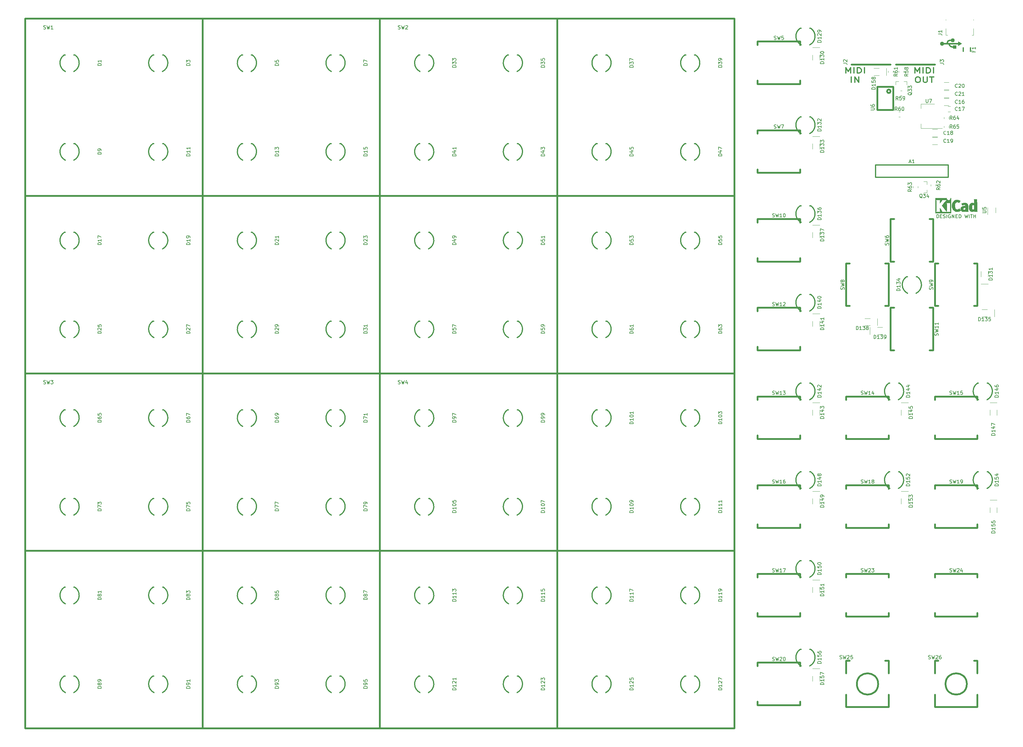
<source format=gto>
G04 #@! TF.FileFunction,Legend,Top*
%FSLAX46Y46*%
G04 Gerber Fmt 4.6, Leading zero omitted, Abs format (unit mm)*
G04 Created by KiCad (PCBNEW 4.0.7) date 01/20/18 20:27:55*
%MOMM*%
%LPD*%
G01*
G04 APERTURE LIST*
%ADD10C,0.100000*%
%ADD11C,0.375000*%
%ADD12C,0.200000*%
%ADD13C,0.300000*%
%ADD14C,0.010000*%
%ADD15C,0.500000*%
%ADD16C,0.120000*%
%ADD17C,0.150000*%
%ADD18C,4.500000*%
%ADD19O,2.200000X1.430000*%
%ADD20R,2.200000X1.430000*%
%ADD21O,2.400000X3.400000*%
%ADD22C,1.600000*%
%ADD23R,2.400000X3.400000*%
%ADD24O,3.400000X3.400000*%
%ADD25C,4.200000*%
%ADD26C,2.600000*%
%ADD27C,0.900000*%
%ADD28O,3.650000X0.900000*%
%ADD29O,0.900000X3.650000*%
%ADD30C,3.400000*%
%ADD31R,2.900000X2.400000*%
%ADD32C,2.100000*%
%ADD33R,2.400000X2.900000*%
%ADD34C,4.400000*%
%ADD35R,0.800000X1.050000*%
%ADD36R,2.200000X1.900000*%
%ADD37R,2.400000X4.200000*%
%ADD38R,2.400000X1.900000*%
%ADD39R,2.100000X1.700000*%
%ADD40R,1.700000X2.100000*%
%ADD41R,1.300000X0.900000*%
%ADD42R,0.900000X1.300000*%
%ADD43R,1.200000X1.150000*%
%ADD44R,1.300000X1.200000*%
%ADD45R,1.200000X1.300000*%
%ADD46R,2.100000X1.300000*%
%ADD47O,2.200000X2.900000*%
%ADD48R,2.200000X2.900000*%
%ADD49R,1.400000X2.000000*%
%ADD50R,3.000000X2.400000*%
%ADD51O,3.000000X2.400000*%
%ADD52R,1.900000X2.300000*%
%ADD53C,1.850000*%
%ADD54R,0.800000X1.750000*%
%ADD55O,2.400000X2.400000*%
%ADD56O,2.400000X2.300000*%
%ADD57R,1.600000X2.300000*%
G04 APERTURE END LIST*
D10*
D11*
X296880952Y-52866071D02*
X296880952Y-51366071D01*
X297547619Y-52437500D01*
X298214286Y-51366071D01*
X298214286Y-52866071D01*
X299166666Y-52866071D02*
X299166666Y-51366071D01*
X300119047Y-52866071D02*
X300119047Y-51366071D01*
X300595238Y-51366071D01*
X300880952Y-51437500D01*
X301071428Y-51580357D01*
X301166667Y-51723214D01*
X301261905Y-52008929D01*
X301261905Y-52223214D01*
X301166667Y-52508929D01*
X301071428Y-52651786D01*
X300880952Y-52794643D01*
X300595238Y-52866071D01*
X300119047Y-52866071D01*
X302119047Y-52866071D02*
X302119047Y-51366071D01*
X298452381Y-55491071D02*
X298452381Y-53991071D01*
X299404762Y-55491071D02*
X299404762Y-53991071D01*
X300547620Y-55491071D01*
X300547620Y-53991071D01*
X316380952Y-52866071D02*
X316380952Y-51366071D01*
X317047619Y-52437500D01*
X317714286Y-51366071D01*
X317714286Y-52866071D01*
X318666666Y-52866071D02*
X318666666Y-51366071D01*
X319619047Y-52866071D02*
X319619047Y-51366071D01*
X320095238Y-51366071D01*
X320380952Y-51437500D01*
X320571428Y-51580357D01*
X320666667Y-51723214D01*
X320761905Y-52008929D01*
X320761905Y-52223214D01*
X320666667Y-52508929D01*
X320571428Y-52651786D01*
X320380952Y-52794643D01*
X320095238Y-52866071D01*
X319619047Y-52866071D01*
X321619047Y-52866071D02*
X321619047Y-51366071D01*
X317000000Y-53991071D02*
X317380952Y-53991071D01*
X317571428Y-54062500D01*
X317761905Y-54205357D01*
X317857143Y-54491071D01*
X317857143Y-54991071D01*
X317761905Y-55276786D01*
X317571428Y-55419643D01*
X317380952Y-55491071D01*
X317000000Y-55491071D01*
X316809524Y-55419643D01*
X316619047Y-55276786D01*
X316523809Y-54991071D01*
X316523809Y-54491071D01*
X316619047Y-54205357D01*
X316809524Y-54062500D01*
X317000000Y-53991071D01*
X318714285Y-53991071D02*
X318714285Y-55205357D01*
X318809524Y-55348214D01*
X318904762Y-55419643D01*
X319095238Y-55491071D01*
X319476190Y-55491071D01*
X319666666Y-55419643D01*
X319761905Y-55348214D01*
X319857143Y-55205357D01*
X319857143Y-53991071D01*
X320523809Y-53991071D02*
X321666666Y-53991071D01*
X321095238Y-55491071D02*
X321095238Y-53991071D01*
D12*
X322500000Y-93702381D02*
X322500000Y-92702381D01*
X322738095Y-92702381D01*
X322880953Y-92750000D01*
X322976191Y-92845238D01*
X323023810Y-92940476D01*
X323071429Y-93130952D01*
X323071429Y-93273810D01*
X323023810Y-93464286D01*
X322976191Y-93559524D01*
X322880953Y-93654762D01*
X322738095Y-93702381D01*
X322500000Y-93702381D01*
X323500000Y-93178571D02*
X323833334Y-93178571D01*
X323976191Y-93702381D02*
X323500000Y-93702381D01*
X323500000Y-92702381D01*
X323976191Y-92702381D01*
X324357143Y-93654762D02*
X324500000Y-93702381D01*
X324738096Y-93702381D01*
X324833334Y-93654762D01*
X324880953Y-93607143D01*
X324928572Y-93511905D01*
X324928572Y-93416667D01*
X324880953Y-93321429D01*
X324833334Y-93273810D01*
X324738096Y-93226190D01*
X324547619Y-93178571D01*
X324452381Y-93130952D01*
X324404762Y-93083333D01*
X324357143Y-92988095D01*
X324357143Y-92892857D01*
X324404762Y-92797619D01*
X324452381Y-92750000D01*
X324547619Y-92702381D01*
X324785715Y-92702381D01*
X324928572Y-92750000D01*
X325357143Y-93702381D02*
X325357143Y-92702381D01*
X326357143Y-92750000D02*
X326261905Y-92702381D01*
X326119048Y-92702381D01*
X325976190Y-92750000D01*
X325880952Y-92845238D01*
X325833333Y-92940476D01*
X325785714Y-93130952D01*
X325785714Y-93273810D01*
X325833333Y-93464286D01*
X325880952Y-93559524D01*
X325976190Y-93654762D01*
X326119048Y-93702381D01*
X326214286Y-93702381D01*
X326357143Y-93654762D01*
X326404762Y-93607143D01*
X326404762Y-93273810D01*
X326214286Y-93273810D01*
X326833333Y-93702381D02*
X326833333Y-92702381D01*
X327404762Y-93702381D01*
X327404762Y-92702381D01*
X327880952Y-93178571D02*
X328214286Y-93178571D01*
X328357143Y-93702381D02*
X327880952Y-93702381D01*
X327880952Y-92702381D01*
X328357143Y-92702381D01*
X328785714Y-93702381D02*
X328785714Y-92702381D01*
X329023809Y-92702381D01*
X329166667Y-92750000D01*
X329261905Y-92845238D01*
X329309524Y-92940476D01*
X329357143Y-93130952D01*
X329357143Y-93273810D01*
X329309524Y-93464286D01*
X329261905Y-93559524D01*
X329166667Y-93654762D01*
X329023809Y-93702381D01*
X328785714Y-93702381D01*
X330452381Y-92702381D02*
X330690476Y-93702381D01*
X330880953Y-92988095D01*
X331071429Y-93702381D01*
X331309524Y-92702381D01*
X331690476Y-93702381D02*
X331690476Y-92702381D01*
X332023809Y-92702381D02*
X332595238Y-92702381D01*
X332309523Y-93702381D02*
X332309523Y-92702381D01*
X332928571Y-93702381D02*
X332928571Y-92702381D01*
X332928571Y-93178571D02*
X333500000Y-93178571D01*
X333500000Y-93702381D02*
X333500000Y-92702381D01*
D13*
X76801443Y-52424038D02*
G75*
G02X76500000Y-47750000I1198557J2424038D01*
G01*
X79500000Y-47750000D02*
X79250000Y-47750000D01*
X76500000Y-47750000D02*
X76750000Y-47750000D01*
X79198557Y-52424038D02*
G75*
G03X79500000Y-47750000I-1198557J2424038D01*
G01*
X101801443Y-52424038D02*
G75*
G02X101500000Y-47750000I1198557J2424038D01*
G01*
X104500000Y-47750000D02*
X104250000Y-47750000D01*
X101500000Y-47750000D02*
X101750000Y-47750000D01*
X104198557Y-52424038D02*
G75*
G03X104500000Y-47750000I-1198557J2424038D01*
G01*
X126801443Y-52424038D02*
G75*
G02X126500000Y-47750000I1198557J2424038D01*
G01*
X129500000Y-47750000D02*
X129250000Y-47750000D01*
X126500000Y-47750000D02*
X126750000Y-47750000D01*
X129198557Y-52424038D02*
G75*
G03X129500000Y-47750000I-1198557J2424038D01*
G01*
X151801443Y-52424038D02*
G75*
G02X151500000Y-47750000I1198557J2424038D01*
G01*
X154500000Y-47750000D02*
X154250000Y-47750000D01*
X151500000Y-47750000D02*
X151750000Y-47750000D01*
X154198557Y-52424038D02*
G75*
G03X154500000Y-47750000I-1198557J2424038D01*
G01*
X76801443Y-77424038D02*
G75*
G02X76500000Y-72750000I1198557J2424038D01*
G01*
X79500000Y-72750000D02*
X79250000Y-72750000D01*
X76500000Y-72750000D02*
X76750000Y-72750000D01*
X79198557Y-77424038D02*
G75*
G03X79500000Y-72750000I-1198557J2424038D01*
G01*
X101801443Y-77424038D02*
G75*
G02X101500000Y-72750000I1198557J2424038D01*
G01*
X104500000Y-72750000D02*
X104250000Y-72750000D01*
X101500000Y-72750000D02*
X101750000Y-72750000D01*
X104198557Y-77424038D02*
G75*
G03X104500000Y-72750000I-1198557J2424038D01*
G01*
X126801443Y-77424038D02*
G75*
G02X126500000Y-72750000I1198557J2424038D01*
G01*
X129500000Y-72750000D02*
X129250000Y-72750000D01*
X126500000Y-72750000D02*
X126750000Y-72750000D01*
X129198557Y-77424038D02*
G75*
G03X129500000Y-72750000I-1198557J2424038D01*
G01*
X151801443Y-77424038D02*
G75*
G02X151500000Y-72750000I1198557J2424038D01*
G01*
X154500000Y-72750000D02*
X154250000Y-72750000D01*
X151500000Y-72750000D02*
X151750000Y-72750000D01*
X154198557Y-77424038D02*
G75*
G03X154500000Y-72750000I-1198557J2424038D01*
G01*
X76801443Y-102424038D02*
G75*
G02X76500000Y-97750000I1198557J2424038D01*
G01*
X79500000Y-97750000D02*
X79250000Y-97750000D01*
X76500000Y-97750000D02*
X76750000Y-97750000D01*
X79198557Y-102424038D02*
G75*
G03X79500000Y-97750000I-1198557J2424038D01*
G01*
X101801443Y-102424038D02*
G75*
G02X101500000Y-97750000I1198557J2424038D01*
G01*
X104500000Y-97750000D02*
X104250000Y-97750000D01*
X101500000Y-97750000D02*
X101750000Y-97750000D01*
X104198557Y-102424038D02*
G75*
G03X104500000Y-97750000I-1198557J2424038D01*
G01*
X126801443Y-102424038D02*
G75*
G02X126500000Y-97750000I1198557J2424038D01*
G01*
X129500000Y-97750000D02*
X129250000Y-97750000D01*
X126500000Y-97750000D02*
X126750000Y-97750000D01*
X129198557Y-102424038D02*
G75*
G03X129500000Y-97750000I-1198557J2424038D01*
G01*
X151801443Y-102424038D02*
G75*
G02X151500000Y-97750000I1198557J2424038D01*
G01*
X154500000Y-97750000D02*
X154250000Y-97750000D01*
X151500000Y-97750000D02*
X151750000Y-97750000D01*
X154198557Y-102424038D02*
G75*
G03X154500000Y-97750000I-1198557J2424038D01*
G01*
X76801443Y-127424038D02*
G75*
G02X76500000Y-122750000I1198557J2424038D01*
G01*
X79500000Y-122750000D02*
X79250000Y-122750000D01*
X76500000Y-122750000D02*
X76750000Y-122750000D01*
X79198557Y-127424038D02*
G75*
G03X79500000Y-122750000I-1198557J2424038D01*
G01*
X101801443Y-127424038D02*
G75*
G02X101500000Y-122750000I1198557J2424038D01*
G01*
X104500000Y-122750000D02*
X104250000Y-122750000D01*
X101500000Y-122750000D02*
X101750000Y-122750000D01*
X104198557Y-127424038D02*
G75*
G03X104500000Y-122750000I-1198557J2424038D01*
G01*
X126801443Y-127424038D02*
G75*
G02X126500000Y-122750000I1198557J2424038D01*
G01*
X129500000Y-122750000D02*
X129250000Y-122750000D01*
X126500000Y-122750000D02*
X126750000Y-122750000D01*
X129198557Y-127424038D02*
G75*
G03X129500000Y-122750000I-1198557J2424038D01*
G01*
X151801443Y-127424038D02*
G75*
G02X151500000Y-122750000I1198557J2424038D01*
G01*
X154500000Y-122750000D02*
X154250000Y-122750000D01*
X151500000Y-122750000D02*
X151750000Y-122750000D01*
X154198557Y-127424038D02*
G75*
G03X154500000Y-122750000I-1198557J2424038D01*
G01*
X176801443Y-52424038D02*
G75*
G02X176500000Y-47750000I1198557J2424038D01*
G01*
X179500000Y-47750000D02*
X179250000Y-47750000D01*
X176500000Y-47750000D02*
X176750000Y-47750000D01*
X179198557Y-52424038D02*
G75*
G03X179500000Y-47750000I-1198557J2424038D01*
G01*
X201801443Y-52424038D02*
G75*
G02X201500000Y-47750000I1198557J2424038D01*
G01*
X204500000Y-47750000D02*
X204250000Y-47750000D01*
X201500000Y-47750000D02*
X201750000Y-47750000D01*
X204198557Y-52424038D02*
G75*
G03X204500000Y-47750000I-1198557J2424038D01*
G01*
X226801443Y-52424038D02*
G75*
G02X226500000Y-47750000I1198557J2424038D01*
G01*
X229500000Y-47750000D02*
X229250000Y-47750000D01*
X226500000Y-47750000D02*
X226750000Y-47750000D01*
X229198557Y-52424038D02*
G75*
G03X229500000Y-47750000I-1198557J2424038D01*
G01*
X251801443Y-52424038D02*
G75*
G02X251500000Y-47750000I1198557J2424038D01*
G01*
X254500000Y-47750000D02*
X254250000Y-47750000D01*
X251500000Y-47750000D02*
X251750000Y-47750000D01*
X254198557Y-52424038D02*
G75*
G03X254500000Y-47750000I-1198557J2424038D01*
G01*
X176801443Y-77424038D02*
G75*
G02X176500000Y-72750000I1198557J2424038D01*
G01*
X179500000Y-72750000D02*
X179250000Y-72750000D01*
X176500000Y-72750000D02*
X176750000Y-72750000D01*
X179198557Y-77424038D02*
G75*
G03X179500000Y-72750000I-1198557J2424038D01*
G01*
X201801443Y-77424038D02*
G75*
G02X201500000Y-72750000I1198557J2424038D01*
G01*
X204500000Y-72750000D02*
X204250000Y-72750000D01*
X201500000Y-72750000D02*
X201750000Y-72750000D01*
X204198557Y-77424038D02*
G75*
G03X204500000Y-72750000I-1198557J2424038D01*
G01*
X226801443Y-77424038D02*
G75*
G02X226500000Y-72750000I1198557J2424038D01*
G01*
X229500000Y-72750000D02*
X229250000Y-72750000D01*
X226500000Y-72750000D02*
X226750000Y-72750000D01*
X229198557Y-77424038D02*
G75*
G03X229500000Y-72750000I-1198557J2424038D01*
G01*
X251801443Y-77424038D02*
G75*
G02X251500000Y-72750000I1198557J2424038D01*
G01*
X254500000Y-72750000D02*
X254250000Y-72750000D01*
X251500000Y-72750000D02*
X251750000Y-72750000D01*
X254198557Y-77424038D02*
G75*
G03X254500000Y-72750000I-1198557J2424038D01*
G01*
X176801443Y-102424038D02*
G75*
G02X176500000Y-97750000I1198557J2424038D01*
G01*
X179500000Y-97750000D02*
X179250000Y-97750000D01*
X176500000Y-97750000D02*
X176750000Y-97750000D01*
X179198557Y-102424038D02*
G75*
G03X179500000Y-97750000I-1198557J2424038D01*
G01*
X201801443Y-102424038D02*
G75*
G02X201500000Y-97750000I1198557J2424038D01*
G01*
X204500000Y-97750000D02*
X204250000Y-97750000D01*
X201500000Y-97750000D02*
X201750000Y-97750000D01*
X204198557Y-102424038D02*
G75*
G03X204500000Y-97750000I-1198557J2424038D01*
G01*
X226801443Y-102424038D02*
G75*
G02X226500000Y-97750000I1198557J2424038D01*
G01*
X229500000Y-97750000D02*
X229250000Y-97750000D01*
X226500000Y-97750000D02*
X226750000Y-97750000D01*
X229198557Y-102424038D02*
G75*
G03X229500000Y-97750000I-1198557J2424038D01*
G01*
X251801443Y-102424038D02*
G75*
G02X251500000Y-97750000I1198557J2424038D01*
G01*
X254500000Y-97750000D02*
X254250000Y-97750000D01*
X251500000Y-97750000D02*
X251750000Y-97750000D01*
X254198557Y-102424038D02*
G75*
G03X254500000Y-97750000I-1198557J2424038D01*
G01*
X176801443Y-127424038D02*
G75*
G02X176500000Y-122750000I1198557J2424038D01*
G01*
X179500000Y-122750000D02*
X179250000Y-122750000D01*
X176500000Y-122750000D02*
X176750000Y-122750000D01*
X179198557Y-127424038D02*
G75*
G03X179500000Y-122750000I-1198557J2424038D01*
G01*
X201801443Y-127424038D02*
G75*
G02X201500000Y-122750000I1198557J2424038D01*
G01*
X204500000Y-122750000D02*
X204250000Y-122750000D01*
X201500000Y-122750000D02*
X201750000Y-122750000D01*
X204198557Y-127424038D02*
G75*
G03X204500000Y-122750000I-1198557J2424038D01*
G01*
X226801443Y-127424038D02*
G75*
G02X226500000Y-122750000I1198557J2424038D01*
G01*
X229500000Y-122750000D02*
X229250000Y-122750000D01*
X226500000Y-122750000D02*
X226750000Y-122750000D01*
X229198557Y-127424038D02*
G75*
G03X229500000Y-122750000I-1198557J2424038D01*
G01*
X251801443Y-127424038D02*
G75*
G02X251500000Y-122750000I1198557J2424038D01*
G01*
X254500000Y-122750000D02*
X254250000Y-122750000D01*
X251500000Y-122750000D02*
X251750000Y-122750000D01*
X254198557Y-127424038D02*
G75*
G03X254500000Y-122750000I-1198557J2424038D01*
G01*
X76801443Y-152424038D02*
G75*
G02X76500000Y-147750000I1198557J2424038D01*
G01*
X79500000Y-147750000D02*
X79250000Y-147750000D01*
X76500000Y-147750000D02*
X76750000Y-147750000D01*
X79198557Y-152424038D02*
G75*
G03X79500000Y-147750000I-1198557J2424038D01*
G01*
X101801443Y-152424038D02*
G75*
G02X101500000Y-147750000I1198557J2424038D01*
G01*
X104500000Y-147750000D02*
X104250000Y-147750000D01*
X101500000Y-147750000D02*
X101750000Y-147750000D01*
X104198557Y-152424038D02*
G75*
G03X104500000Y-147750000I-1198557J2424038D01*
G01*
X126801443Y-152424038D02*
G75*
G02X126500000Y-147750000I1198557J2424038D01*
G01*
X129500000Y-147750000D02*
X129250000Y-147750000D01*
X126500000Y-147750000D02*
X126750000Y-147750000D01*
X129198557Y-152424038D02*
G75*
G03X129500000Y-147750000I-1198557J2424038D01*
G01*
X151801443Y-152424038D02*
G75*
G02X151500000Y-147750000I1198557J2424038D01*
G01*
X154500000Y-147750000D02*
X154250000Y-147750000D01*
X151500000Y-147750000D02*
X151750000Y-147750000D01*
X154198557Y-152424038D02*
G75*
G03X154500000Y-147750000I-1198557J2424038D01*
G01*
X76801443Y-177424038D02*
G75*
G02X76500000Y-172750000I1198557J2424038D01*
G01*
X79500000Y-172750000D02*
X79250000Y-172750000D01*
X76500000Y-172750000D02*
X76750000Y-172750000D01*
X79198557Y-177424038D02*
G75*
G03X79500000Y-172750000I-1198557J2424038D01*
G01*
X101801443Y-177424038D02*
G75*
G02X101500000Y-172750000I1198557J2424038D01*
G01*
X104500000Y-172750000D02*
X104250000Y-172750000D01*
X101500000Y-172750000D02*
X101750000Y-172750000D01*
X104198557Y-177424038D02*
G75*
G03X104500000Y-172750000I-1198557J2424038D01*
G01*
X126801443Y-177424038D02*
G75*
G02X126500000Y-172750000I1198557J2424038D01*
G01*
X129500000Y-172750000D02*
X129250000Y-172750000D01*
X126500000Y-172750000D02*
X126750000Y-172750000D01*
X129198557Y-177424038D02*
G75*
G03X129500000Y-172750000I-1198557J2424038D01*
G01*
X151801443Y-177424038D02*
G75*
G02X151500000Y-172750000I1198557J2424038D01*
G01*
X154500000Y-172750000D02*
X154250000Y-172750000D01*
X151500000Y-172750000D02*
X151750000Y-172750000D01*
X154198557Y-177424038D02*
G75*
G03X154500000Y-172750000I-1198557J2424038D01*
G01*
X76801443Y-202424038D02*
G75*
G02X76500000Y-197750000I1198557J2424038D01*
G01*
X79500000Y-197750000D02*
X79250000Y-197750000D01*
X76500000Y-197750000D02*
X76750000Y-197750000D01*
X79198557Y-202424038D02*
G75*
G03X79500000Y-197750000I-1198557J2424038D01*
G01*
X101801443Y-202424038D02*
G75*
G02X101500000Y-197750000I1198557J2424038D01*
G01*
X104500000Y-197750000D02*
X104250000Y-197750000D01*
X101500000Y-197750000D02*
X101750000Y-197750000D01*
X104198557Y-202424038D02*
G75*
G03X104500000Y-197750000I-1198557J2424038D01*
G01*
X126801443Y-202424038D02*
G75*
G02X126500000Y-197750000I1198557J2424038D01*
G01*
X129500000Y-197750000D02*
X129250000Y-197750000D01*
X126500000Y-197750000D02*
X126750000Y-197750000D01*
X129198557Y-202424038D02*
G75*
G03X129500000Y-197750000I-1198557J2424038D01*
G01*
X151801443Y-202424038D02*
G75*
G02X151500000Y-197750000I1198557J2424038D01*
G01*
X154500000Y-197750000D02*
X154250000Y-197750000D01*
X151500000Y-197750000D02*
X151750000Y-197750000D01*
X154198557Y-202424038D02*
G75*
G03X154500000Y-197750000I-1198557J2424038D01*
G01*
X76801443Y-227424038D02*
G75*
G02X76500000Y-222750000I1198557J2424038D01*
G01*
X79500000Y-222750000D02*
X79250000Y-222750000D01*
X76500000Y-222750000D02*
X76750000Y-222750000D01*
X79198557Y-227424038D02*
G75*
G03X79500000Y-222750000I-1198557J2424038D01*
G01*
X101801443Y-227424038D02*
G75*
G02X101500000Y-222750000I1198557J2424038D01*
G01*
X104500000Y-222750000D02*
X104250000Y-222750000D01*
X101500000Y-222750000D02*
X101750000Y-222750000D01*
X104198557Y-227424038D02*
G75*
G03X104500000Y-222750000I-1198557J2424038D01*
G01*
X126801443Y-227424038D02*
G75*
G02X126500000Y-222750000I1198557J2424038D01*
G01*
X129500000Y-222750000D02*
X129250000Y-222750000D01*
X126500000Y-222750000D02*
X126750000Y-222750000D01*
X129198557Y-227424038D02*
G75*
G03X129500000Y-222750000I-1198557J2424038D01*
G01*
X151801443Y-227424038D02*
G75*
G02X151500000Y-222750000I1198557J2424038D01*
G01*
X154500000Y-222750000D02*
X154250000Y-222750000D01*
X151500000Y-222750000D02*
X151750000Y-222750000D01*
X154198557Y-227424038D02*
G75*
G03X154500000Y-222750000I-1198557J2424038D01*
G01*
X176801443Y-152424038D02*
G75*
G02X176500000Y-147750000I1198557J2424038D01*
G01*
X179500000Y-147750000D02*
X179250000Y-147750000D01*
X176500000Y-147750000D02*
X176750000Y-147750000D01*
X179198557Y-152424038D02*
G75*
G03X179500000Y-147750000I-1198557J2424038D01*
G01*
X201801443Y-152424038D02*
G75*
G02X201500000Y-147750000I1198557J2424038D01*
G01*
X204500000Y-147750000D02*
X204250000Y-147750000D01*
X201500000Y-147750000D02*
X201750000Y-147750000D01*
X204198557Y-152424038D02*
G75*
G03X204500000Y-147750000I-1198557J2424038D01*
G01*
X226801443Y-152424038D02*
G75*
G02X226500000Y-147750000I1198557J2424038D01*
G01*
X229500000Y-147750000D02*
X229250000Y-147750000D01*
X226500000Y-147750000D02*
X226750000Y-147750000D01*
X229198557Y-152424038D02*
G75*
G03X229500000Y-147750000I-1198557J2424038D01*
G01*
X251801443Y-152424038D02*
G75*
G02X251500000Y-147750000I1198557J2424038D01*
G01*
X254500000Y-147750000D02*
X254250000Y-147750000D01*
X251500000Y-147750000D02*
X251750000Y-147750000D01*
X254198557Y-152424038D02*
G75*
G03X254500000Y-147750000I-1198557J2424038D01*
G01*
X176801443Y-177424038D02*
G75*
G02X176500000Y-172750000I1198557J2424038D01*
G01*
X179500000Y-172750000D02*
X179250000Y-172750000D01*
X176500000Y-172750000D02*
X176750000Y-172750000D01*
X179198557Y-177424038D02*
G75*
G03X179500000Y-172750000I-1198557J2424038D01*
G01*
X201801443Y-177424038D02*
G75*
G02X201500000Y-172750000I1198557J2424038D01*
G01*
X204500000Y-172750000D02*
X204250000Y-172750000D01*
X201500000Y-172750000D02*
X201750000Y-172750000D01*
X204198557Y-177424038D02*
G75*
G03X204500000Y-172750000I-1198557J2424038D01*
G01*
X226801443Y-177424038D02*
G75*
G02X226500000Y-172750000I1198557J2424038D01*
G01*
X229500000Y-172750000D02*
X229250000Y-172750000D01*
X226500000Y-172750000D02*
X226750000Y-172750000D01*
X229198557Y-177424038D02*
G75*
G03X229500000Y-172750000I-1198557J2424038D01*
G01*
X251801443Y-177424038D02*
G75*
G02X251500000Y-172750000I1198557J2424038D01*
G01*
X254500000Y-172750000D02*
X254250000Y-172750000D01*
X251500000Y-172750000D02*
X251750000Y-172750000D01*
X254198557Y-177424038D02*
G75*
G03X254500000Y-172750000I-1198557J2424038D01*
G01*
X176801443Y-202424038D02*
G75*
G02X176500000Y-197750000I1198557J2424038D01*
G01*
X179500000Y-197750000D02*
X179250000Y-197750000D01*
X176500000Y-197750000D02*
X176750000Y-197750000D01*
X179198557Y-202424038D02*
G75*
G03X179500000Y-197750000I-1198557J2424038D01*
G01*
X201801443Y-202424038D02*
G75*
G02X201500000Y-197750000I1198557J2424038D01*
G01*
X204500000Y-197750000D02*
X204250000Y-197750000D01*
X201500000Y-197750000D02*
X201750000Y-197750000D01*
X204198557Y-202424038D02*
G75*
G03X204500000Y-197750000I-1198557J2424038D01*
G01*
X226801443Y-202424038D02*
G75*
G02X226500000Y-197750000I1198557J2424038D01*
G01*
X229500000Y-197750000D02*
X229250000Y-197750000D01*
X226500000Y-197750000D02*
X226750000Y-197750000D01*
X229198557Y-202424038D02*
G75*
G03X229500000Y-197750000I-1198557J2424038D01*
G01*
X251801443Y-202424038D02*
G75*
G02X251500000Y-197750000I1198557J2424038D01*
G01*
X254500000Y-197750000D02*
X254250000Y-197750000D01*
X251500000Y-197750000D02*
X251750000Y-197750000D01*
X254198557Y-202424038D02*
G75*
G03X254500000Y-197750000I-1198557J2424038D01*
G01*
X176801443Y-227424038D02*
G75*
G02X176500000Y-222750000I1198557J2424038D01*
G01*
X179500000Y-222750000D02*
X179250000Y-222750000D01*
X176500000Y-222750000D02*
X176750000Y-222750000D01*
X179198557Y-227424038D02*
G75*
G03X179500000Y-222750000I-1198557J2424038D01*
G01*
X201801443Y-227424038D02*
G75*
G02X201500000Y-222750000I1198557J2424038D01*
G01*
X204500000Y-222750000D02*
X204250000Y-222750000D01*
X201500000Y-222750000D02*
X201750000Y-222750000D01*
X204198557Y-227424038D02*
G75*
G03X204500000Y-222750000I-1198557J2424038D01*
G01*
X226801443Y-227424038D02*
G75*
G02X226500000Y-222750000I1198557J2424038D01*
G01*
X229500000Y-222750000D02*
X229250000Y-222750000D01*
X226500000Y-222750000D02*
X226750000Y-222750000D01*
X229198557Y-227424038D02*
G75*
G03X229500000Y-222750000I-1198557J2424038D01*
G01*
X251801443Y-227424038D02*
G75*
G02X251500000Y-222750000I1198557J2424038D01*
G01*
X254500000Y-222750000D02*
X254250000Y-222750000D01*
X251500000Y-222750000D02*
X251750000Y-222750000D01*
X254198557Y-227424038D02*
G75*
G03X254500000Y-222750000I-1198557J2424038D01*
G01*
X284301443Y-44924038D02*
G75*
G02X284000000Y-40250000I1198557J2424038D01*
G01*
X286698557Y-44924038D02*
G75*
G03X287000000Y-40250000I-1198557J2424038D01*
G01*
X286750000Y-40250000D02*
X287000000Y-40250000D01*
X284000000Y-40250000D02*
X284250000Y-40250000D01*
X284301443Y-69924038D02*
G75*
G02X284000000Y-65250000I1198557J2424038D01*
G01*
X286698557Y-69924038D02*
G75*
G03X287000000Y-65250000I-1198557J2424038D01*
G01*
X286750000Y-65250000D02*
X287000000Y-65250000D01*
X284000000Y-65250000D02*
X284250000Y-65250000D01*
X314301443Y-114924038D02*
G75*
G02X314000000Y-110250000I1198557J2424038D01*
G01*
X316698557Y-114924038D02*
G75*
G03X317000000Y-110250000I-1198557J2424038D01*
G01*
X316750000Y-110250000D02*
X317000000Y-110250000D01*
X314000000Y-110250000D02*
X314250000Y-110250000D01*
X284301443Y-94924038D02*
G75*
G02X284000000Y-90250000I1198557J2424038D01*
G01*
X286698557Y-94924038D02*
G75*
G03X287000000Y-90250000I-1198557J2424038D01*
G01*
X286750000Y-90250000D02*
X287000000Y-90250000D01*
X284000000Y-90250000D02*
X284250000Y-90250000D01*
X284301443Y-119924038D02*
G75*
G02X284000000Y-115250000I1198557J2424038D01*
G01*
X286698557Y-119924038D02*
G75*
G03X287000000Y-115250000I-1198557J2424038D01*
G01*
X286750000Y-115250000D02*
X287000000Y-115250000D01*
X284000000Y-115250000D02*
X284250000Y-115250000D01*
X284301443Y-144924038D02*
G75*
G02X284000000Y-140250000I1198557J2424038D01*
G01*
X286698557Y-144924038D02*
G75*
G03X287000000Y-140250000I-1198557J2424038D01*
G01*
X286750000Y-140250000D02*
X287000000Y-140250000D01*
X284000000Y-140250000D02*
X284250000Y-140250000D01*
X309301443Y-144924038D02*
G75*
G02X309000000Y-140250000I1198557J2424038D01*
G01*
X311698557Y-144924038D02*
G75*
G03X312000000Y-140250000I-1198557J2424038D01*
G01*
X311750000Y-140250000D02*
X312000000Y-140250000D01*
X309000000Y-140250000D02*
X309250000Y-140250000D01*
X334301443Y-144924038D02*
G75*
G02X334000000Y-140250000I1198557J2424038D01*
G01*
X336698557Y-144924038D02*
G75*
G03X337000000Y-140250000I-1198557J2424038D01*
G01*
X336750000Y-140250000D02*
X337000000Y-140250000D01*
X334000000Y-140250000D02*
X334250000Y-140250000D01*
X284301443Y-169924038D02*
G75*
G02X284000000Y-165250000I1198557J2424038D01*
G01*
X286698557Y-169924038D02*
G75*
G03X287000000Y-165250000I-1198557J2424038D01*
G01*
X286750000Y-165250000D02*
X287000000Y-165250000D01*
X284000000Y-165250000D02*
X284250000Y-165250000D01*
X284301443Y-194924038D02*
G75*
G02X284000000Y-190250000I1198557J2424038D01*
G01*
X286698557Y-194924038D02*
G75*
G03X287000000Y-190250000I-1198557J2424038D01*
G01*
X286750000Y-190250000D02*
X287000000Y-190250000D01*
X284000000Y-190250000D02*
X284250000Y-190250000D01*
X309301443Y-169924038D02*
G75*
G02X309000000Y-165250000I1198557J2424038D01*
G01*
X311698557Y-169924038D02*
G75*
G03X312000000Y-165250000I-1198557J2424038D01*
G01*
X311750000Y-165250000D02*
X312000000Y-165250000D01*
X309000000Y-165250000D02*
X309250000Y-165250000D01*
X334301443Y-169924038D02*
G75*
G02X334000000Y-165250000I1198557J2424038D01*
G01*
X336698557Y-169924038D02*
G75*
G03X337000000Y-165250000I-1198557J2424038D01*
G01*
X336750000Y-165250000D02*
X337000000Y-165250000D01*
X334000000Y-165250000D02*
X334250000Y-165250000D01*
X284301443Y-219924038D02*
G75*
G02X284000000Y-215250000I1198557J2424038D01*
G01*
X286698557Y-219924038D02*
G75*
G03X287000000Y-215250000I-1198557J2424038D01*
G01*
X286750000Y-215250000D02*
X287000000Y-215250000D01*
X284000000Y-215250000D02*
X284250000Y-215250000D01*
D14*
G36*
X326451363Y-88042699D02*
X326473155Y-88049976D01*
X326491586Y-88066420D01*
X326506935Y-88095197D01*
X326519481Y-88139474D01*
X326529505Y-88202418D01*
X326537283Y-88287194D01*
X326543096Y-88396971D01*
X326547223Y-88534914D01*
X326549943Y-88704191D01*
X326551535Y-88907968D01*
X326552277Y-89149411D01*
X326552450Y-89431687D01*
X326552332Y-89757964D01*
X326552203Y-90131407D01*
X326552200Y-90190500D01*
X326552122Y-90565884D01*
X326551849Y-90893711D01*
X326551318Y-91177221D01*
X326550469Y-91419658D01*
X326549240Y-91624261D01*
X326547569Y-91794274D01*
X326545395Y-91932939D01*
X326542657Y-92043496D01*
X326539292Y-92129188D01*
X326535241Y-92193257D01*
X326530441Y-92238944D01*
X326524831Y-92269492D01*
X326518349Y-92288141D01*
X326512285Y-92296885D01*
X326501209Y-92303992D01*
X326481001Y-92310213D01*
X326448490Y-92315606D01*
X326400503Y-92320229D01*
X326333867Y-92324140D01*
X326245410Y-92327396D01*
X326131960Y-92330056D01*
X325990344Y-92332175D01*
X325817390Y-92333813D01*
X325609924Y-92335028D01*
X325364776Y-92335876D01*
X325078771Y-92336415D01*
X324748739Y-92336703D01*
X324371505Y-92336798D01*
X324316999Y-92336800D01*
X323933176Y-92336726D01*
X323596980Y-92336467D01*
X323305239Y-92335965D01*
X323054781Y-92335162D01*
X322842432Y-92334000D01*
X322665021Y-92332422D01*
X322519375Y-92330371D01*
X322402322Y-92327787D01*
X322310688Y-92324615D01*
X322241303Y-92320795D01*
X322190992Y-92316271D01*
X322156584Y-92310985D01*
X322134907Y-92304879D01*
X322122787Y-92297895D01*
X322121714Y-92296885D01*
X322114465Y-92285627D01*
X322108138Y-92265152D01*
X322102672Y-92232219D01*
X322098006Y-92183586D01*
X322094078Y-92116011D01*
X322090826Y-92026252D01*
X322088190Y-91911068D01*
X322086107Y-91767217D01*
X322084517Y-91591456D01*
X322083358Y-91380544D01*
X322082568Y-91131239D01*
X322082086Y-90840300D01*
X322081851Y-90504484D01*
X322081800Y-90190500D01*
X322081877Y-89815115D01*
X322082150Y-89487288D01*
X322082681Y-89203778D01*
X322083530Y-88961341D01*
X322084759Y-88756738D01*
X322085948Y-88635729D01*
X322361199Y-88635729D01*
X322371637Y-88660638D01*
X322397944Y-88714844D01*
X322411999Y-88742699D01*
X322422932Y-88765774D01*
X322432174Y-88791420D01*
X322439867Y-88823859D01*
X322446152Y-88867308D01*
X322451172Y-88925988D01*
X322455068Y-89004117D01*
X322457983Y-89105917D01*
X322460057Y-89235605D01*
X322461434Y-89397401D01*
X322462254Y-89595525D01*
X322462659Y-89834197D01*
X322462791Y-90117635D01*
X322462799Y-90254290D01*
X322462439Y-90517726D01*
X322461402Y-90766037D01*
X322459756Y-90994556D01*
X322457568Y-91198618D01*
X322454903Y-91373558D01*
X322451830Y-91514711D01*
X322448415Y-91617410D01*
X322444724Y-91676991D01*
X322442224Y-91690370D01*
X322417800Y-91730136D01*
X322391968Y-91784350D01*
X322362289Y-91854200D01*
X322888794Y-91853811D01*
X323043967Y-91852849D01*
X323178350Y-91850381D01*
X323284999Y-91846674D01*
X323356970Y-91841992D01*
X323387319Y-91836600D01*
X323387094Y-91834761D01*
X323357145Y-91800826D01*
X323321332Y-91742626D01*
X323317244Y-91734811D01*
X323302318Y-91697521D01*
X323291307Y-91647267D01*
X323283669Y-91576556D01*
X323278866Y-91477898D01*
X323276356Y-91343800D01*
X323275601Y-91166772D01*
X323275600Y-91156961D01*
X323276833Y-90979347D01*
X323280396Y-90836876D01*
X323286078Y-90733727D01*
X323293672Y-90674078D01*
X323300414Y-90660400D01*
X323329914Y-90679770D01*
X323367641Y-90726744D01*
X323369915Y-90730250D01*
X323410493Y-90787268D01*
X323444699Y-90825500D01*
X323475147Y-90862632D01*
X323515083Y-90924966D01*
X323528671Y-90948833D01*
X323570820Y-91015930D01*
X323633527Y-91104720D01*
X323704592Y-91198064D01*
X323718542Y-91215533D01*
X323826661Y-91358344D01*
X323917138Y-91494967D01*
X323985389Y-91617349D01*
X324026831Y-91717440D01*
X324037600Y-91775923D01*
X324037600Y-91854200D01*
X325164055Y-91854200D01*
X325151929Y-91840488D01*
X325307600Y-91840488D01*
X325331699Y-91844757D01*
X325398796Y-91848485D01*
X325501089Y-91851448D01*
X325630778Y-91853426D01*
X325780061Y-91854196D01*
X325790200Y-91854200D01*
X325966967Y-91853408D01*
X326098101Y-91850806D01*
X326188747Y-91846056D01*
X326244050Y-91838818D01*
X326269156Y-91828752D01*
X326271992Y-91822450D01*
X326257038Y-91778554D01*
X326233892Y-91741395D01*
X326224698Y-91722692D01*
X326217102Y-91690195D01*
X326210959Y-91639498D01*
X326206127Y-91566196D01*
X326202464Y-91465883D01*
X326199826Y-91334154D01*
X326198070Y-91166604D01*
X326197053Y-90958827D01*
X326196633Y-90706418D01*
X326196600Y-90592045D01*
X326196600Y-89492000D01*
X325331695Y-89492000D01*
X325370447Y-89566938D01*
X325380478Y-89592815D01*
X325388667Y-89631092D01*
X325395192Y-89686607D01*
X325400226Y-89764197D01*
X325403947Y-89868700D01*
X325406529Y-90004954D01*
X325408148Y-90177797D01*
X325408979Y-90392067D01*
X325409200Y-90634750D01*
X325409086Y-90886440D01*
X325408585Y-91092511D01*
X325407455Y-91258147D01*
X325405455Y-91388527D01*
X325402345Y-91488835D01*
X325397883Y-91564251D01*
X325391829Y-91619957D01*
X325383941Y-91661135D01*
X325373979Y-91692967D01*
X325361701Y-91720635D01*
X325358400Y-91727200D01*
X325327490Y-91790636D01*
X325309480Y-91833110D01*
X325307600Y-91840488D01*
X325151929Y-91840488D01*
X325102477Y-91784570D01*
X325058555Y-91735266D01*
X325030373Y-91704290D01*
X325028200Y-91702020D01*
X324970445Y-91638905D01*
X324898963Y-91554689D01*
X324823897Y-91462065D01*
X324755391Y-91373725D01*
X324703588Y-91302361D01*
X324683376Y-91270547D01*
X324643155Y-91206584D01*
X324579662Y-91115299D01*
X324501804Y-91008680D01*
X324418487Y-90898715D01*
X324338617Y-90797390D01*
X324276273Y-90722607D01*
X324215829Y-90645548D01*
X324159159Y-90561943D01*
X324154978Y-90555050D01*
X324027637Y-90356936D01*
X323931994Y-90226356D01*
X323862036Y-90135212D01*
X323943468Y-90047760D01*
X324013660Y-89968661D01*
X324103715Y-89861892D01*
X324203057Y-89740451D01*
X324301107Y-89617339D01*
X324387289Y-89505555D01*
X324416151Y-89466815D01*
X324720941Y-89086892D01*
X324960279Y-88829787D01*
X325159059Y-88628400D01*
X324613747Y-88628400D01*
X324428550Y-88628523D01*
X324287998Y-88629861D01*
X324185937Y-88633867D01*
X324116212Y-88641993D01*
X324072669Y-88655691D01*
X324049153Y-88676416D01*
X324039511Y-88705618D01*
X324037586Y-88744751D01*
X324037600Y-88764390D01*
X324022012Y-88817842D01*
X323982941Y-88885121D01*
X323965299Y-88908362D01*
X323906652Y-88985668D01*
X323843890Y-89076586D01*
X323821802Y-89111000D01*
X323778552Y-89177764D01*
X323744912Y-89224931D01*
X323733239Y-89238000D01*
X323703445Y-89267339D01*
X323654245Y-89323018D01*
X323594522Y-89394108D01*
X323533162Y-89469681D01*
X323479047Y-89538808D01*
X323441063Y-89590561D01*
X323428000Y-89613483D01*
X323411182Y-89642974D01*
X323369146Y-89690717D01*
X323351799Y-89707900D01*
X323275599Y-89780904D01*
X323275600Y-89361088D01*
X323277193Y-89178302D01*
X323282895Y-89035476D01*
X323294093Y-88921840D01*
X323312172Y-88826629D01*
X323338518Y-88739075D01*
X323364164Y-88672850D01*
X323367394Y-88657771D01*
X323358649Y-88646538D01*
X323331705Y-88638591D01*
X323280338Y-88633367D01*
X323198324Y-88630303D01*
X323079439Y-88628838D01*
X322917460Y-88628410D01*
X322871917Y-88628400D01*
X322717083Y-88628746D01*
X322581122Y-88629712D01*
X322471617Y-88631190D01*
X322396151Y-88633071D01*
X322362308Y-88635245D01*
X322361199Y-88635729D01*
X322085948Y-88635729D01*
X322086430Y-88586725D01*
X322088604Y-88448060D01*
X322091342Y-88337503D01*
X322094707Y-88251811D01*
X322098758Y-88187742D01*
X322103558Y-88142055D01*
X322109168Y-88111507D01*
X322115650Y-88092858D01*
X322121714Y-88084114D01*
X322134178Y-88075934D01*
X322156437Y-88068938D01*
X322192191Y-88063034D01*
X322245141Y-88058133D01*
X322318988Y-88054144D01*
X322417431Y-88050978D01*
X322544173Y-88048544D01*
X322702913Y-88046752D01*
X322897353Y-88045511D01*
X323131193Y-88044733D01*
X323408135Y-88044326D01*
X323731878Y-88044200D01*
X325358400Y-88044200D01*
X325358400Y-88140418D01*
X325378479Y-88256335D01*
X325431525Y-88375000D01*
X325506754Y-88475991D01*
X325559006Y-88520244D01*
X325672546Y-88567370D01*
X325803500Y-88577636D01*
X325937628Y-88553918D01*
X326060690Y-88499089D01*
X326158448Y-88416023D01*
X326173800Y-88396147D01*
X326220806Y-88295428D01*
X326242439Y-88179877D01*
X326253690Y-88044199D01*
X326363030Y-88044200D01*
X326396580Y-88042977D01*
X326425931Y-88041421D01*
X326451363Y-88042699D01*
X326451363Y-88042699D01*
G37*
X326451363Y-88042699D02*
X326473155Y-88049976D01*
X326491586Y-88066420D01*
X326506935Y-88095197D01*
X326519481Y-88139474D01*
X326529505Y-88202418D01*
X326537283Y-88287194D01*
X326543096Y-88396971D01*
X326547223Y-88534914D01*
X326549943Y-88704191D01*
X326551535Y-88907968D01*
X326552277Y-89149411D01*
X326552450Y-89431687D01*
X326552332Y-89757964D01*
X326552203Y-90131407D01*
X326552200Y-90190500D01*
X326552122Y-90565884D01*
X326551849Y-90893711D01*
X326551318Y-91177221D01*
X326550469Y-91419658D01*
X326549240Y-91624261D01*
X326547569Y-91794274D01*
X326545395Y-91932939D01*
X326542657Y-92043496D01*
X326539292Y-92129188D01*
X326535241Y-92193257D01*
X326530441Y-92238944D01*
X326524831Y-92269492D01*
X326518349Y-92288141D01*
X326512285Y-92296885D01*
X326501209Y-92303992D01*
X326481001Y-92310213D01*
X326448490Y-92315606D01*
X326400503Y-92320229D01*
X326333867Y-92324140D01*
X326245410Y-92327396D01*
X326131960Y-92330056D01*
X325990344Y-92332175D01*
X325817390Y-92333813D01*
X325609924Y-92335028D01*
X325364776Y-92335876D01*
X325078771Y-92336415D01*
X324748739Y-92336703D01*
X324371505Y-92336798D01*
X324316999Y-92336800D01*
X323933176Y-92336726D01*
X323596980Y-92336467D01*
X323305239Y-92335965D01*
X323054781Y-92335162D01*
X322842432Y-92334000D01*
X322665021Y-92332422D01*
X322519375Y-92330371D01*
X322402322Y-92327787D01*
X322310688Y-92324615D01*
X322241303Y-92320795D01*
X322190992Y-92316271D01*
X322156584Y-92310985D01*
X322134907Y-92304879D01*
X322122787Y-92297895D01*
X322121714Y-92296885D01*
X322114465Y-92285627D01*
X322108138Y-92265152D01*
X322102672Y-92232219D01*
X322098006Y-92183586D01*
X322094078Y-92116011D01*
X322090826Y-92026252D01*
X322088190Y-91911068D01*
X322086107Y-91767217D01*
X322084517Y-91591456D01*
X322083358Y-91380544D01*
X322082568Y-91131239D01*
X322082086Y-90840300D01*
X322081851Y-90504484D01*
X322081800Y-90190500D01*
X322081877Y-89815115D01*
X322082150Y-89487288D01*
X322082681Y-89203778D01*
X322083530Y-88961341D01*
X322084759Y-88756738D01*
X322085948Y-88635729D01*
X322361199Y-88635729D01*
X322371637Y-88660638D01*
X322397944Y-88714844D01*
X322411999Y-88742699D01*
X322422932Y-88765774D01*
X322432174Y-88791420D01*
X322439867Y-88823859D01*
X322446152Y-88867308D01*
X322451172Y-88925988D01*
X322455068Y-89004117D01*
X322457983Y-89105917D01*
X322460057Y-89235605D01*
X322461434Y-89397401D01*
X322462254Y-89595525D01*
X322462659Y-89834197D01*
X322462791Y-90117635D01*
X322462799Y-90254290D01*
X322462439Y-90517726D01*
X322461402Y-90766037D01*
X322459756Y-90994556D01*
X322457568Y-91198618D01*
X322454903Y-91373558D01*
X322451830Y-91514711D01*
X322448415Y-91617410D01*
X322444724Y-91676991D01*
X322442224Y-91690370D01*
X322417800Y-91730136D01*
X322391968Y-91784350D01*
X322362289Y-91854200D01*
X322888794Y-91853811D01*
X323043967Y-91852849D01*
X323178350Y-91850381D01*
X323284999Y-91846674D01*
X323356970Y-91841992D01*
X323387319Y-91836600D01*
X323387094Y-91834761D01*
X323357145Y-91800826D01*
X323321332Y-91742626D01*
X323317244Y-91734811D01*
X323302318Y-91697521D01*
X323291307Y-91647267D01*
X323283669Y-91576556D01*
X323278866Y-91477898D01*
X323276356Y-91343800D01*
X323275601Y-91166772D01*
X323275600Y-91156961D01*
X323276833Y-90979347D01*
X323280396Y-90836876D01*
X323286078Y-90733727D01*
X323293672Y-90674078D01*
X323300414Y-90660400D01*
X323329914Y-90679770D01*
X323367641Y-90726744D01*
X323369915Y-90730250D01*
X323410493Y-90787268D01*
X323444699Y-90825500D01*
X323475147Y-90862632D01*
X323515083Y-90924966D01*
X323528671Y-90948833D01*
X323570820Y-91015930D01*
X323633527Y-91104720D01*
X323704592Y-91198064D01*
X323718542Y-91215533D01*
X323826661Y-91358344D01*
X323917138Y-91494967D01*
X323985389Y-91617349D01*
X324026831Y-91717440D01*
X324037600Y-91775923D01*
X324037600Y-91854200D01*
X325164055Y-91854200D01*
X325151929Y-91840488D01*
X325307600Y-91840488D01*
X325331699Y-91844757D01*
X325398796Y-91848485D01*
X325501089Y-91851448D01*
X325630778Y-91853426D01*
X325780061Y-91854196D01*
X325790200Y-91854200D01*
X325966967Y-91853408D01*
X326098101Y-91850806D01*
X326188747Y-91846056D01*
X326244050Y-91838818D01*
X326269156Y-91828752D01*
X326271992Y-91822450D01*
X326257038Y-91778554D01*
X326233892Y-91741395D01*
X326224698Y-91722692D01*
X326217102Y-91690195D01*
X326210959Y-91639498D01*
X326206127Y-91566196D01*
X326202464Y-91465883D01*
X326199826Y-91334154D01*
X326198070Y-91166604D01*
X326197053Y-90958827D01*
X326196633Y-90706418D01*
X326196600Y-90592045D01*
X326196600Y-89492000D01*
X325331695Y-89492000D01*
X325370447Y-89566938D01*
X325380478Y-89592815D01*
X325388667Y-89631092D01*
X325395192Y-89686607D01*
X325400226Y-89764197D01*
X325403947Y-89868700D01*
X325406529Y-90004954D01*
X325408148Y-90177797D01*
X325408979Y-90392067D01*
X325409200Y-90634750D01*
X325409086Y-90886440D01*
X325408585Y-91092511D01*
X325407455Y-91258147D01*
X325405455Y-91388527D01*
X325402345Y-91488835D01*
X325397883Y-91564251D01*
X325391829Y-91619957D01*
X325383941Y-91661135D01*
X325373979Y-91692967D01*
X325361701Y-91720635D01*
X325358400Y-91727200D01*
X325327490Y-91790636D01*
X325309480Y-91833110D01*
X325307600Y-91840488D01*
X325151929Y-91840488D01*
X325102477Y-91784570D01*
X325058555Y-91735266D01*
X325030373Y-91704290D01*
X325028200Y-91702020D01*
X324970445Y-91638905D01*
X324898963Y-91554689D01*
X324823897Y-91462065D01*
X324755391Y-91373725D01*
X324703588Y-91302361D01*
X324683376Y-91270547D01*
X324643155Y-91206584D01*
X324579662Y-91115299D01*
X324501804Y-91008680D01*
X324418487Y-90898715D01*
X324338617Y-90797390D01*
X324276273Y-90722607D01*
X324215829Y-90645548D01*
X324159159Y-90561943D01*
X324154978Y-90555050D01*
X324027637Y-90356936D01*
X323931994Y-90226356D01*
X323862036Y-90135212D01*
X323943468Y-90047760D01*
X324013660Y-89968661D01*
X324103715Y-89861892D01*
X324203057Y-89740451D01*
X324301107Y-89617339D01*
X324387289Y-89505555D01*
X324416151Y-89466815D01*
X324720941Y-89086892D01*
X324960279Y-88829787D01*
X325159059Y-88628400D01*
X324613747Y-88628400D01*
X324428550Y-88628523D01*
X324287998Y-88629861D01*
X324185937Y-88633867D01*
X324116212Y-88641993D01*
X324072669Y-88655691D01*
X324049153Y-88676416D01*
X324039511Y-88705618D01*
X324037586Y-88744751D01*
X324037600Y-88764390D01*
X324022012Y-88817842D01*
X323982941Y-88885121D01*
X323965299Y-88908362D01*
X323906652Y-88985668D01*
X323843890Y-89076586D01*
X323821802Y-89111000D01*
X323778552Y-89177764D01*
X323744912Y-89224931D01*
X323733239Y-89238000D01*
X323703445Y-89267339D01*
X323654245Y-89323018D01*
X323594522Y-89394108D01*
X323533162Y-89469681D01*
X323479047Y-89538808D01*
X323441063Y-89590561D01*
X323428000Y-89613483D01*
X323411182Y-89642974D01*
X323369146Y-89690717D01*
X323351799Y-89707900D01*
X323275599Y-89780904D01*
X323275600Y-89361088D01*
X323277193Y-89178302D01*
X323282895Y-89035476D01*
X323294093Y-88921840D01*
X323312172Y-88826629D01*
X323338518Y-88739075D01*
X323364164Y-88672850D01*
X323367394Y-88657771D01*
X323358649Y-88646538D01*
X323331705Y-88638591D01*
X323280338Y-88633367D01*
X323198324Y-88630303D01*
X323079439Y-88628838D01*
X322917460Y-88628410D01*
X322871917Y-88628400D01*
X322717083Y-88628746D01*
X322581122Y-88629712D01*
X322471617Y-88631190D01*
X322396151Y-88633071D01*
X322362308Y-88635245D01*
X322361199Y-88635729D01*
X322085948Y-88635729D01*
X322086430Y-88586725D01*
X322088604Y-88448060D01*
X322091342Y-88337503D01*
X322094707Y-88251811D01*
X322098758Y-88187742D01*
X322103558Y-88142055D01*
X322109168Y-88111507D01*
X322115650Y-88092858D01*
X322121714Y-88084114D01*
X322134178Y-88075934D01*
X322156437Y-88068938D01*
X322192191Y-88063034D01*
X322245141Y-88058133D01*
X322318988Y-88054144D01*
X322417431Y-88050978D01*
X322544173Y-88048544D01*
X322702913Y-88046752D01*
X322897353Y-88045511D01*
X323131193Y-88044733D01*
X323408135Y-88044326D01*
X323731878Y-88044200D01*
X325358400Y-88044200D01*
X325358400Y-88140418D01*
X325378479Y-88256335D01*
X325431525Y-88375000D01*
X325506754Y-88475991D01*
X325559006Y-88520244D01*
X325672546Y-88567370D01*
X325803500Y-88577636D01*
X325937628Y-88553918D01*
X326060690Y-88499089D01*
X326158448Y-88416023D01*
X326173800Y-88396147D01*
X326220806Y-88295428D01*
X326242439Y-88179877D01*
X326253690Y-88044199D01*
X326363030Y-88044200D01*
X326396580Y-88042977D01*
X326425931Y-88041421D01*
X326451363Y-88042699D01*
G36*
X328544676Y-88606341D02*
X328585911Y-88616143D01*
X328656879Y-88638829D01*
X328752173Y-88674963D01*
X328859521Y-88719187D01*
X328966653Y-88766147D01*
X329061298Y-88810487D01*
X329131185Y-88846851D01*
X329162064Y-88867598D01*
X329152374Y-88890582D01*
X329120036Y-88945508D01*
X329071464Y-89022651D01*
X329013074Y-89112288D01*
X328951281Y-89204695D01*
X328892502Y-89290151D01*
X328843152Y-89358930D01*
X328810677Y-89400159D01*
X328782236Y-89397624D01*
X328730081Y-89367335D01*
X328686407Y-89333312D01*
X328541298Y-89241226D01*
X328376487Y-89195559D01*
X328218098Y-89194284D01*
X328047398Y-89234902D01*
X327903259Y-89318127D01*
X327786245Y-89442925D01*
X327696919Y-89608260D01*
X327635843Y-89813097D01*
X327603581Y-90056401D01*
X327600426Y-90330200D01*
X327621867Y-90577826D01*
X327666984Y-90783741D01*
X327737630Y-90952105D01*
X327835657Y-91087080D01*
X327962917Y-91192826D01*
X327992579Y-91211151D01*
X328069773Y-91251415D01*
X328141238Y-91272876D01*
X328229027Y-91280676D01*
X328292100Y-91281009D01*
X328451817Y-91265354D01*
X328590547Y-91217392D01*
X328724625Y-91130613D01*
X328774846Y-91088663D01*
X328829092Y-91044162D01*
X328865414Y-91020225D01*
X328873055Y-91018969D01*
X328895216Y-91052288D01*
X328934498Y-91116333D01*
X328985230Y-91201348D01*
X329041743Y-91297575D01*
X329098366Y-91395257D01*
X329149431Y-91484636D01*
X329189265Y-91555956D01*
X329212201Y-91599460D01*
X329215453Y-91608180D01*
X329190218Y-91621554D01*
X329132344Y-91652253D01*
X329054062Y-91693786D01*
X329049457Y-91696230D01*
X328887147Y-91776612D01*
X328744212Y-91831928D01*
X328602272Y-91866986D01*
X328442947Y-91886593D01*
X328292100Y-91894340D01*
X328099285Y-91895569D01*
X327947250Y-91886113D01*
X327856436Y-91870565D01*
X327624201Y-91785718D01*
X327411159Y-91656718D01*
X327221366Y-91487906D01*
X327058878Y-91283623D01*
X326927752Y-91048209D01*
X326832044Y-90786005D01*
X326827548Y-90769632D01*
X326791250Y-90583026D01*
X326772345Y-90368920D01*
X326770823Y-90145257D01*
X326786669Y-89929982D01*
X326819872Y-89741040D01*
X326828297Y-89709044D01*
X326930061Y-89435435D01*
X327072732Y-89189468D01*
X327253804Y-88974653D01*
X327470770Y-88794495D01*
X327492000Y-88780082D01*
X327669644Y-88687504D01*
X327877698Y-88621748D01*
X328102198Y-88584907D01*
X328329178Y-88579073D01*
X328544676Y-88606341D01*
X328544676Y-88606341D01*
G37*
X328544676Y-88606341D02*
X328585911Y-88616143D01*
X328656879Y-88638829D01*
X328752173Y-88674963D01*
X328859521Y-88719187D01*
X328966653Y-88766147D01*
X329061298Y-88810487D01*
X329131185Y-88846851D01*
X329162064Y-88867598D01*
X329152374Y-88890582D01*
X329120036Y-88945508D01*
X329071464Y-89022651D01*
X329013074Y-89112288D01*
X328951281Y-89204695D01*
X328892502Y-89290151D01*
X328843152Y-89358930D01*
X328810677Y-89400159D01*
X328782236Y-89397624D01*
X328730081Y-89367335D01*
X328686407Y-89333312D01*
X328541298Y-89241226D01*
X328376487Y-89195559D01*
X328218098Y-89194284D01*
X328047398Y-89234902D01*
X327903259Y-89318127D01*
X327786245Y-89442925D01*
X327696919Y-89608260D01*
X327635843Y-89813097D01*
X327603581Y-90056401D01*
X327600426Y-90330200D01*
X327621867Y-90577826D01*
X327666984Y-90783741D01*
X327737630Y-90952105D01*
X327835657Y-91087080D01*
X327962917Y-91192826D01*
X327992579Y-91211151D01*
X328069773Y-91251415D01*
X328141238Y-91272876D01*
X328229027Y-91280676D01*
X328292100Y-91281009D01*
X328451817Y-91265354D01*
X328590547Y-91217392D01*
X328724625Y-91130613D01*
X328774846Y-91088663D01*
X328829092Y-91044162D01*
X328865414Y-91020225D01*
X328873055Y-91018969D01*
X328895216Y-91052288D01*
X328934498Y-91116333D01*
X328985230Y-91201348D01*
X329041743Y-91297575D01*
X329098366Y-91395257D01*
X329149431Y-91484636D01*
X329189265Y-91555956D01*
X329212201Y-91599460D01*
X329215453Y-91608180D01*
X329190218Y-91621554D01*
X329132344Y-91652253D01*
X329054062Y-91693786D01*
X329049457Y-91696230D01*
X328887147Y-91776612D01*
X328744212Y-91831928D01*
X328602272Y-91866986D01*
X328442947Y-91886593D01*
X328292100Y-91894340D01*
X328099285Y-91895569D01*
X327947250Y-91886113D01*
X327856436Y-91870565D01*
X327624201Y-91785718D01*
X327411159Y-91656718D01*
X327221366Y-91487906D01*
X327058878Y-91283623D01*
X326927752Y-91048209D01*
X326832044Y-90786005D01*
X326827548Y-90769632D01*
X326791250Y-90583026D01*
X326772345Y-90368920D01*
X326770823Y-90145257D01*
X326786669Y-89929982D01*
X326819872Y-89741040D01*
X326828297Y-89709044D01*
X326930061Y-89435435D01*
X327072732Y-89189468D01*
X327253804Y-88974653D01*
X327470770Y-88794495D01*
X327492000Y-88780082D01*
X327669644Y-88687504D01*
X327877698Y-88621748D01*
X328102198Y-88584907D01*
X328329178Y-88579073D01*
X328544676Y-88606341D01*
G36*
X330627620Y-89452359D02*
X330803576Y-89492264D01*
X330922513Y-89536895D01*
X331015098Y-89592778D01*
X331097779Y-89666360D01*
X331150917Y-89721188D01*
X331194396Y-89772829D01*
X331229291Y-89826992D01*
X331256676Y-89889387D01*
X331277624Y-89965723D01*
X331293209Y-90061710D01*
X331304504Y-90183058D01*
X331312585Y-90335475D01*
X331318523Y-90524670D01*
X331323394Y-90756355D01*
X331325549Y-90877477D01*
X331329807Y-91109434D01*
X331333930Y-91296051D01*
X331338276Y-91442785D01*
X331343203Y-91555095D01*
X331349068Y-91638437D01*
X331356231Y-91698269D01*
X331365049Y-91740049D01*
X331375880Y-91769234D01*
X331385135Y-91785527D01*
X331430171Y-91854200D01*
X330619418Y-91854200D01*
X330603500Y-91700698D01*
X330504102Y-91768483D01*
X330347946Y-91847254D01*
X330167092Y-91893178D01*
X329977295Y-91904137D01*
X329794309Y-91878011D01*
X329760834Y-91868436D01*
X329574429Y-91786112D01*
X329423520Y-91668585D01*
X329310652Y-91519321D01*
X329238375Y-91341786D01*
X329209235Y-91139443D01*
X329208788Y-91117600D01*
X329209452Y-91088545D01*
X329937707Y-91088545D01*
X329941963Y-91177884D01*
X329952090Y-91208502D01*
X330014779Y-91289089D01*
X330109723Y-91343481D01*
X330223327Y-91367352D01*
X330341996Y-91356378D01*
X330379596Y-91344508D01*
X330466783Y-91302968D01*
X330522424Y-91250366D01*
X330552894Y-91175280D01*
X330564566Y-91066289D01*
X330565400Y-91011572D01*
X330565400Y-90812800D01*
X330399484Y-90812800D01*
X330235747Y-90827824D01*
X330097128Y-90870733D01*
X330001676Y-90931555D01*
X329959069Y-90998298D01*
X329937707Y-91088545D01*
X329209452Y-91088545D01*
X329211403Y-91003273D01*
X329225051Y-90915974D01*
X329254550Y-90832311D01*
X329277882Y-90782215D01*
X329382223Y-90625636D01*
X329526604Y-90499758D01*
X329710369Y-90404878D01*
X329932862Y-90341291D01*
X330193426Y-90309295D01*
X330333794Y-90305241D01*
X330572088Y-90304800D01*
X330558196Y-90201228D01*
X330522262Y-90087960D01*
X330450344Y-90009507D01*
X330343724Y-89966163D01*
X330203687Y-89958223D01*
X330031516Y-89985980D01*
X329854509Y-90040144D01*
X329770051Y-90067413D01*
X329705058Y-90082373D01*
X329673195Y-90081908D01*
X329672862Y-90081589D01*
X329655276Y-90049872D01*
X329625180Y-89983912D01*
X329587902Y-89896745D01*
X329548773Y-89801404D01*
X329513122Y-89710925D01*
X329486280Y-89638340D01*
X329473575Y-89596685D01*
X329473200Y-89593302D01*
X329494990Y-89574617D01*
X329538447Y-89568200D01*
X329590031Y-89562037D01*
X329676850Y-89545424D01*
X329785103Y-89521175D01*
X329862297Y-89502173D01*
X330128096Y-89451360D01*
X330386776Y-89434718D01*
X330627620Y-89452359D01*
X330627620Y-89452359D01*
G37*
X330627620Y-89452359D02*
X330803576Y-89492264D01*
X330922513Y-89536895D01*
X331015098Y-89592778D01*
X331097779Y-89666360D01*
X331150917Y-89721188D01*
X331194396Y-89772829D01*
X331229291Y-89826992D01*
X331256676Y-89889387D01*
X331277624Y-89965723D01*
X331293209Y-90061710D01*
X331304504Y-90183058D01*
X331312585Y-90335475D01*
X331318523Y-90524670D01*
X331323394Y-90756355D01*
X331325549Y-90877477D01*
X331329807Y-91109434D01*
X331333930Y-91296051D01*
X331338276Y-91442785D01*
X331343203Y-91555095D01*
X331349068Y-91638437D01*
X331356231Y-91698269D01*
X331365049Y-91740049D01*
X331375880Y-91769234D01*
X331385135Y-91785527D01*
X331430171Y-91854200D01*
X330619418Y-91854200D01*
X330603500Y-91700698D01*
X330504102Y-91768483D01*
X330347946Y-91847254D01*
X330167092Y-91893178D01*
X329977295Y-91904137D01*
X329794309Y-91878011D01*
X329760834Y-91868436D01*
X329574429Y-91786112D01*
X329423520Y-91668585D01*
X329310652Y-91519321D01*
X329238375Y-91341786D01*
X329209235Y-91139443D01*
X329208788Y-91117600D01*
X329209452Y-91088545D01*
X329937707Y-91088545D01*
X329941963Y-91177884D01*
X329952090Y-91208502D01*
X330014779Y-91289089D01*
X330109723Y-91343481D01*
X330223327Y-91367352D01*
X330341996Y-91356378D01*
X330379596Y-91344508D01*
X330466783Y-91302968D01*
X330522424Y-91250366D01*
X330552894Y-91175280D01*
X330564566Y-91066289D01*
X330565400Y-91011572D01*
X330565400Y-90812800D01*
X330399484Y-90812800D01*
X330235747Y-90827824D01*
X330097128Y-90870733D01*
X330001676Y-90931555D01*
X329959069Y-90998298D01*
X329937707Y-91088545D01*
X329209452Y-91088545D01*
X329211403Y-91003273D01*
X329225051Y-90915974D01*
X329254550Y-90832311D01*
X329277882Y-90782215D01*
X329382223Y-90625636D01*
X329526604Y-90499758D01*
X329710369Y-90404878D01*
X329932862Y-90341291D01*
X330193426Y-90309295D01*
X330333794Y-90305241D01*
X330572088Y-90304800D01*
X330558196Y-90201228D01*
X330522262Y-90087960D01*
X330450344Y-90009507D01*
X330343724Y-89966163D01*
X330203687Y-89958223D01*
X330031516Y-89985980D01*
X329854509Y-90040144D01*
X329770051Y-90067413D01*
X329705058Y-90082373D01*
X329673195Y-90081908D01*
X329672862Y-90081589D01*
X329655276Y-90049872D01*
X329625180Y-89983912D01*
X329587902Y-89896745D01*
X329548773Y-89801404D01*
X329513122Y-89710925D01*
X329486280Y-89638340D01*
X329473575Y-89596685D01*
X329473200Y-89593302D01*
X329494990Y-89574617D01*
X329538447Y-89568200D01*
X329590031Y-89562037D01*
X329676850Y-89545424D01*
X329785103Y-89521175D01*
X329862297Y-89502173D01*
X330128096Y-89451360D01*
X330386776Y-89434718D01*
X330627620Y-89452359D01*
G36*
X333847464Y-90057150D02*
X333849006Y-90387052D01*
X333850566Y-90669981D01*
X333852261Y-90909761D01*
X333854208Y-91110219D01*
X333856523Y-91275181D01*
X333859322Y-91408472D01*
X333862724Y-91513918D01*
X333866844Y-91595345D01*
X333871799Y-91656580D01*
X333877707Y-91701447D01*
X333884683Y-91733774D01*
X333892845Y-91757385D01*
X333899802Y-91771650D01*
X333944904Y-91854200D01*
X333130800Y-91854200D01*
X333130800Y-91778000D01*
X333127441Y-91724452D01*
X333119351Y-91701804D01*
X333119227Y-91701800D01*
X333093109Y-91714784D01*
X333040726Y-91747537D01*
X333013903Y-91765421D01*
X332881603Y-91832647D01*
X332721937Y-91879589D01*
X332553022Y-91903338D01*
X332392977Y-91900984D01*
X332292600Y-91881247D01*
X332108538Y-91799939D01*
X331943410Y-91678200D01*
X331808517Y-91525510D01*
X331747155Y-91423694D01*
X331679731Y-91266029D01*
X331635855Y-91099951D01*
X331612714Y-90911403D01*
X331607241Y-90724913D01*
X331608002Y-90711200D01*
X332408136Y-90711200D01*
X332412634Y-90886895D01*
X332426249Y-91020414D01*
X332451477Y-91119949D01*
X332490812Y-91193691D01*
X332546751Y-91249831D01*
X332579016Y-91272170D01*
X332685421Y-91310164D01*
X332811144Y-91307176D01*
X332946203Y-91263728D01*
X332970499Y-91251773D01*
X333067300Y-91201557D01*
X333074142Y-90652487D01*
X333080985Y-90103416D01*
X333013891Y-90059454D01*
X332950360Y-90032707D01*
X332860668Y-90012044D01*
X332802633Y-90005065D01*
X332714255Y-90001970D01*
X332655291Y-90012095D01*
X332604985Y-90040683D01*
X332578927Y-90061568D01*
X332511583Y-90135167D01*
X332462664Y-90230737D01*
X332430341Y-90355234D01*
X332412787Y-90515611D01*
X332408136Y-90711200D01*
X331608002Y-90711200D01*
X331623675Y-90428965D01*
X331671542Y-90169134D01*
X331750171Y-89946509D01*
X331858889Y-89762180D01*
X331997025Y-89617237D01*
X332163906Y-89512768D01*
X332358860Y-89449864D01*
X332398170Y-89442835D01*
X332513703Y-89434575D01*
X332641063Y-89441429D01*
X332767661Y-89460852D01*
X332880912Y-89490299D01*
X332968228Y-89527225D01*
X333016262Y-89567815D01*
X333037127Y-89592282D01*
X333053170Y-89587192D01*
X333064925Y-89548657D01*
X333072924Y-89472788D01*
X333077702Y-89355701D01*
X333079793Y-89193506D01*
X333080000Y-89103670D01*
X333079477Y-88929573D01*
X333077469Y-88798217D01*
X333073311Y-88701550D01*
X333066343Y-88631519D01*
X333055901Y-88580073D01*
X333041322Y-88539158D01*
X333031938Y-88519470D01*
X332983876Y-88425200D01*
X333840228Y-88425200D01*
X333847464Y-90057150D01*
X333847464Y-90057150D01*
G37*
X333847464Y-90057150D02*
X333849006Y-90387052D01*
X333850566Y-90669981D01*
X333852261Y-90909761D01*
X333854208Y-91110219D01*
X333856523Y-91275181D01*
X333859322Y-91408472D01*
X333862724Y-91513918D01*
X333866844Y-91595345D01*
X333871799Y-91656580D01*
X333877707Y-91701447D01*
X333884683Y-91733774D01*
X333892845Y-91757385D01*
X333899802Y-91771650D01*
X333944904Y-91854200D01*
X333130800Y-91854200D01*
X333130800Y-91778000D01*
X333127441Y-91724452D01*
X333119351Y-91701804D01*
X333119227Y-91701800D01*
X333093109Y-91714784D01*
X333040726Y-91747537D01*
X333013903Y-91765421D01*
X332881603Y-91832647D01*
X332721937Y-91879589D01*
X332553022Y-91903338D01*
X332392977Y-91900984D01*
X332292600Y-91881247D01*
X332108538Y-91799939D01*
X331943410Y-91678200D01*
X331808517Y-91525510D01*
X331747155Y-91423694D01*
X331679731Y-91266029D01*
X331635855Y-91099951D01*
X331612714Y-90911403D01*
X331607241Y-90724913D01*
X331608002Y-90711200D01*
X332408136Y-90711200D01*
X332412634Y-90886895D01*
X332426249Y-91020414D01*
X332451477Y-91119949D01*
X332490812Y-91193691D01*
X332546751Y-91249831D01*
X332579016Y-91272170D01*
X332685421Y-91310164D01*
X332811144Y-91307176D01*
X332946203Y-91263728D01*
X332970499Y-91251773D01*
X333067300Y-91201557D01*
X333074142Y-90652487D01*
X333080985Y-90103416D01*
X333013891Y-90059454D01*
X332950360Y-90032707D01*
X332860668Y-90012044D01*
X332802633Y-90005065D01*
X332714255Y-90001970D01*
X332655291Y-90012095D01*
X332604985Y-90040683D01*
X332578927Y-90061568D01*
X332511583Y-90135167D01*
X332462664Y-90230737D01*
X332430341Y-90355234D01*
X332412787Y-90515611D01*
X332408136Y-90711200D01*
X331608002Y-90711200D01*
X331623675Y-90428965D01*
X331671542Y-90169134D01*
X331750171Y-89946509D01*
X331858889Y-89762180D01*
X331997025Y-89617237D01*
X332163906Y-89512768D01*
X332358860Y-89449864D01*
X332398170Y-89442835D01*
X332513703Y-89434575D01*
X332641063Y-89441429D01*
X332767661Y-89460852D01*
X332880912Y-89490299D01*
X332968228Y-89527225D01*
X333016262Y-89567815D01*
X333037127Y-89592282D01*
X333053170Y-89587192D01*
X333064925Y-89548657D01*
X333072924Y-89472788D01*
X333077702Y-89355701D01*
X333079793Y-89193506D01*
X333080000Y-89103670D01*
X333079477Y-88929573D01*
X333077469Y-88798217D01*
X333073311Y-88701550D01*
X333066343Y-88631519D01*
X333055901Y-88580073D01*
X333041322Y-88539158D01*
X333031938Y-88519470D01*
X332983876Y-88425200D01*
X333840228Y-88425200D01*
X333847464Y-90057150D01*
G36*
X329514173Y-44539811D02*
X329512894Y-44540585D01*
X329510773Y-44541852D01*
X329507828Y-44543601D01*
X329504076Y-44545822D01*
X329499535Y-44548504D01*
X329494221Y-44551639D01*
X329488153Y-44555215D01*
X329481348Y-44559222D01*
X329473824Y-44563650D01*
X329465597Y-44568488D01*
X329456686Y-44573727D01*
X329447108Y-44579356D01*
X329436881Y-44585364D01*
X329426021Y-44591743D01*
X329414547Y-44598480D01*
X329402475Y-44605567D01*
X329389824Y-44612992D01*
X329376611Y-44620746D01*
X329362853Y-44628818D01*
X329348569Y-44637198D01*
X329333774Y-44645875D01*
X329318487Y-44654841D01*
X329302726Y-44664083D01*
X329286507Y-44673593D01*
X329269849Y-44683359D01*
X329252768Y-44693371D01*
X329235283Y-44703620D01*
X329217410Y-44714094D01*
X329199168Y-44724785D01*
X329180573Y-44735680D01*
X329161643Y-44746771D01*
X329142396Y-44758047D01*
X329122850Y-44769497D01*
X329103020Y-44781112D01*
X329082927Y-44792881D01*
X329062585Y-44804793D01*
X329042014Y-44816839D01*
X329021916Y-44828608D01*
X329001138Y-44840773D01*
X328980572Y-44852814D01*
X328960235Y-44864720D01*
X328940146Y-44876481D01*
X328920321Y-44888087D01*
X328900779Y-44899527D01*
X328881536Y-44910791D01*
X328862610Y-44921869D01*
X328844019Y-44932751D01*
X328825780Y-44943427D01*
X328807910Y-44953885D01*
X328790428Y-44964117D01*
X328773351Y-44974111D01*
X328756695Y-44983858D01*
X328740479Y-44993347D01*
X328724721Y-45002568D01*
X328709437Y-45011510D01*
X328694645Y-45020165D01*
X328680363Y-45028520D01*
X328666609Y-45036567D01*
X328653399Y-45044294D01*
X328640751Y-45051692D01*
X328628683Y-45058751D01*
X328617212Y-45065459D01*
X328606356Y-45071807D01*
X328596132Y-45077785D01*
X328586558Y-45083382D01*
X328577651Y-45088588D01*
X328569429Y-45093394D01*
X328561909Y-45097787D01*
X328555109Y-45101760D01*
X328549046Y-45105300D01*
X328543738Y-45108398D01*
X328539202Y-45111044D01*
X328535456Y-45113227D01*
X328532517Y-45114938D01*
X328530404Y-45116165D01*
X328529132Y-45116900D01*
X328528720Y-45117131D01*
X328528707Y-45116616D01*
X328528687Y-45115122D01*
X328528663Y-45112684D01*
X328528633Y-45109338D01*
X328528599Y-45105120D01*
X328528560Y-45100066D01*
X328528516Y-45094212D01*
X328528468Y-45087595D01*
X328528417Y-45080250D01*
X328528361Y-45072214D01*
X328528302Y-45063522D01*
X328528240Y-45054210D01*
X328528175Y-45044315D01*
X328528107Y-45033872D01*
X328528037Y-45022918D01*
X328527965Y-45011488D01*
X328527890Y-44999619D01*
X328527814Y-44987347D01*
X328527736Y-44974708D01*
X328527657Y-44961737D01*
X328527577Y-44948471D01*
X328527500Y-44935610D01*
X328527417Y-44921794D01*
X328527335Y-44908098D01*
X328527252Y-44894567D01*
X328527169Y-44881244D01*
X328527088Y-44868171D01*
X328527007Y-44855394D01*
X328526928Y-44842954D01*
X328526850Y-44830896D01*
X328526775Y-44819263D01*
X328526701Y-44808098D01*
X328526630Y-44797445D01*
X328526561Y-44787348D01*
X328526496Y-44777850D01*
X328526434Y-44768995D01*
X328526376Y-44760825D01*
X328526321Y-44753385D01*
X328526271Y-44746718D01*
X328526225Y-44740868D01*
X328526184Y-44735877D01*
X328526148Y-44731790D01*
X328526118Y-44728649D01*
X328526103Y-44727264D01*
X328525785Y-44700274D01*
X328481014Y-44699965D01*
X328478848Y-44699952D01*
X328475685Y-44699937D01*
X328471545Y-44699920D01*
X328466446Y-44699900D01*
X328460407Y-44699879D01*
X328453447Y-44699855D01*
X328445586Y-44699829D01*
X328436842Y-44699801D01*
X328427235Y-44699772D01*
X328416784Y-44699740D01*
X328405507Y-44699707D01*
X328393424Y-44699671D01*
X328380554Y-44699634D01*
X328366916Y-44699595D01*
X328352529Y-44699555D01*
X328337412Y-44699513D01*
X328321584Y-44699469D01*
X328305065Y-44699424D01*
X328287873Y-44699378D01*
X328270027Y-44699330D01*
X328251546Y-44699280D01*
X328232450Y-44699230D01*
X328212758Y-44699178D01*
X328192488Y-44699125D01*
X328171661Y-44699070D01*
X328150293Y-44699015D01*
X328128406Y-44698959D01*
X328106018Y-44698901D01*
X328083148Y-44698843D01*
X328059815Y-44698784D01*
X328036038Y-44698724D01*
X328011836Y-44698663D01*
X327987229Y-44698601D01*
X327962235Y-44698539D01*
X327936873Y-44698476D01*
X327911163Y-44698412D01*
X327885124Y-44698348D01*
X327858774Y-44698283D01*
X327832133Y-44698218D01*
X327805220Y-44698152D01*
X327778054Y-44698087D01*
X327750653Y-44698020D01*
X327723038Y-44697954D01*
X327695227Y-44697887D01*
X327681862Y-44697855D01*
X327652066Y-44697784D01*
X327621940Y-44697712D01*
X327591517Y-44697640D01*
X327560831Y-44697566D01*
X327529913Y-44697492D01*
X327498798Y-44697417D01*
X327467516Y-44697342D01*
X327436102Y-44697266D01*
X327404589Y-44697191D01*
X327373008Y-44697114D01*
X327341393Y-44697038D01*
X327309776Y-44696962D01*
X327278191Y-44696885D01*
X327246670Y-44696809D01*
X327215245Y-44696733D01*
X327183951Y-44696657D01*
X327152819Y-44696582D01*
X327121882Y-44696507D01*
X327091174Y-44696432D01*
X327060726Y-44696358D01*
X327030573Y-44696284D01*
X327000745Y-44696212D01*
X326971277Y-44696140D01*
X326942201Y-44696069D01*
X326913550Y-44695999D01*
X326885357Y-44695930D01*
X326857654Y-44695862D01*
X326830475Y-44695795D01*
X326803851Y-44695730D01*
X326777817Y-44695666D01*
X326752404Y-44695603D01*
X326727646Y-44695542D01*
X326703575Y-44695483D01*
X326680224Y-44695425D01*
X326657626Y-44695369D01*
X326635813Y-44695314D01*
X326614820Y-44695262D01*
X326594677Y-44695212D01*
X326575419Y-44695164D01*
X326557077Y-44695118D01*
X326539685Y-44695074D01*
X326523276Y-44695033D01*
X326522927Y-44695032D01*
X326502684Y-44694981D01*
X326482690Y-44694931D01*
X326462970Y-44694883D01*
X326443548Y-44694835D01*
X326424447Y-44694790D01*
X326405692Y-44694745D01*
X326387307Y-44694703D01*
X326369315Y-44694661D01*
X326351742Y-44694622D01*
X326334612Y-44694583D01*
X326317947Y-44694547D01*
X326301773Y-44694512D01*
X326286114Y-44694479D01*
X326270994Y-44694448D01*
X326256436Y-44694418D01*
X326242465Y-44694391D01*
X326229106Y-44694365D01*
X326216382Y-44694342D01*
X326204317Y-44694320D01*
X326192935Y-44694300D01*
X326182261Y-44694283D01*
X326172319Y-44694268D01*
X326163133Y-44694255D01*
X326154726Y-44694244D01*
X326147124Y-44694235D01*
X326140350Y-44694229D01*
X326134428Y-44694226D01*
X326129382Y-44694224D01*
X326125238Y-44694225D01*
X326122017Y-44694229D01*
X326119746Y-44694235D01*
X326118447Y-44694244D01*
X326118125Y-44694253D01*
X326118291Y-44694747D01*
X326118887Y-44696003D01*
X326119850Y-44697895D01*
X326121115Y-44700297D01*
X326122617Y-44703085D01*
X326123706Y-44705072D01*
X326126241Y-44709685D01*
X326128752Y-44714280D01*
X326131276Y-44718925D01*
X326133847Y-44723686D01*
X326136501Y-44728631D01*
X326139274Y-44733826D01*
X326142199Y-44739339D01*
X326145313Y-44745236D01*
X326148652Y-44751583D01*
X326152249Y-44758449D01*
X326156142Y-44765899D01*
X326160364Y-44774000D01*
X326164952Y-44782820D01*
X326169941Y-44792425D01*
X326174121Y-44800482D01*
X326180377Y-44812528D01*
X326186216Y-44823730D01*
X326191672Y-44834155D01*
X326196783Y-44843868D01*
X326201583Y-44852934D01*
X326206109Y-44861420D01*
X326210396Y-44869391D01*
X326214481Y-44876912D01*
X326218398Y-44884050D01*
X326222184Y-44890870D01*
X326225875Y-44897438D01*
X326229506Y-44903819D01*
X326233113Y-44910079D01*
X326236732Y-44916284D01*
X326240399Y-44922500D01*
X326243213Y-44927228D01*
X326257753Y-44950894D01*
X326272520Y-44973599D01*
X326287541Y-44995375D01*
X326302847Y-45016258D01*
X326318466Y-45036283D01*
X326334428Y-45055482D01*
X326350761Y-45073892D01*
X326367495Y-45091545D01*
X326384658Y-45108477D01*
X326402280Y-45124723D01*
X326420389Y-45140315D01*
X326428880Y-45147270D01*
X326449230Y-45163066D01*
X326470276Y-45178204D01*
X326492024Y-45192686D01*
X326514481Y-45206513D01*
X326537651Y-45219688D01*
X326561541Y-45232213D01*
X326586156Y-45244090D01*
X326611502Y-45255321D01*
X326637585Y-45265908D01*
X326664412Y-45275853D01*
X326691986Y-45285158D01*
X326720316Y-45293825D01*
X326749405Y-45301857D01*
X326779260Y-45309255D01*
X326809888Y-45316022D01*
X326841292Y-45322160D01*
X326873481Y-45327670D01*
X326906458Y-45332554D01*
X326940230Y-45336816D01*
X326966920Y-45339688D01*
X326977721Y-45340742D01*
X326988172Y-45341713D01*
X326998375Y-45342605D01*
X327008437Y-45343426D01*
X327018459Y-45344182D01*
X327028545Y-45344878D01*
X327038800Y-45345521D01*
X327049328Y-45346118D01*
X327060231Y-45346673D01*
X327071614Y-45347193D01*
X327083581Y-45347685D01*
X327096235Y-45348154D01*
X327109681Y-45348607D01*
X327124021Y-45349050D01*
X327126491Y-45349122D01*
X327136524Y-45349416D01*
X327136524Y-45056259D01*
X327558037Y-45056386D01*
X327979550Y-45056514D01*
X327979678Y-45478027D01*
X327979805Y-45899540D01*
X327136524Y-45899540D01*
X327136524Y-45638428D01*
X327135381Y-45638420D01*
X327133768Y-45638399D01*
X327131267Y-45638352D01*
X327128005Y-45638281D01*
X327124110Y-45638191D01*
X327119709Y-45638085D01*
X327114930Y-45637966D01*
X327109901Y-45637838D01*
X327104749Y-45637703D01*
X327099601Y-45637565D01*
X327094585Y-45637427D01*
X327089829Y-45637294D01*
X327085459Y-45637167D01*
X327081604Y-45637050D01*
X327078392Y-45636947D01*
X327077088Y-45636903D01*
X327035825Y-45635130D01*
X326995362Y-45632736D01*
X326955693Y-45629720D01*
X326916814Y-45626080D01*
X326878719Y-45621814D01*
X326841404Y-45616923D01*
X326804862Y-45611403D01*
X326769090Y-45605255D01*
X326734081Y-45598476D01*
X326699831Y-45591065D01*
X326666334Y-45583022D01*
X326633586Y-45574344D01*
X326601581Y-45565031D01*
X326570314Y-45555081D01*
X326539780Y-45544493D01*
X326509974Y-45533265D01*
X326480890Y-45521397D01*
X326452524Y-45508887D01*
X326424870Y-45495733D01*
X326397923Y-45481935D01*
X326371679Y-45467490D01*
X326346131Y-45452399D01*
X326344806Y-45451587D01*
X326319234Y-45435309D01*
X326294302Y-45418266D01*
X326269998Y-45400446D01*
X326246310Y-45381840D01*
X326223226Y-45362437D01*
X326200735Y-45342225D01*
X326178823Y-45321193D01*
X326157478Y-45299332D01*
X326136690Y-45276630D01*
X326116446Y-45253076D01*
X326098047Y-45230335D01*
X326083610Y-45211530D01*
X326069284Y-45191986D01*
X326055039Y-45171661D01*
X326040848Y-45150513D01*
X326026682Y-45128498D01*
X326012513Y-45105573D01*
X325998311Y-45081696D01*
X325992403Y-45071500D01*
X325988670Y-45064985D01*
X325984994Y-45058521D01*
X325981342Y-45052043D01*
X325977679Y-45045490D01*
X325973973Y-45038797D01*
X325970188Y-45031904D01*
X325966292Y-45024745D01*
X325962251Y-45017260D01*
X325958030Y-45009384D01*
X325953596Y-45001055D01*
X325948916Y-44992210D01*
X325943955Y-44982786D01*
X325938680Y-44972721D01*
X325933057Y-44961952D01*
X325927052Y-44950415D01*
X325920632Y-44938048D01*
X325919104Y-44935102D01*
X325913259Y-44923841D01*
X325907837Y-44913428D01*
X325902805Y-44903805D01*
X325898132Y-44894911D01*
X325893783Y-44886685D01*
X325889727Y-44879070D01*
X325885932Y-44872005D01*
X325882364Y-44865429D01*
X325878992Y-44859285D01*
X325875782Y-44853511D01*
X325872702Y-44848048D01*
X325869720Y-44842837D01*
X325866803Y-44837818D01*
X325863919Y-44832930D01*
X325861034Y-44828115D01*
X325858911Y-44824612D01*
X325849675Y-44809853D01*
X325840534Y-44796069D01*
X325831458Y-44783227D01*
X325822415Y-44771292D01*
X325813373Y-44760232D01*
X325804303Y-44750013D01*
X325795172Y-44740602D01*
X325785949Y-44731965D01*
X325776603Y-44724069D01*
X325767104Y-44716881D01*
X325757419Y-44710366D01*
X325747517Y-44704493D01*
X325745874Y-44703590D01*
X325743032Y-44702101D01*
X325739720Y-44700453D01*
X325736173Y-44698755D01*
X325732627Y-44697117D01*
X325729315Y-44695647D01*
X325726471Y-44694453D01*
X325724632Y-44693749D01*
X325724408Y-44693715D01*
X325723919Y-44693681D01*
X325723150Y-44693647D01*
X325722085Y-44693614D01*
X325720710Y-44693581D01*
X325719009Y-44693548D01*
X325716967Y-44693516D01*
X325714567Y-44693483D01*
X325711795Y-44693451D01*
X325708636Y-44693418D01*
X325705073Y-44693386D01*
X325701092Y-44693353D01*
X325696677Y-44693320D01*
X325691813Y-44693287D01*
X325686484Y-44693254D01*
X325680675Y-44693221D01*
X325674371Y-44693187D01*
X325667556Y-44693152D01*
X325660214Y-44693117D01*
X325652331Y-44693081D01*
X325643891Y-44693045D01*
X325634878Y-44693009D01*
X325625278Y-44692971D01*
X325615074Y-44692933D01*
X325604252Y-44692893D01*
X325592796Y-44692853D01*
X325580691Y-44692812D01*
X325567920Y-44692770D01*
X325554470Y-44692727D01*
X325540324Y-44692683D01*
X325525467Y-44692638D01*
X325509883Y-44692591D01*
X325493558Y-44692544D01*
X325476476Y-44692494D01*
X325458621Y-44692444D01*
X325439978Y-44692392D01*
X325420532Y-44692339D01*
X325400267Y-44692284D01*
X325379168Y-44692227D01*
X325357219Y-44692169D01*
X325334406Y-44692109D01*
X325310712Y-44692047D01*
X325286123Y-44691983D01*
X325260622Y-44691918D01*
X325234195Y-44691851D01*
X325206826Y-44691781D01*
X325178500Y-44691710D01*
X325149201Y-44691636D01*
X325118914Y-44691561D01*
X325093513Y-44691498D01*
X325068240Y-44691435D01*
X325043211Y-44691373D01*
X325018447Y-44691312D01*
X324993966Y-44691253D01*
X324969788Y-44691194D01*
X324945932Y-44691136D01*
X324922418Y-44691079D01*
X324899265Y-44691024D01*
X324876491Y-44690970D01*
X324854118Y-44690917D01*
X324832162Y-44690865D01*
X324810646Y-44690814D01*
X324789586Y-44690765D01*
X324769004Y-44690718D01*
X324748917Y-44690672D01*
X324729346Y-44690627D01*
X324710310Y-44690584D01*
X324691828Y-44690542D01*
X324673920Y-44690502D01*
X324656604Y-44690464D01*
X324639901Y-44690427D01*
X324623829Y-44690392D01*
X324608408Y-44690359D01*
X324593657Y-44690328D01*
X324579595Y-44690298D01*
X324566242Y-44690271D01*
X324553618Y-44690245D01*
X324541741Y-44690222D01*
X324530630Y-44690201D01*
X324520306Y-44690181D01*
X324510787Y-44690164D01*
X324502094Y-44690149D01*
X324494244Y-44690136D01*
X324487258Y-44690125D01*
X324481154Y-44690117D01*
X324475953Y-44690111D01*
X324471673Y-44690107D01*
X324468334Y-44690106D01*
X324465955Y-44690108D01*
X324464556Y-44690111D01*
X324464150Y-44690117D01*
X324463951Y-44690641D01*
X324463520Y-44691973D01*
X324462908Y-44693945D01*
X324462169Y-44696388D01*
X324461646Y-44698147D01*
X324454888Y-44719375D01*
X324447346Y-44739999D01*
X324438984Y-44760099D01*
X324429766Y-44779758D01*
X324419657Y-44799059D01*
X324410962Y-44814198D01*
X324399110Y-44833064D01*
X324386436Y-44851349D01*
X324372969Y-44869024D01*
X324358737Y-44886065D01*
X324343769Y-44902444D01*
X324328093Y-44918137D01*
X324311737Y-44933117D01*
X324294730Y-44947358D01*
X324277100Y-44960833D01*
X324258876Y-44973518D01*
X324240086Y-44985385D01*
X324220758Y-44996409D01*
X324202062Y-45006009D01*
X324181560Y-45015441D01*
X324160821Y-45023891D01*
X324139831Y-45031362D01*
X324118573Y-45037859D01*
X324097032Y-45043386D01*
X324075192Y-45047947D01*
X324053039Y-45051546D01*
X324030556Y-45054186D01*
X324010109Y-45055742D01*
X324006466Y-45055906D01*
X324001994Y-45056037D01*
X323996877Y-45056135D01*
X323991303Y-45056200D01*
X323985456Y-45056231D01*
X323979523Y-45056230D01*
X323973689Y-45056196D01*
X323968140Y-45056128D01*
X323963063Y-45056027D01*
X323958642Y-45055893D01*
X323955428Y-45055747D01*
X323932768Y-45053977D01*
X323910331Y-45051221D01*
X323888135Y-45047484D01*
X323866198Y-45042771D01*
X323844539Y-45037087D01*
X323823176Y-45030438D01*
X323802128Y-45022829D01*
X323781412Y-45014265D01*
X323761046Y-45004750D01*
X323743084Y-44995408D01*
X323723996Y-44984417D01*
X323705366Y-44972546D01*
X323687248Y-44959838D01*
X323669695Y-44946335D01*
X323652761Y-44932081D01*
X323636499Y-44917119D01*
X323620961Y-44901492D01*
X323606201Y-44885244D01*
X323603810Y-44882465D01*
X323589549Y-44864994D01*
X323576149Y-44846996D01*
X323563620Y-44828498D01*
X323551971Y-44809524D01*
X323541210Y-44790102D01*
X323531348Y-44770258D01*
X323522393Y-44750018D01*
X323514355Y-44729408D01*
X323507242Y-44708455D01*
X323501066Y-44687185D01*
X323495833Y-44665625D01*
X323491555Y-44643800D01*
X323488239Y-44621737D01*
X323485896Y-44599462D01*
X323484534Y-44577002D01*
X323484163Y-44554382D01*
X323484347Y-44543180D01*
X323485447Y-44521226D01*
X323487537Y-44499282D01*
X323490603Y-44477410D01*
X323494629Y-44455668D01*
X323499600Y-44434119D01*
X323505500Y-44412823D01*
X323512316Y-44391840D01*
X323520031Y-44371232D01*
X323528630Y-44351059D01*
X323536435Y-44334676D01*
X323546926Y-44314830D01*
X323558309Y-44295446D01*
X323570550Y-44276578D01*
X323583613Y-44258278D01*
X323597463Y-44240598D01*
X323607735Y-44228474D01*
X323611190Y-44224612D01*
X323615243Y-44220229D01*
X323619734Y-44215486D01*
X323624506Y-44210543D01*
X323629403Y-44205559D01*
X323634267Y-44200696D01*
X323638940Y-44196112D01*
X323643265Y-44191970D01*
X323647072Y-44188439D01*
X323664102Y-44173670D01*
X323681711Y-44159729D01*
X323699873Y-44146630D01*
X323718565Y-44134386D01*
X323737758Y-44123009D01*
X323757429Y-44112514D01*
X323777551Y-44102912D01*
X323798098Y-44094217D01*
X323819046Y-44086442D01*
X323840367Y-44079599D01*
X323862037Y-44073702D01*
X323884030Y-44068763D01*
X323884125Y-44068744D01*
X323905980Y-44064866D01*
X323928030Y-44061970D01*
X323950218Y-44060054D01*
X323972490Y-44059116D01*
X323994792Y-44059155D01*
X324017068Y-44060169D01*
X324039262Y-44062158D01*
X324061322Y-44065119D01*
X324083190Y-44069051D01*
X324104813Y-44073952D01*
X324108141Y-44074799D01*
X324129723Y-44080894D01*
X324150968Y-44087939D01*
X324171844Y-44095916D01*
X324192319Y-44104809D01*
X324212361Y-44114601D01*
X324231937Y-44125274D01*
X324251017Y-44136811D01*
X324269567Y-44149196D01*
X324287555Y-44162412D01*
X324304950Y-44176441D01*
X324312450Y-44182905D01*
X324329035Y-44198163D01*
X324344859Y-44214088D01*
X324359907Y-44230663D01*
X324374166Y-44247868D01*
X324387623Y-44265683D01*
X324400264Y-44284090D01*
X324412075Y-44303069D01*
X324423043Y-44322602D01*
X324433154Y-44342669D01*
X324442396Y-44363251D01*
X324445684Y-44371222D01*
X324450593Y-44383414D01*
X324470346Y-44383510D01*
X324473681Y-44383525D01*
X324477929Y-44383542D01*
X324483059Y-44383560D01*
X324489038Y-44383580D01*
X324495837Y-44383601D01*
X324503423Y-44383624D01*
X324511764Y-44383648D01*
X324520831Y-44383673D01*
X324530591Y-44383700D01*
X324541012Y-44383727D01*
X324552065Y-44383756D01*
X324563716Y-44383786D01*
X324575935Y-44383817D01*
X324588691Y-44383849D01*
X324601952Y-44383881D01*
X324615687Y-44383914D01*
X324629865Y-44383948D01*
X324644453Y-44383983D01*
X324659421Y-44384018D01*
X324674738Y-44384053D01*
X324690371Y-44384089D01*
X324706291Y-44384126D01*
X324722464Y-44384163D01*
X324738861Y-44384199D01*
X324755449Y-44384236D01*
X324772197Y-44384274D01*
X324789074Y-44384311D01*
X324806049Y-44384348D01*
X324823090Y-44384385D01*
X324840165Y-44384422D01*
X324857245Y-44384458D01*
X324874296Y-44384494D01*
X324891288Y-44384530D01*
X324908189Y-44384566D01*
X324924968Y-44384601D01*
X324941594Y-44384635D01*
X324958035Y-44384669D01*
X324974261Y-44384701D01*
X324990238Y-44384734D01*
X325005937Y-44384765D01*
X325021326Y-44384795D01*
X325036374Y-44384825D01*
X325051048Y-44384853D01*
X325065318Y-44384880D01*
X325079153Y-44384907D01*
X325092521Y-44384931D01*
X325105390Y-44384955D01*
X325117730Y-44384977D01*
X325129509Y-44384998D01*
X325140696Y-44385017D01*
X325151259Y-44385035D01*
X325161166Y-44385050D01*
X325170388Y-44385065D01*
X325178891Y-44385077D01*
X325186646Y-44385088D01*
X325193620Y-44385096D01*
X325199782Y-44385103D01*
X325205101Y-44385108D01*
X325209545Y-44385110D01*
X325213083Y-44385111D01*
X325215684Y-44385109D01*
X325217317Y-44385105D01*
X325217766Y-44385102D01*
X325233218Y-44384938D01*
X325237970Y-44376358D01*
X325244066Y-44365189D01*
X325250425Y-44353235D01*
X325256963Y-44340664D01*
X325263593Y-44327645D01*
X325270233Y-44314348D01*
X325276798Y-44300941D01*
X325283203Y-44287593D01*
X325289363Y-44274473D01*
X325294391Y-44263526D01*
X325297111Y-44257521D01*
X325299729Y-44251710D01*
X325302268Y-44246034D01*
X325304753Y-44240439D01*
X325307207Y-44234866D01*
X325309653Y-44229260D01*
X325312115Y-44223564D01*
X325314617Y-44217722D01*
X325317182Y-44211675D01*
X325319834Y-44205369D01*
X325322597Y-44198747D01*
X325325493Y-44191751D01*
X325328547Y-44184325D01*
X325331782Y-44176414D01*
X325335222Y-44167959D01*
X325338891Y-44158905D01*
X325342812Y-44149194D01*
X325347008Y-44138771D01*
X325351503Y-44127578D01*
X325356322Y-44115560D01*
X325361486Y-44102659D01*
X325362062Y-44101220D01*
X325366551Y-44090002D01*
X325370691Y-44079667D01*
X325374506Y-44070152D01*
X325378023Y-44061394D01*
X325381267Y-44053332D01*
X325384263Y-44045903D01*
X325387037Y-44039045D01*
X325389613Y-44032696D01*
X325392018Y-44026794D01*
X325394277Y-44021276D01*
X325396415Y-44016080D01*
X325398458Y-44011145D01*
X325400430Y-44006407D01*
X325402358Y-44001804D01*
X325404267Y-43997275D01*
X325406182Y-43992757D01*
X325408129Y-43988188D01*
X325410085Y-43983618D01*
X325419003Y-43963114D01*
X325427775Y-43943558D01*
X325436426Y-43924895D01*
X325444986Y-43907073D01*
X325453480Y-43890037D01*
X325461938Y-43873734D01*
X325470385Y-43858111D01*
X325478850Y-43843114D01*
X325487361Y-43828689D01*
X325495944Y-43814783D01*
X325499718Y-43808866D01*
X325513621Y-43788068D01*
X325528014Y-43768098D01*
X325542919Y-43748937D01*
X325558362Y-43730563D01*
X325574368Y-43712958D01*
X325590962Y-43696101D01*
X325608168Y-43679971D01*
X325626011Y-43664550D01*
X325644515Y-43649816D01*
X325663707Y-43635750D01*
X325683610Y-43622332D01*
X325704249Y-43609542D01*
X325725649Y-43597359D01*
X325747835Y-43585764D01*
X325770832Y-43574737D01*
X325794664Y-43564257D01*
X325810136Y-43557920D01*
X325833240Y-43549088D01*
X325857150Y-43540682D01*
X325881877Y-43532700D01*
X325907430Y-43525141D01*
X325933818Y-43518002D01*
X325961050Y-43511282D01*
X325989134Y-43504980D01*
X326018081Y-43499092D01*
X326047900Y-43493617D01*
X326078599Y-43488553D01*
X326110187Y-43483899D01*
X326142674Y-43479652D01*
X326176069Y-43475811D01*
X326210381Y-43472374D01*
X326239904Y-43469799D01*
X326259176Y-43468290D01*
X326278499Y-43466904D01*
X326297962Y-43465637D01*
X326317649Y-43464486D01*
X326337647Y-43463447D01*
X326358043Y-43462516D01*
X326378921Y-43461690D01*
X326400369Y-43460966D01*
X326422471Y-43460339D01*
X326445315Y-43459805D01*
X326468987Y-43459362D01*
X326493571Y-43459006D01*
X326497419Y-43458959D01*
X326506267Y-43458854D01*
X326506896Y-43456822D01*
X326507279Y-43455583D01*
X326507885Y-43453622D01*
X326508636Y-43451186D01*
X326509457Y-43448525D01*
X326509640Y-43447932D01*
X326516506Y-43427370D01*
X326524340Y-43407056D01*
X326533111Y-43387040D01*
X326542792Y-43367376D01*
X326553353Y-43348112D01*
X326564765Y-43329302D01*
X326576997Y-43310997D01*
X326590022Y-43293246D01*
X326603810Y-43276103D01*
X326614631Y-43263678D01*
X326617390Y-43260688D01*
X326620757Y-43257156D01*
X326624594Y-43253216D01*
X326628764Y-43249004D01*
X326633131Y-43244656D01*
X326637557Y-43240306D01*
X326641906Y-43236090D01*
X326646039Y-43232142D01*
X326649820Y-43228599D01*
X326653112Y-43225594D01*
X326654527Y-43224341D01*
X326671962Y-43209747D01*
X326689851Y-43196060D01*
X326708208Y-43183272D01*
X326727045Y-43171376D01*
X326746376Y-43160363D01*
X326766213Y-43150226D01*
X326786570Y-43140958D01*
X326804292Y-43133755D01*
X326825026Y-43126321D01*
X326846096Y-43119835D01*
X326867459Y-43114303D01*
X326889076Y-43109729D01*
X326910904Y-43106119D01*
X326932902Y-43103478D01*
X326955028Y-43101810D01*
X326977243Y-43101121D01*
X326999503Y-43101416D01*
X327021768Y-43102699D01*
X327042544Y-43104797D01*
X327064496Y-43107987D01*
X327086261Y-43112170D01*
X327107807Y-43117334D01*
X327129100Y-43123466D01*
X327150106Y-43130555D01*
X327170793Y-43138588D01*
X327191126Y-43147555D01*
X327211071Y-43157442D01*
X327230596Y-43168238D01*
X327244703Y-43176774D01*
X327263137Y-43188944D01*
X327281074Y-43201985D01*
X327298471Y-43215861D01*
X327315285Y-43230533D01*
X327331473Y-43245965D01*
X327346992Y-43262119D01*
X327360352Y-43277244D01*
X327373778Y-43293824D01*
X327386563Y-43311147D01*
X327398658Y-43329130D01*
X327410014Y-43347689D01*
X327420582Y-43366740D01*
X327430312Y-43386201D01*
X327439155Y-43405988D01*
X327444890Y-43420246D01*
X327452325Y-43441035D01*
X327458801Y-43462136D01*
X327464313Y-43483513D01*
X327468856Y-43505130D01*
X327472426Y-43526953D01*
X327475019Y-43548945D01*
X327476630Y-43571071D01*
X327477254Y-43593296D01*
X327476887Y-43615584D01*
X327475524Y-43637900D01*
X327474299Y-43650624D01*
X327471421Y-43672359D01*
X327467545Y-43693993D01*
X327462689Y-43715471D01*
X327456872Y-43736736D01*
X327450111Y-43757733D01*
X327442424Y-43778406D01*
X327433829Y-43798700D01*
X327424343Y-43818559D01*
X327415043Y-43836044D01*
X327403606Y-43855481D01*
X327391366Y-43874313D01*
X327378343Y-43892517D01*
X327364559Y-43910074D01*
X327350036Y-43926962D01*
X327334796Y-43943160D01*
X327318861Y-43958648D01*
X327302252Y-43973405D01*
X327284992Y-43987410D01*
X327267102Y-44000642D01*
X327248604Y-44013081D01*
X327229519Y-44024705D01*
X327209870Y-44035495D01*
X327201067Y-44039965D01*
X327180819Y-44049459D01*
X327160387Y-44057966D01*
X327139742Y-44065493D01*
X327118853Y-44072050D01*
X327097692Y-44077643D01*
X327076227Y-44082280D01*
X327054429Y-44085970D01*
X327032269Y-44088719D01*
X327009716Y-44090537D01*
X327009671Y-44090540D01*
X327006253Y-44090699D01*
X327001998Y-44090828D01*
X326997084Y-44090926D01*
X326991689Y-44090994D01*
X326985993Y-44091030D01*
X326980173Y-44091036D01*
X326974408Y-44091011D01*
X326968876Y-44090956D01*
X326963756Y-44090869D01*
X326959226Y-44090752D01*
X326955464Y-44090604D01*
X326954406Y-44090547D01*
X326931783Y-44088736D01*
X326909406Y-44085954D01*
X326887300Y-44082208D01*
X326865487Y-44077510D01*
X326843992Y-44071866D01*
X326822836Y-44065287D01*
X326802044Y-44057781D01*
X326781638Y-44049357D01*
X326761642Y-44040024D01*
X326742078Y-44029792D01*
X326722971Y-44018668D01*
X326704343Y-44006662D01*
X326686218Y-43993782D01*
X326669926Y-43981105D01*
X326653034Y-43966737D01*
X326636826Y-43951640D01*
X326621325Y-43935847D01*
X326606557Y-43919394D01*
X326592545Y-43902313D01*
X326579312Y-43884640D01*
X326566884Y-43866409D01*
X326555283Y-43847653D01*
X326544534Y-43828407D01*
X326534661Y-43808706D01*
X326525687Y-43788583D01*
X326517637Y-43768073D01*
X326514445Y-43759082D01*
X326510776Y-43748414D01*
X326483671Y-43748511D01*
X326462761Y-43748694D01*
X326441146Y-43749090D01*
X326419016Y-43749689D01*
X326396561Y-43750484D01*
X326373971Y-43751463D01*
X326351436Y-43752620D01*
X326329145Y-43753944D01*
X326307289Y-43755427D01*
X326286057Y-43757059D01*
X326265640Y-43758832D01*
X326265304Y-43758863D01*
X326235477Y-43761842D01*
X326206587Y-43765179D01*
X326178618Y-43768879D01*
X326151555Y-43772948D01*
X326125383Y-43777389D01*
X326100086Y-43782208D01*
X326075649Y-43787410D01*
X326052056Y-43793000D01*
X326029292Y-43798982D01*
X326007341Y-43805361D01*
X325986188Y-43812142D01*
X325965817Y-43819331D01*
X325946213Y-43826931D01*
X325927361Y-43834948D01*
X325909244Y-43843387D01*
X325891848Y-43852252D01*
X325875157Y-43861548D01*
X325859156Y-43871281D01*
X325843828Y-43881455D01*
X325829159Y-43892075D01*
X325820468Y-43898822D01*
X325813111Y-43904866D01*
X325805466Y-43911484D01*
X325797724Y-43918494D01*
X325790078Y-43925713D01*
X325782719Y-43932960D01*
X325775840Y-43940054D01*
X325769634Y-43946813D01*
X325769431Y-43947042D01*
X325758664Y-43959612D01*
X325748314Y-43972589D01*
X325738326Y-43986053D01*
X325728648Y-44000087D01*
X325719227Y-44014772D01*
X325710010Y-44030187D01*
X325700944Y-44046416D01*
X325691975Y-44063538D01*
X325687482Y-44072518D01*
X325684696Y-44078202D01*
X325681992Y-44083788D01*
X325679346Y-44089335D01*
X325676732Y-44094902D01*
X325674123Y-44100550D01*
X325671496Y-44106339D01*
X325668824Y-44112327D01*
X325666082Y-44118575D01*
X325663244Y-44125143D01*
X325660285Y-44132089D01*
X325657179Y-44139475D01*
X325653901Y-44147359D01*
X325650424Y-44155801D01*
X325646725Y-44164862D01*
X325642776Y-44174600D01*
X325638553Y-44185076D01*
X325634030Y-44196350D01*
X325629181Y-44208480D01*
X325626475Y-44215266D01*
X325620862Y-44229333D01*
X325615587Y-44242517D01*
X325610621Y-44254883D01*
X325605939Y-44266498D01*
X325601512Y-44277426D01*
X325597314Y-44287733D01*
X325593317Y-44297484D01*
X325589494Y-44306745D01*
X325585819Y-44315582D01*
X325582263Y-44324059D01*
X325578800Y-44332242D01*
X325575403Y-44340197D01*
X325572044Y-44347990D01*
X325568697Y-44355685D01*
X325565334Y-44363348D01*
X325561928Y-44371044D01*
X325560832Y-44373508D01*
X325555289Y-44385954D01*
X325560920Y-44386085D01*
X325561262Y-44386090D01*
X325561951Y-44386095D01*
X325562992Y-44386101D01*
X325564394Y-44386108D01*
X325566164Y-44386115D01*
X325568310Y-44386124D01*
X325570839Y-44386133D01*
X325573759Y-44386144D01*
X325577077Y-44386155D01*
X325580802Y-44386167D01*
X325584939Y-44386181D01*
X325589498Y-44386195D01*
X325594485Y-44386210D01*
X325599908Y-44386226D01*
X325605775Y-44386243D01*
X325612093Y-44386262D01*
X325618869Y-44386281D01*
X325626112Y-44386302D01*
X325633828Y-44386323D01*
X325642026Y-44386346D01*
X325650712Y-44386370D01*
X325659895Y-44386395D01*
X325669582Y-44386421D01*
X325679780Y-44386448D01*
X325690497Y-44386477D01*
X325701741Y-44386507D01*
X325713519Y-44386538D01*
X325725838Y-44386571D01*
X325738707Y-44386604D01*
X325752132Y-44386640D01*
X325766121Y-44386676D01*
X325780683Y-44386714D01*
X325795823Y-44386753D01*
X325811550Y-44386794D01*
X325827872Y-44386836D01*
X325844795Y-44386879D01*
X325862328Y-44386924D01*
X325880478Y-44386970D01*
X325899253Y-44387018D01*
X325918660Y-44387068D01*
X325938706Y-44387119D01*
X325959399Y-44387171D01*
X325980747Y-44387225D01*
X326002757Y-44387281D01*
X326025437Y-44387338D01*
X326048795Y-44387397D01*
X326072837Y-44387457D01*
X326097571Y-44387520D01*
X326123006Y-44387583D01*
X326149148Y-44387649D01*
X326176005Y-44387716D01*
X326203584Y-44387785D01*
X326231894Y-44387856D01*
X326260941Y-44387929D01*
X326290734Y-44388003D01*
X326321279Y-44388079D01*
X326352584Y-44388157D01*
X326384657Y-44388237D01*
X326417506Y-44388319D01*
X326451137Y-44388403D01*
X326485559Y-44388488D01*
X326520778Y-44388576D01*
X326556803Y-44388665D01*
X326593641Y-44388757D01*
X326631300Y-44388850D01*
X326669787Y-44388946D01*
X326709109Y-44389043D01*
X326749275Y-44389143D01*
X326790291Y-44389244D01*
X326832166Y-44389348D01*
X326874906Y-44389454D01*
X326918520Y-44389562D01*
X326963014Y-44389672D01*
X327008397Y-44389784D01*
X327054676Y-44389898D01*
X327101859Y-44390015D01*
X327149952Y-44390134D01*
X327198964Y-44390255D01*
X327248903Y-44390378D01*
X327299774Y-44390503D01*
X327351587Y-44390631D01*
X327404349Y-44390761D01*
X327458067Y-44390894D01*
X327512749Y-44391029D01*
X327568402Y-44391166D01*
X327625034Y-44391306D01*
X327682653Y-44391448D01*
X327741265Y-44391592D01*
X327800879Y-44391739D01*
X327856726Y-44391877D01*
X327882745Y-44391940D01*
X327908519Y-44392003D01*
X327934031Y-44392065D01*
X327959261Y-44392125D01*
X327984190Y-44392184D01*
X328008800Y-44392242D01*
X328033073Y-44392298D01*
X328056988Y-44392354D01*
X328080528Y-44392407D01*
X328103674Y-44392460D01*
X328126406Y-44392511D01*
X328148706Y-44392560D01*
X328170556Y-44392608D01*
X328191936Y-44392654D01*
X328212828Y-44392699D01*
X328233213Y-44392742D01*
X328253072Y-44392784D01*
X328272386Y-44392823D01*
X328291137Y-44392861D01*
X328309306Y-44392898D01*
X328326873Y-44392932D01*
X328343821Y-44392964D01*
X328360130Y-44392995D01*
X328375782Y-44393024D01*
X328390757Y-44393050D01*
X328405038Y-44393075D01*
X328418605Y-44393098D01*
X328431439Y-44393118D01*
X328443522Y-44393137D01*
X328454835Y-44393153D01*
X328465359Y-44393167D01*
X328475075Y-44393179D01*
X328483965Y-44393189D01*
X328492009Y-44393197D01*
X328499190Y-44393202D01*
X328505487Y-44393204D01*
X328510883Y-44393205D01*
X328515359Y-44393203D01*
X328518895Y-44393198D01*
X328521473Y-44393191D01*
X328523075Y-44393181D01*
X328523681Y-44393169D01*
X328523686Y-44393168D01*
X328523705Y-44392644D01*
X328523719Y-44391146D01*
X328523726Y-44388716D01*
X328523728Y-44385396D01*
X328523723Y-44381228D01*
X328523714Y-44376253D01*
X328523699Y-44370515D01*
X328523679Y-44364054D01*
X328523655Y-44356914D01*
X328523626Y-44349135D01*
X328523593Y-44340760D01*
X328523556Y-44331830D01*
X328523515Y-44322388D01*
X328523470Y-44312476D01*
X328523422Y-44302136D01*
X328523371Y-44291409D01*
X328523317Y-44280338D01*
X328523261Y-44268964D01*
X328523202Y-44257330D01*
X328523141Y-44245478D01*
X328523077Y-44233449D01*
X328523012Y-44221285D01*
X328522946Y-44209029D01*
X328522878Y-44196723D01*
X328522809Y-44184407D01*
X328522740Y-44172126D01*
X328522669Y-44159919D01*
X328522599Y-44147830D01*
X328522528Y-44135900D01*
X328522457Y-44124171D01*
X328522387Y-44112686D01*
X328522317Y-44101486D01*
X328522248Y-44090613D01*
X328522179Y-44080109D01*
X328522112Y-44070016D01*
X328522047Y-44060376D01*
X328521983Y-44051232D01*
X328521921Y-44042624D01*
X328521861Y-44034596D01*
X328521804Y-44027189D01*
X328521749Y-44020444D01*
X328521697Y-44014405D01*
X328521648Y-44009112D01*
X328521602Y-44004608D01*
X328521559Y-44000936D01*
X328521550Y-44000183D01*
X328521480Y-43994652D01*
X328521430Y-43990054D01*
X328521401Y-43986306D01*
X328521394Y-43983325D01*
X328521411Y-43981028D01*
X328521455Y-43979332D01*
X328521527Y-43978154D01*
X328521628Y-43977412D01*
X328521760Y-43977021D01*
X328521926Y-43976901D01*
X328522034Y-43976920D01*
X328522512Y-43977184D01*
X328523852Y-43977936D01*
X328526033Y-43979165D01*
X328529032Y-43980859D01*
X328532829Y-43983004D01*
X328537401Y-43985589D01*
X328542727Y-43988602D01*
X328548786Y-43992031D01*
X328555555Y-43995862D01*
X328563014Y-44000084D01*
X328571141Y-44004685D01*
X328579914Y-44009653D01*
X328589312Y-44014975D01*
X328599313Y-44020639D01*
X328609896Y-44026633D01*
X328621039Y-44032945D01*
X328632720Y-44039562D01*
X328644918Y-44046472D01*
X328657612Y-44053663D01*
X328670780Y-44061123D01*
X328684399Y-44068840D01*
X328698450Y-44076800D01*
X328712910Y-44084993D01*
X328727757Y-44093406D01*
X328742971Y-44102027D01*
X328758529Y-44110843D01*
X328774410Y-44119843D01*
X328790592Y-44129013D01*
X328807055Y-44138342D01*
X328823775Y-44147818D01*
X328840733Y-44157428D01*
X328857906Y-44167161D01*
X328875272Y-44177003D01*
X328892810Y-44186943D01*
X328910499Y-44196969D01*
X328928317Y-44207068D01*
X328946243Y-44217228D01*
X328964254Y-44227437D01*
X328982330Y-44237682D01*
X329000448Y-44247952D01*
X329018588Y-44258234D01*
X329036727Y-44268516D01*
X329054845Y-44278786D01*
X329072919Y-44289032D01*
X329090928Y-44299241D01*
X329108850Y-44309401D01*
X329126664Y-44319500D01*
X329144349Y-44329525D01*
X329161883Y-44339465D01*
X329179244Y-44349307D01*
X329196410Y-44359040D01*
X329213361Y-44368650D01*
X329230074Y-44378126D01*
X329246528Y-44387455D01*
X329262702Y-44396625D01*
X329278573Y-44405624D01*
X329294121Y-44414440D01*
X329309324Y-44423061D01*
X329324160Y-44431474D01*
X329338608Y-44439666D01*
X329352645Y-44447627D01*
X329366252Y-44455343D01*
X329379405Y-44462803D01*
X329392084Y-44469994D01*
X329404267Y-44476904D01*
X329415933Y-44483521D01*
X329427059Y-44489832D01*
X329437624Y-44495826D01*
X329447607Y-44501490D01*
X329456987Y-44506811D01*
X329465740Y-44511779D01*
X329473847Y-44516380D01*
X329481286Y-44520602D01*
X329488034Y-44524433D01*
X329494071Y-44527861D01*
X329499374Y-44530873D01*
X329503923Y-44533458D01*
X329507696Y-44535603D01*
X329510671Y-44537296D01*
X329512826Y-44538525D01*
X329514141Y-44539277D01*
X329514593Y-44539540D01*
X329514173Y-44539811D01*
X329514173Y-44539811D01*
G37*
X329514173Y-44539811D02*
X329512894Y-44540585D01*
X329510773Y-44541852D01*
X329507828Y-44543601D01*
X329504076Y-44545822D01*
X329499535Y-44548504D01*
X329494221Y-44551639D01*
X329488153Y-44555215D01*
X329481348Y-44559222D01*
X329473824Y-44563650D01*
X329465597Y-44568488D01*
X329456686Y-44573727D01*
X329447108Y-44579356D01*
X329436881Y-44585364D01*
X329426021Y-44591743D01*
X329414547Y-44598480D01*
X329402475Y-44605567D01*
X329389824Y-44612992D01*
X329376611Y-44620746D01*
X329362853Y-44628818D01*
X329348569Y-44637198D01*
X329333774Y-44645875D01*
X329318487Y-44654841D01*
X329302726Y-44664083D01*
X329286507Y-44673593D01*
X329269849Y-44683359D01*
X329252768Y-44693371D01*
X329235283Y-44703620D01*
X329217410Y-44714094D01*
X329199168Y-44724785D01*
X329180573Y-44735680D01*
X329161643Y-44746771D01*
X329142396Y-44758047D01*
X329122850Y-44769497D01*
X329103020Y-44781112D01*
X329082927Y-44792881D01*
X329062585Y-44804793D01*
X329042014Y-44816839D01*
X329021916Y-44828608D01*
X329001138Y-44840773D01*
X328980572Y-44852814D01*
X328960235Y-44864720D01*
X328940146Y-44876481D01*
X328920321Y-44888087D01*
X328900779Y-44899527D01*
X328881536Y-44910791D01*
X328862610Y-44921869D01*
X328844019Y-44932751D01*
X328825780Y-44943427D01*
X328807910Y-44953885D01*
X328790428Y-44964117D01*
X328773351Y-44974111D01*
X328756695Y-44983858D01*
X328740479Y-44993347D01*
X328724721Y-45002568D01*
X328709437Y-45011510D01*
X328694645Y-45020165D01*
X328680363Y-45028520D01*
X328666609Y-45036567D01*
X328653399Y-45044294D01*
X328640751Y-45051692D01*
X328628683Y-45058751D01*
X328617212Y-45065459D01*
X328606356Y-45071807D01*
X328596132Y-45077785D01*
X328586558Y-45083382D01*
X328577651Y-45088588D01*
X328569429Y-45093394D01*
X328561909Y-45097787D01*
X328555109Y-45101760D01*
X328549046Y-45105300D01*
X328543738Y-45108398D01*
X328539202Y-45111044D01*
X328535456Y-45113227D01*
X328532517Y-45114938D01*
X328530404Y-45116165D01*
X328529132Y-45116900D01*
X328528720Y-45117131D01*
X328528707Y-45116616D01*
X328528687Y-45115122D01*
X328528663Y-45112684D01*
X328528633Y-45109338D01*
X328528599Y-45105120D01*
X328528560Y-45100066D01*
X328528516Y-45094212D01*
X328528468Y-45087595D01*
X328528417Y-45080250D01*
X328528361Y-45072214D01*
X328528302Y-45063522D01*
X328528240Y-45054210D01*
X328528175Y-45044315D01*
X328528107Y-45033872D01*
X328528037Y-45022918D01*
X328527965Y-45011488D01*
X328527890Y-44999619D01*
X328527814Y-44987347D01*
X328527736Y-44974708D01*
X328527657Y-44961737D01*
X328527577Y-44948471D01*
X328527500Y-44935610D01*
X328527417Y-44921794D01*
X328527335Y-44908098D01*
X328527252Y-44894567D01*
X328527169Y-44881244D01*
X328527088Y-44868171D01*
X328527007Y-44855394D01*
X328526928Y-44842954D01*
X328526850Y-44830896D01*
X328526775Y-44819263D01*
X328526701Y-44808098D01*
X328526630Y-44797445D01*
X328526561Y-44787348D01*
X328526496Y-44777850D01*
X328526434Y-44768995D01*
X328526376Y-44760825D01*
X328526321Y-44753385D01*
X328526271Y-44746718D01*
X328526225Y-44740868D01*
X328526184Y-44735877D01*
X328526148Y-44731790D01*
X328526118Y-44728649D01*
X328526103Y-44727264D01*
X328525785Y-44700274D01*
X328481014Y-44699965D01*
X328478848Y-44699952D01*
X328475685Y-44699937D01*
X328471545Y-44699920D01*
X328466446Y-44699900D01*
X328460407Y-44699879D01*
X328453447Y-44699855D01*
X328445586Y-44699829D01*
X328436842Y-44699801D01*
X328427235Y-44699772D01*
X328416784Y-44699740D01*
X328405507Y-44699707D01*
X328393424Y-44699671D01*
X328380554Y-44699634D01*
X328366916Y-44699595D01*
X328352529Y-44699555D01*
X328337412Y-44699513D01*
X328321584Y-44699469D01*
X328305065Y-44699424D01*
X328287873Y-44699378D01*
X328270027Y-44699330D01*
X328251546Y-44699280D01*
X328232450Y-44699230D01*
X328212758Y-44699178D01*
X328192488Y-44699125D01*
X328171661Y-44699070D01*
X328150293Y-44699015D01*
X328128406Y-44698959D01*
X328106018Y-44698901D01*
X328083148Y-44698843D01*
X328059815Y-44698784D01*
X328036038Y-44698724D01*
X328011836Y-44698663D01*
X327987229Y-44698601D01*
X327962235Y-44698539D01*
X327936873Y-44698476D01*
X327911163Y-44698412D01*
X327885124Y-44698348D01*
X327858774Y-44698283D01*
X327832133Y-44698218D01*
X327805220Y-44698152D01*
X327778054Y-44698087D01*
X327750653Y-44698020D01*
X327723038Y-44697954D01*
X327695227Y-44697887D01*
X327681862Y-44697855D01*
X327652066Y-44697784D01*
X327621940Y-44697712D01*
X327591517Y-44697640D01*
X327560831Y-44697566D01*
X327529913Y-44697492D01*
X327498798Y-44697417D01*
X327467516Y-44697342D01*
X327436102Y-44697266D01*
X327404589Y-44697191D01*
X327373008Y-44697114D01*
X327341393Y-44697038D01*
X327309776Y-44696962D01*
X327278191Y-44696885D01*
X327246670Y-44696809D01*
X327215245Y-44696733D01*
X327183951Y-44696657D01*
X327152819Y-44696582D01*
X327121882Y-44696507D01*
X327091174Y-44696432D01*
X327060726Y-44696358D01*
X327030573Y-44696284D01*
X327000745Y-44696212D01*
X326971277Y-44696140D01*
X326942201Y-44696069D01*
X326913550Y-44695999D01*
X326885357Y-44695930D01*
X326857654Y-44695862D01*
X326830475Y-44695795D01*
X326803851Y-44695730D01*
X326777817Y-44695666D01*
X326752404Y-44695603D01*
X326727646Y-44695542D01*
X326703575Y-44695483D01*
X326680224Y-44695425D01*
X326657626Y-44695369D01*
X326635813Y-44695314D01*
X326614820Y-44695262D01*
X326594677Y-44695212D01*
X326575419Y-44695164D01*
X326557077Y-44695118D01*
X326539685Y-44695074D01*
X326523276Y-44695033D01*
X326522927Y-44695032D01*
X326502684Y-44694981D01*
X326482690Y-44694931D01*
X326462970Y-44694883D01*
X326443548Y-44694835D01*
X326424447Y-44694790D01*
X326405692Y-44694745D01*
X326387307Y-44694703D01*
X326369315Y-44694661D01*
X326351742Y-44694622D01*
X326334612Y-44694583D01*
X326317947Y-44694547D01*
X326301773Y-44694512D01*
X326286114Y-44694479D01*
X326270994Y-44694448D01*
X326256436Y-44694418D01*
X326242465Y-44694391D01*
X326229106Y-44694365D01*
X326216382Y-44694342D01*
X326204317Y-44694320D01*
X326192935Y-44694300D01*
X326182261Y-44694283D01*
X326172319Y-44694268D01*
X326163133Y-44694255D01*
X326154726Y-44694244D01*
X326147124Y-44694235D01*
X326140350Y-44694229D01*
X326134428Y-44694226D01*
X326129382Y-44694224D01*
X326125238Y-44694225D01*
X326122017Y-44694229D01*
X326119746Y-44694235D01*
X326118447Y-44694244D01*
X326118125Y-44694253D01*
X326118291Y-44694747D01*
X326118887Y-44696003D01*
X326119850Y-44697895D01*
X326121115Y-44700297D01*
X326122617Y-44703085D01*
X326123706Y-44705072D01*
X326126241Y-44709685D01*
X326128752Y-44714280D01*
X326131276Y-44718925D01*
X326133847Y-44723686D01*
X326136501Y-44728631D01*
X326139274Y-44733826D01*
X326142199Y-44739339D01*
X326145313Y-44745236D01*
X326148652Y-44751583D01*
X326152249Y-44758449D01*
X326156142Y-44765899D01*
X326160364Y-44774000D01*
X326164952Y-44782820D01*
X326169941Y-44792425D01*
X326174121Y-44800482D01*
X326180377Y-44812528D01*
X326186216Y-44823730D01*
X326191672Y-44834155D01*
X326196783Y-44843868D01*
X326201583Y-44852934D01*
X326206109Y-44861420D01*
X326210396Y-44869391D01*
X326214481Y-44876912D01*
X326218398Y-44884050D01*
X326222184Y-44890870D01*
X326225875Y-44897438D01*
X326229506Y-44903819D01*
X326233113Y-44910079D01*
X326236732Y-44916284D01*
X326240399Y-44922500D01*
X326243213Y-44927228D01*
X326257753Y-44950894D01*
X326272520Y-44973599D01*
X326287541Y-44995375D01*
X326302847Y-45016258D01*
X326318466Y-45036283D01*
X326334428Y-45055482D01*
X326350761Y-45073892D01*
X326367495Y-45091545D01*
X326384658Y-45108477D01*
X326402280Y-45124723D01*
X326420389Y-45140315D01*
X326428880Y-45147270D01*
X326449230Y-45163066D01*
X326470276Y-45178204D01*
X326492024Y-45192686D01*
X326514481Y-45206513D01*
X326537651Y-45219688D01*
X326561541Y-45232213D01*
X326586156Y-45244090D01*
X326611502Y-45255321D01*
X326637585Y-45265908D01*
X326664412Y-45275853D01*
X326691986Y-45285158D01*
X326720316Y-45293825D01*
X326749405Y-45301857D01*
X326779260Y-45309255D01*
X326809888Y-45316022D01*
X326841292Y-45322160D01*
X326873481Y-45327670D01*
X326906458Y-45332554D01*
X326940230Y-45336816D01*
X326966920Y-45339688D01*
X326977721Y-45340742D01*
X326988172Y-45341713D01*
X326998375Y-45342605D01*
X327008437Y-45343426D01*
X327018459Y-45344182D01*
X327028545Y-45344878D01*
X327038800Y-45345521D01*
X327049328Y-45346118D01*
X327060231Y-45346673D01*
X327071614Y-45347193D01*
X327083581Y-45347685D01*
X327096235Y-45348154D01*
X327109681Y-45348607D01*
X327124021Y-45349050D01*
X327126491Y-45349122D01*
X327136524Y-45349416D01*
X327136524Y-45056259D01*
X327558037Y-45056386D01*
X327979550Y-45056514D01*
X327979678Y-45478027D01*
X327979805Y-45899540D01*
X327136524Y-45899540D01*
X327136524Y-45638428D01*
X327135381Y-45638420D01*
X327133768Y-45638399D01*
X327131267Y-45638352D01*
X327128005Y-45638281D01*
X327124110Y-45638191D01*
X327119709Y-45638085D01*
X327114930Y-45637966D01*
X327109901Y-45637838D01*
X327104749Y-45637703D01*
X327099601Y-45637565D01*
X327094585Y-45637427D01*
X327089829Y-45637294D01*
X327085459Y-45637167D01*
X327081604Y-45637050D01*
X327078392Y-45636947D01*
X327077088Y-45636903D01*
X327035825Y-45635130D01*
X326995362Y-45632736D01*
X326955693Y-45629720D01*
X326916814Y-45626080D01*
X326878719Y-45621814D01*
X326841404Y-45616923D01*
X326804862Y-45611403D01*
X326769090Y-45605255D01*
X326734081Y-45598476D01*
X326699831Y-45591065D01*
X326666334Y-45583022D01*
X326633586Y-45574344D01*
X326601581Y-45565031D01*
X326570314Y-45555081D01*
X326539780Y-45544493D01*
X326509974Y-45533265D01*
X326480890Y-45521397D01*
X326452524Y-45508887D01*
X326424870Y-45495733D01*
X326397923Y-45481935D01*
X326371679Y-45467490D01*
X326346131Y-45452399D01*
X326344806Y-45451587D01*
X326319234Y-45435309D01*
X326294302Y-45418266D01*
X326269998Y-45400446D01*
X326246310Y-45381840D01*
X326223226Y-45362437D01*
X326200735Y-45342225D01*
X326178823Y-45321193D01*
X326157478Y-45299332D01*
X326136690Y-45276630D01*
X326116446Y-45253076D01*
X326098047Y-45230335D01*
X326083610Y-45211530D01*
X326069284Y-45191986D01*
X326055039Y-45171661D01*
X326040848Y-45150513D01*
X326026682Y-45128498D01*
X326012513Y-45105573D01*
X325998311Y-45081696D01*
X325992403Y-45071500D01*
X325988670Y-45064985D01*
X325984994Y-45058521D01*
X325981342Y-45052043D01*
X325977679Y-45045490D01*
X325973973Y-45038797D01*
X325970188Y-45031904D01*
X325966292Y-45024745D01*
X325962251Y-45017260D01*
X325958030Y-45009384D01*
X325953596Y-45001055D01*
X325948916Y-44992210D01*
X325943955Y-44982786D01*
X325938680Y-44972721D01*
X325933057Y-44961952D01*
X325927052Y-44950415D01*
X325920632Y-44938048D01*
X325919104Y-44935102D01*
X325913259Y-44923841D01*
X325907837Y-44913428D01*
X325902805Y-44903805D01*
X325898132Y-44894911D01*
X325893783Y-44886685D01*
X325889727Y-44879070D01*
X325885932Y-44872005D01*
X325882364Y-44865429D01*
X325878992Y-44859285D01*
X325875782Y-44853511D01*
X325872702Y-44848048D01*
X325869720Y-44842837D01*
X325866803Y-44837818D01*
X325863919Y-44832930D01*
X325861034Y-44828115D01*
X325858911Y-44824612D01*
X325849675Y-44809853D01*
X325840534Y-44796069D01*
X325831458Y-44783227D01*
X325822415Y-44771292D01*
X325813373Y-44760232D01*
X325804303Y-44750013D01*
X325795172Y-44740602D01*
X325785949Y-44731965D01*
X325776603Y-44724069D01*
X325767104Y-44716881D01*
X325757419Y-44710366D01*
X325747517Y-44704493D01*
X325745874Y-44703590D01*
X325743032Y-44702101D01*
X325739720Y-44700453D01*
X325736173Y-44698755D01*
X325732627Y-44697117D01*
X325729315Y-44695647D01*
X325726471Y-44694453D01*
X325724632Y-44693749D01*
X325724408Y-44693715D01*
X325723919Y-44693681D01*
X325723150Y-44693647D01*
X325722085Y-44693614D01*
X325720710Y-44693581D01*
X325719009Y-44693548D01*
X325716967Y-44693516D01*
X325714567Y-44693483D01*
X325711795Y-44693451D01*
X325708636Y-44693418D01*
X325705073Y-44693386D01*
X325701092Y-44693353D01*
X325696677Y-44693320D01*
X325691813Y-44693287D01*
X325686484Y-44693254D01*
X325680675Y-44693221D01*
X325674371Y-44693187D01*
X325667556Y-44693152D01*
X325660214Y-44693117D01*
X325652331Y-44693081D01*
X325643891Y-44693045D01*
X325634878Y-44693009D01*
X325625278Y-44692971D01*
X325615074Y-44692933D01*
X325604252Y-44692893D01*
X325592796Y-44692853D01*
X325580691Y-44692812D01*
X325567920Y-44692770D01*
X325554470Y-44692727D01*
X325540324Y-44692683D01*
X325525467Y-44692638D01*
X325509883Y-44692591D01*
X325493558Y-44692544D01*
X325476476Y-44692494D01*
X325458621Y-44692444D01*
X325439978Y-44692392D01*
X325420532Y-44692339D01*
X325400267Y-44692284D01*
X325379168Y-44692227D01*
X325357219Y-44692169D01*
X325334406Y-44692109D01*
X325310712Y-44692047D01*
X325286123Y-44691983D01*
X325260622Y-44691918D01*
X325234195Y-44691851D01*
X325206826Y-44691781D01*
X325178500Y-44691710D01*
X325149201Y-44691636D01*
X325118914Y-44691561D01*
X325093513Y-44691498D01*
X325068240Y-44691435D01*
X325043211Y-44691373D01*
X325018447Y-44691312D01*
X324993966Y-44691253D01*
X324969788Y-44691194D01*
X324945932Y-44691136D01*
X324922418Y-44691079D01*
X324899265Y-44691024D01*
X324876491Y-44690970D01*
X324854118Y-44690917D01*
X324832162Y-44690865D01*
X324810646Y-44690814D01*
X324789586Y-44690765D01*
X324769004Y-44690718D01*
X324748917Y-44690672D01*
X324729346Y-44690627D01*
X324710310Y-44690584D01*
X324691828Y-44690542D01*
X324673920Y-44690502D01*
X324656604Y-44690464D01*
X324639901Y-44690427D01*
X324623829Y-44690392D01*
X324608408Y-44690359D01*
X324593657Y-44690328D01*
X324579595Y-44690298D01*
X324566242Y-44690271D01*
X324553618Y-44690245D01*
X324541741Y-44690222D01*
X324530630Y-44690201D01*
X324520306Y-44690181D01*
X324510787Y-44690164D01*
X324502094Y-44690149D01*
X324494244Y-44690136D01*
X324487258Y-44690125D01*
X324481154Y-44690117D01*
X324475953Y-44690111D01*
X324471673Y-44690107D01*
X324468334Y-44690106D01*
X324465955Y-44690108D01*
X324464556Y-44690111D01*
X324464150Y-44690117D01*
X324463951Y-44690641D01*
X324463520Y-44691973D01*
X324462908Y-44693945D01*
X324462169Y-44696388D01*
X324461646Y-44698147D01*
X324454888Y-44719375D01*
X324447346Y-44739999D01*
X324438984Y-44760099D01*
X324429766Y-44779758D01*
X324419657Y-44799059D01*
X324410962Y-44814198D01*
X324399110Y-44833064D01*
X324386436Y-44851349D01*
X324372969Y-44869024D01*
X324358737Y-44886065D01*
X324343769Y-44902444D01*
X324328093Y-44918137D01*
X324311737Y-44933117D01*
X324294730Y-44947358D01*
X324277100Y-44960833D01*
X324258876Y-44973518D01*
X324240086Y-44985385D01*
X324220758Y-44996409D01*
X324202062Y-45006009D01*
X324181560Y-45015441D01*
X324160821Y-45023891D01*
X324139831Y-45031362D01*
X324118573Y-45037859D01*
X324097032Y-45043386D01*
X324075192Y-45047947D01*
X324053039Y-45051546D01*
X324030556Y-45054186D01*
X324010109Y-45055742D01*
X324006466Y-45055906D01*
X324001994Y-45056037D01*
X323996877Y-45056135D01*
X323991303Y-45056200D01*
X323985456Y-45056231D01*
X323979523Y-45056230D01*
X323973689Y-45056196D01*
X323968140Y-45056128D01*
X323963063Y-45056027D01*
X323958642Y-45055893D01*
X323955428Y-45055747D01*
X323932768Y-45053977D01*
X323910331Y-45051221D01*
X323888135Y-45047484D01*
X323866198Y-45042771D01*
X323844539Y-45037087D01*
X323823176Y-45030438D01*
X323802128Y-45022829D01*
X323781412Y-45014265D01*
X323761046Y-45004750D01*
X323743084Y-44995408D01*
X323723996Y-44984417D01*
X323705366Y-44972546D01*
X323687248Y-44959838D01*
X323669695Y-44946335D01*
X323652761Y-44932081D01*
X323636499Y-44917119D01*
X323620961Y-44901492D01*
X323606201Y-44885244D01*
X323603810Y-44882465D01*
X323589549Y-44864994D01*
X323576149Y-44846996D01*
X323563620Y-44828498D01*
X323551971Y-44809524D01*
X323541210Y-44790102D01*
X323531348Y-44770258D01*
X323522393Y-44750018D01*
X323514355Y-44729408D01*
X323507242Y-44708455D01*
X323501066Y-44687185D01*
X323495833Y-44665625D01*
X323491555Y-44643800D01*
X323488239Y-44621737D01*
X323485896Y-44599462D01*
X323484534Y-44577002D01*
X323484163Y-44554382D01*
X323484347Y-44543180D01*
X323485447Y-44521226D01*
X323487537Y-44499282D01*
X323490603Y-44477410D01*
X323494629Y-44455668D01*
X323499600Y-44434119D01*
X323505500Y-44412823D01*
X323512316Y-44391840D01*
X323520031Y-44371232D01*
X323528630Y-44351059D01*
X323536435Y-44334676D01*
X323546926Y-44314830D01*
X323558309Y-44295446D01*
X323570550Y-44276578D01*
X323583613Y-44258278D01*
X323597463Y-44240598D01*
X323607735Y-44228474D01*
X323611190Y-44224612D01*
X323615243Y-44220229D01*
X323619734Y-44215486D01*
X323624506Y-44210543D01*
X323629403Y-44205559D01*
X323634267Y-44200696D01*
X323638940Y-44196112D01*
X323643265Y-44191970D01*
X323647072Y-44188439D01*
X323664102Y-44173670D01*
X323681711Y-44159729D01*
X323699873Y-44146630D01*
X323718565Y-44134386D01*
X323737758Y-44123009D01*
X323757429Y-44112514D01*
X323777551Y-44102912D01*
X323798098Y-44094217D01*
X323819046Y-44086442D01*
X323840367Y-44079599D01*
X323862037Y-44073702D01*
X323884030Y-44068763D01*
X323884125Y-44068744D01*
X323905980Y-44064866D01*
X323928030Y-44061970D01*
X323950218Y-44060054D01*
X323972490Y-44059116D01*
X323994792Y-44059155D01*
X324017068Y-44060169D01*
X324039262Y-44062158D01*
X324061322Y-44065119D01*
X324083190Y-44069051D01*
X324104813Y-44073952D01*
X324108141Y-44074799D01*
X324129723Y-44080894D01*
X324150968Y-44087939D01*
X324171844Y-44095916D01*
X324192319Y-44104809D01*
X324212361Y-44114601D01*
X324231937Y-44125274D01*
X324251017Y-44136811D01*
X324269567Y-44149196D01*
X324287555Y-44162412D01*
X324304950Y-44176441D01*
X324312450Y-44182905D01*
X324329035Y-44198163D01*
X324344859Y-44214088D01*
X324359907Y-44230663D01*
X324374166Y-44247868D01*
X324387623Y-44265683D01*
X324400264Y-44284090D01*
X324412075Y-44303069D01*
X324423043Y-44322602D01*
X324433154Y-44342669D01*
X324442396Y-44363251D01*
X324445684Y-44371222D01*
X324450593Y-44383414D01*
X324470346Y-44383510D01*
X324473681Y-44383525D01*
X324477929Y-44383542D01*
X324483059Y-44383560D01*
X324489038Y-44383580D01*
X324495837Y-44383601D01*
X324503423Y-44383624D01*
X324511764Y-44383648D01*
X324520831Y-44383673D01*
X324530591Y-44383700D01*
X324541012Y-44383727D01*
X324552065Y-44383756D01*
X324563716Y-44383786D01*
X324575935Y-44383817D01*
X324588691Y-44383849D01*
X324601952Y-44383881D01*
X324615687Y-44383914D01*
X324629865Y-44383948D01*
X324644453Y-44383983D01*
X324659421Y-44384018D01*
X324674738Y-44384053D01*
X324690371Y-44384089D01*
X324706291Y-44384126D01*
X324722464Y-44384163D01*
X324738861Y-44384199D01*
X324755449Y-44384236D01*
X324772197Y-44384274D01*
X324789074Y-44384311D01*
X324806049Y-44384348D01*
X324823090Y-44384385D01*
X324840165Y-44384422D01*
X324857245Y-44384458D01*
X324874296Y-44384494D01*
X324891288Y-44384530D01*
X324908189Y-44384566D01*
X324924968Y-44384601D01*
X324941594Y-44384635D01*
X324958035Y-44384669D01*
X324974261Y-44384701D01*
X324990238Y-44384734D01*
X325005937Y-44384765D01*
X325021326Y-44384795D01*
X325036374Y-44384825D01*
X325051048Y-44384853D01*
X325065318Y-44384880D01*
X325079153Y-44384907D01*
X325092521Y-44384931D01*
X325105390Y-44384955D01*
X325117730Y-44384977D01*
X325129509Y-44384998D01*
X325140696Y-44385017D01*
X325151259Y-44385035D01*
X325161166Y-44385050D01*
X325170388Y-44385065D01*
X325178891Y-44385077D01*
X325186646Y-44385088D01*
X325193620Y-44385096D01*
X325199782Y-44385103D01*
X325205101Y-44385108D01*
X325209545Y-44385110D01*
X325213083Y-44385111D01*
X325215684Y-44385109D01*
X325217317Y-44385105D01*
X325217766Y-44385102D01*
X325233218Y-44384938D01*
X325237970Y-44376358D01*
X325244066Y-44365189D01*
X325250425Y-44353235D01*
X325256963Y-44340664D01*
X325263593Y-44327645D01*
X325270233Y-44314348D01*
X325276798Y-44300941D01*
X325283203Y-44287593D01*
X325289363Y-44274473D01*
X325294391Y-44263526D01*
X325297111Y-44257521D01*
X325299729Y-44251710D01*
X325302268Y-44246034D01*
X325304753Y-44240439D01*
X325307207Y-44234866D01*
X325309653Y-44229260D01*
X325312115Y-44223564D01*
X325314617Y-44217722D01*
X325317182Y-44211675D01*
X325319834Y-44205369D01*
X325322597Y-44198747D01*
X325325493Y-44191751D01*
X325328547Y-44184325D01*
X325331782Y-44176414D01*
X325335222Y-44167959D01*
X325338891Y-44158905D01*
X325342812Y-44149194D01*
X325347008Y-44138771D01*
X325351503Y-44127578D01*
X325356322Y-44115560D01*
X325361486Y-44102659D01*
X325362062Y-44101220D01*
X325366551Y-44090002D01*
X325370691Y-44079667D01*
X325374506Y-44070152D01*
X325378023Y-44061394D01*
X325381267Y-44053332D01*
X325384263Y-44045903D01*
X325387037Y-44039045D01*
X325389613Y-44032696D01*
X325392018Y-44026794D01*
X325394277Y-44021276D01*
X325396415Y-44016080D01*
X325398458Y-44011145D01*
X325400430Y-44006407D01*
X325402358Y-44001804D01*
X325404267Y-43997275D01*
X325406182Y-43992757D01*
X325408129Y-43988188D01*
X325410085Y-43983618D01*
X325419003Y-43963114D01*
X325427775Y-43943558D01*
X325436426Y-43924895D01*
X325444986Y-43907073D01*
X325453480Y-43890037D01*
X325461938Y-43873734D01*
X325470385Y-43858111D01*
X325478850Y-43843114D01*
X325487361Y-43828689D01*
X325495944Y-43814783D01*
X325499718Y-43808866D01*
X325513621Y-43788068D01*
X325528014Y-43768098D01*
X325542919Y-43748937D01*
X325558362Y-43730563D01*
X325574368Y-43712958D01*
X325590962Y-43696101D01*
X325608168Y-43679971D01*
X325626011Y-43664550D01*
X325644515Y-43649816D01*
X325663707Y-43635750D01*
X325683610Y-43622332D01*
X325704249Y-43609542D01*
X325725649Y-43597359D01*
X325747835Y-43585764D01*
X325770832Y-43574737D01*
X325794664Y-43564257D01*
X325810136Y-43557920D01*
X325833240Y-43549088D01*
X325857150Y-43540682D01*
X325881877Y-43532700D01*
X325907430Y-43525141D01*
X325933818Y-43518002D01*
X325961050Y-43511282D01*
X325989134Y-43504980D01*
X326018081Y-43499092D01*
X326047900Y-43493617D01*
X326078599Y-43488553D01*
X326110187Y-43483899D01*
X326142674Y-43479652D01*
X326176069Y-43475811D01*
X326210381Y-43472374D01*
X326239904Y-43469799D01*
X326259176Y-43468290D01*
X326278499Y-43466904D01*
X326297962Y-43465637D01*
X326317649Y-43464486D01*
X326337647Y-43463447D01*
X326358043Y-43462516D01*
X326378921Y-43461690D01*
X326400369Y-43460966D01*
X326422471Y-43460339D01*
X326445315Y-43459805D01*
X326468987Y-43459362D01*
X326493571Y-43459006D01*
X326497419Y-43458959D01*
X326506267Y-43458854D01*
X326506896Y-43456822D01*
X326507279Y-43455583D01*
X326507885Y-43453622D01*
X326508636Y-43451186D01*
X326509457Y-43448525D01*
X326509640Y-43447932D01*
X326516506Y-43427370D01*
X326524340Y-43407056D01*
X326533111Y-43387040D01*
X326542792Y-43367376D01*
X326553353Y-43348112D01*
X326564765Y-43329302D01*
X326576997Y-43310997D01*
X326590022Y-43293246D01*
X326603810Y-43276103D01*
X326614631Y-43263678D01*
X326617390Y-43260688D01*
X326620757Y-43257156D01*
X326624594Y-43253216D01*
X326628764Y-43249004D01*
X326633131Y-43244656D01*
X326637557Y-43240306D01*
X326641906Y-43236090D01*
X326646039Y-43232142D01*
X326649820Y-43228599D01*
X326653112Y-43225594D01*
X326654527Y-43224341D01*
X326671962Y-43209747D01*
X326689851Y-43196060D01*
X326708208Y-43183272D01*
X326727045Y-43171376D01*
X326746376Y-43160363D01*
X326766213Y-43150226D01*
X326786570Y-43140958D01*
X326804292Y-43133755D01*
X326825026Y-43126321D01*
X326846096Y-43119835D01*
X326867459Y-43114303D01*
X326889076Y-43109729D01*
X326910904Y-43106119D01*
X326932902Y-43103478D01*
X326955028Y-43101810D01*
X326977243Y-43101121D01*
X326999503Y-43101416D01*
X327021768Y-43102699D01*
X327042544Y-43104797D01*
X327064496Y-43107987D01*
X327086261Y-43112170D01*
X327107807Y-43117334D01*
X327129100Y-43123466D01*
X327150106Y-43130555D01*
X327170793Y-43138588D01*
X327191126Y-43147555D01*
X327211071Y-43157442D01*
X327230596Y-43168238D01*
X327244703Y-43176774D01*
X327263137Y-43188944D01*
X327281074Y-43201985D01*
X327298471Y-43215861D01*
X327315285Y-43230533D01*
X327331473Y-43245965D01*
X327346992Y-43262119D01*
X327360352Y-43277244D01*
X327373778Y-43293824D01*
X327386563Y-43311147D01*
X327398658Y-43329130D01*
X327410014Y-43347689D01*
X327420582Y-43366740D01*
X327430312Y-43386201D01*
X327439155Y-43405988D01*
X327444890Y-43420246D01*
X327452325Y-43441035D01*
X327458801Y-43462136D01*
X327464313Y-43483513D01*
X327468856Y-43505130D01*
X327472426Y-43526953D01*
X327475019Y-43548945D01*
X327476630Y-43571071D01*
X327477254Y-43593296D01*
X327476887Y-43615584D01*
X327475524Y-43637900D01*
X327474299Y-43650624D01*
X327471421Y-43672359D01*
X327467545Y-43693993D01*
X327462689Y-43715471D01*
X327456872Y-43736736D01*
X327450111Y-43757733D01*
X327442424Y-43778406D01*
X327433829Y-43798700D01*
X327424343Y-43818559D01*
X327415043Y-43836044D01*
X327403606Y-43855481D01*
X327391366Y-43874313D01*
X327378343Y-43892517D01*
X327364559Y-43910074D01*
X327350036Y-43926962D01*
X327334796Y-43943160D01*
X327318861Y-43958648D01*
X327302252Y-43973405D01*
X327284992Y-43987410D01*
X327267102Y-44000642D01*
X327248604Y-44013081D01*
X327229519Y-44024705D01*
X327209870Y-44035495D01*
X327201067Y-44039965D01*
X327180819Y-44049459D01*
X327160387Y-44057966D01*
X327139742Y-44065493D01*
X327118853Y-44072050D01*
X327097692Y-44077643D01*
X327076227Y-44082280D01*
X327054429Y-44085970D01*
X327032269Y-44088719D01*
X327009716Y-44090537D01*
X327009671Y-44090540D01*
X327006253Y-44090699D01*
X327001998Y-44090828D01*
X326997084Y-44090926D01*
X326991689Y-44090994D01*
X326985993Y-44091030D01*
X326980173Y-44091036D01*
X326974408Y-44091011D01*
X326968876Y-44090956D01*
X326963756Y-44090869D01*
X326959226Y-44090752D01*
X326955464Y-44090604D01*
X326954406Y-44090547D01*
X326931783Y-44088736D01*
X326909406Y-44085954D01*
X326887300Y-44082208D01*
X326865487Y-44077510D01*
X326843992Y-44071866D01*
X326822836Y-44065287D01*
X326802044Y-44057781D01*
X326781638Y-44049357D01*
X326761642Y-44040024D01*
X326742078Y-44029792D01*
X326722971Y-44018668D01*
X326704343Y-44006662D01*
X326686218Y-43993782D01*
X326669926Y-43981105D01*
X326653034Y-43966737D01*
X326636826Y-43951640D01*
X326621325Y-43935847D01*
X326606557Y-43919394D01*
X326592545Y-43902313D01*
X326579312Y-43884640D01*
X326566884Y-43866409D01*
X326555283Y-43847653D01*
X326544534Y-43828407D01*
X326534661Y-43808706D01*
X326525687Y-43788583D01*
X326517637Y-43768073D01*
X326514445Y-43759082D01*
X326510776Y-43748414D01*
X326483671Y-43748511D01*
X326462761Y-43748694D01*
X326441146Y-43749090D01*
X326419016Y-43749689D01*
X326396561Y-43750484D01*
X326373971Y-43751463D01*
X326351436Y-43752620D01*
X326329145Y-43753944D01*
X326307289Y-43755427D01*
X326286057Y-43757059D01*
X326265640Y-43758832D01*
X326265304Y-43758863D01*
X326235477Y-43761842D01*
X326206587Y-43765179D01*
X326178618Y-43768879D01*
X326151555Y-43772948D01*
X326125383Y-43777389D01*
X326100086Y-43782208D01*
X326075649Y-43787410D01*
X326052056Y-43793000D01*
X326029292Y-43798982D01*
X326007341Y-43805361D01*
X325986188Y-43812142D01*
X325965817Y-43819331D01*
X325946213Y-43826931D01*
X325927361Y-43834948D01*
X325909244Y-43843387D01*
X325891848Y-43852252D01*
X325875157Y-43861548D01*
X325859156Y-43871281D01*
X325843828Y-43881455D01*
X325829159Y-43892075D01*
X325820468Y-43898822D01*
X325813111Y-43904866D01*
X325805466Y-43911484D01*
X325797724Y-43918494D01*
X325790078Y-43925713D01*
X325782719Y-43932960D01*
X325775840Y-43940054D01*
X325769634Y-43946813D01*
X325769431Y-43947042D01*
X325758664Y-43959612D01*
X325748314Y-43972589D01*
X325738326Y-43986053D01*
X325728648Y-44000087D01*
X325719227Y-44014772D01*
X325710010Y-44030187D01*
X325700944Y-44046416D01*
X325691975Y-44063538D01*
X325687482Y-44072518D01*
X325684696Y-44078202D01*
X325681992Y-44083788D01*
X325679346Y-44089335D01*
X325676732Y-44094902D01*
X325674123Y-44100550D01*
X325671496Y-44106339D01*
X325668824Y-44112327D01*
X325666082Y-44118575D01*
X325663244Y-44125143D01*
X325660285Y-44132089D01*
X325657179Y-44139475D01*
X325653901Y-44147359D01*
X325650424Y-44155801D01*
X325646725Y-44164862D01*
X325642776Y-44174600D01*
X325638553Y-44185076D01*
X325634030Y-44196350D01*
X325629181Y-44208480D01*
X325626475Y-44215266D01*
X325620862Y-44229333D01*
X325615587Y-44242517D01*
X325610621Y-44254883D01*
X325605939Y-44266498D01*
X325601512Y-44277426D01*
X325597314Y-44287733D01*
X325593317Y-44297484D01*
X325589494Y-44306745D01*
X325585819Y-44315582D01*
X325582263Y-44324059D01*
X325578800Y-44332242D01*
X325575403Y-44340197D01*
X325572044Y-44347990D01*
X325568697Y-44355685D01*
X325565334Y-44363348D01*
X325561928Y-44371044D01*
X325560832Y-44373508D01*
X325555289Y-44385954D01*
X325560920Y-44386085D01*
X325561262Y-44386090D01*
X325561951Y-44386095D01*
X325562992Y-44386101D01*
X325564394Y-44386108D01*
X325566164Y-44386115D01*
X325568310Y-44386124D01*
X325570839Y-44386133D01*
X325573759Y-44386144D01*
X325577077Y-44386155D01*
X325580802Y-44386167D01*
X325584939Y-44386181D01*
X325589498Y-44386195D01*
X325594485Y-44386210D01*
X325599908Y-44386226D01*
X325605775Y-44386243D01*
X325612093Y-44386262D01*
X325618869Y-44386281D01*
X325626112Y-44386302D01*
X325633828Y-44386323D01*
X325642026Y-44386346D01*
X325650712Y-44386370D01*
X325659895Y-44386395D01*
X325669582Y-44386421D01*
X325679780Y-44386448D01*
X325690497Y-44386477D01*
X325701741Y-44386507D01*
X325713519Y-44386538D01*
X325725838Y-44386571D01*
X325738707Y-44386604D01*
X325752132Y-44386640D01*
X325766121Y-44386676D01*
X325780683Y-44386714D01*
X325795823Y-44386753D01*
X325811550Y-44386794D01*
X325827872Y-44386836D01*
X325844795Y-44386879D01*
X325862328Y-44386924D01*
X325880478Y-44386970D01*
X325899253Y-44387018D01*
X325918660Y-44387068D01*
X325938706Y-44387119D01*
X325959399Y-44387171D01*
X325980747Y-44387225D01*
X326002757Y-44387281D01*
X326025437Y-44387338D01*
X326048795Y-44387397D01*
X326072837Y-44387457D01*
X326097571Y-44387520D01*
X326123006Y-44387583D01*
X326149148Y-44387649D01*
X326176005Y-44387716D01*
X326203584Y-44387785D01*
X326231894Y-44387856D01*
X326260941Y-44387929D01*
X326290734Y-44388003D01*
X326321279Y-44388079D01*
X326352584Y-44388157D01*
X326384657Y-44388237D01*
X326417506Y-44388319D01*
X326451137Y-44388403D01*
X326485559Y-44388488D01*
X326520778Y-44388576D01*
X326556803Y-44388665D01*
X326593641Y-44388757D01*
X326631300Y-44388850D01*
X326669787Y-44388946D01*
X326709109Y-44389043D01*
X326749275Y-44389143D01*
X326790291Y-44389244D01*
X326832166Y-44389348D01*
X326874906Y-44389454D01*
X326918520Y-44389562D01*
X326963014Y-44389672D01*
X327008397Y-44389784D01*
X327054676Y-44389898D01*
X327101859Y-44390015D01*
X327149952Y-44390134D01*
X327198964Y-44390255D01*
X327248903Y-44390378D01*
X327299774Y-44390503D01*
X327351587Y-44390631D01*
X327404349Y-44390761D01*
X327458067Y-44390894D01*
X327512749Y-44391029D01*
X327568402Y-44391166D01*
X327625034Y-44391306D01*
X327682653Y-44391448D01*
X327741265Y-44391592D01*
X327800879Y-44391739D01*
X327856726Y-44391877D01*
X327882745Y-44391940D01*
X327908519Y-44392003D01*
X327934031Y-44392065D01*
X327959261Y-44392125D01*
X327984190Y-44392184D01*
X328008800Y-44392242D01*
X328033073Y-44392298D01*
X328056988Y-44392354D01*
X328080528Y-44392407D01*
X328103674Y-44392460D01*
X328126406Y-44392511D01*
X328148706Y-44392560D01*
X328170556Y-44392608D01*
X328191936Y-44392654D01*
X328212828Y-44392699D01*
X328233213Y-44392742D01*
X328253072Y-44392784D01*
X328272386Y-44392823D01*
X328291137Y-44392861D01*
X328309306Y-44392898D01*
X328326873Y-44392932D01*
X328343821Y-44392964D01*
X328360130Y-44392995D01*
X328375782Y-44393024D01*
X328390757Y-44393050D01*
X328405038Y-44393075D01*
X328418605Y-44393098D01*
X328431439Y-44393118D01*
X328443522Y-44393137D01*
X328454835Y-44393153D01*
X328465359Y-44393167D01*
X328475075Y-44393179D01*
X328483965Y-44393189D01*
X328492009Y-44393197D01*
X328499190Y-44393202D01*
X328505487Y-44393204D01*
X328510883Y-44393205D01*
X328515359Y-44393203D01*
X328518895Y-44393198D01*
X328521473Y-44393191D01*
X328523075Y-44393181D01*
X328523681Y-44393169D01*
X328523686Y-44393168D01*
X328523705Y-44392644D01*
X328523719Y-44391146D01*
X328523726Y-44388716D01*
X328523728Y-44385396D01*
X328523723Y-44381228D01*
X328523714Y-44376253D01*
X328523699Y-44370515D01*
X328523679Y-44364054D01*
X328523655Y-44356914D01*
X328523626Y-44349135D01*
X328523593Y-44340760D01*
X328523556Y-44331830D01*
X328523515Y-44322388D01*
X328523470Y-44312476D01*
X328523422Y-44302136D01*
X328523371Y-44291409D01*
X328523317Y-44280338D01*
X328523261Y-44268964D01*
X328523202Y-44257330D01*
X328523141Y-44245478D01*
X328523077Y-44233449D01*
X328523012Y-44221285D01*
X328522946Y-44209029D01*
X328522878Y-44196723D01*
X328522809Y-44184407D01*
X328522740Y-44172126D01*
X328522669Y-44159919D01*
X328522599Y-44147830D01*
X328522528Y-44135900D01*
X328522457Y-44124171D01*
X328522387Y-44112686D01*
X328522317Y-44101486D01*
X328522248Y-44090613D01*
X328522179Y-44080109D01*
X328522112Y-44070016D01*
X328522047Y-44060376D01*
X328521983Y-44051232D01*
X328521921Y-44042624D01*
X328521861Y-44034596D01*
X328521804Y-44027189D01*
X328521749Y-44020444D01*
X328521697Y-44014405D01*
X328521648Y-44009112D01*
X328521602Y-44004608D01*
X328521559Y-44000936D01*
X328521550Y-44000183D01*
X328521480Y-43994652D01*
X328521430Y-43990054D01*
X328521401Y-43986306D01*
X328521394Y-43983325D01*
X328521411Y-43981028D01*
X328521455Y-43979332D01*
X328521527Y-43978154D01*
X328521628Y-43977412D01*
X328521760Y-43977021D01*
X328521926Y-43976901D01*
X328522034Y-43976920D01*
X328522512Y-43977184D01*
X328523852Y-43977936D01*
X328526033Y-43979165D01*
X328529032Y-43980859D01*
X328532829Y-43983004D01*
X328537401Y-43985589D01*
X328542727Y-43988602D01*
X328548786Y-43992031D01*
X328555555Y-43995862D01*
X328563014Y-44000084D01*
X328571141Y-44004685D01*
X328579914Y-44009653D01*
X328589312Y-44014975D01*
X328599313Y-44020639D01*
X328609896Y-44026633D01*
X328621039Y-44032945D01*
X328632720Y-44039562D01*
X328644918Y-44046472D01*
X328657612Y-44053663D01*
X328670780Y-44061123D01*
X328684399Y-44068840D01*
X328698450Y-44076800D01*
X328712910Y-44084993D01*
X328727757Y-44093406D01*
X328742971Y-44102027D01*
X328758529Y-44110843D01*
X328774410Y-44119843D01*
X328790592Y-44129013D01*
X328807055Y-44138342D01*
X328823775Y-44147818D01*
X328840733Y-44157428D01*
X328857906Y-44167161D01*
X328875272Y-44177003D01*
X328892810Y-44186943D01*
X328910499Y-44196969D01*
X328928317Y-44207068D01*
X328946243Y-44217228D01*
X328964254Y-44227437D01*
X328982330Y-44237682D01*
X329000448Y-44247952D01*
X329018588Y-44258234D01*
X329036727Y-44268516D01*
X329054845Y-44278786D01*
X329072919Y-44289032D01*
X329090928Y-44299241D01*
X329108850Y-44309401D01*
X329126664Y-44319500D01*
X329144349Y-44329525D01*
X329161883Y-44339465D01*
X329179244Y-44349307D01*
X329196410Y-44359040D01*
X329213361Y-44368650D01*
X329230074Y-44378126D01*
X329246528Y-44387455D01*
X329262702Y-44396625D01*
X329278573Y-44405624D01*
X329294121Y-44414440D01*
X329309324Y-44423061D01*
X329324160Y-44431474D01*
X329338608Y-44439666D01*
X329352645Y-44447627D01*
X329366252Y-44455343D01*
X329379405Y-44462803D01*
X329392084Y-44469994D01*
X329404267Y-44476904D01*
X329415933Y-44483521D01*
X329427059Y-44489832D01*
X329437624Y-44495826D01*
X329447607Y-44501490D01*
X329456987Y-44506811D01*
X329465740Y-44511779D01*
X329473847Y-44516380D01*
X329481286Y-44520602D01*
X329488034Y-44524433D01*
X329494071Y-44527861D01*
X329499374Y-44530873D01*
X329503923Y-44533458D01*
X329507696Y-44535603D01*
X329510671Y-44537296D01*
X329512826Y-44538525D01*
X329514141Y-44539277D01*
X329514593Y-44539540D01*
X329514173Y-44539811D01*
D15*
X298500000Y-50500000D02*
X309500000Y-50500000D01*
X311000000Y-50500000D02*
X322000000Y-50500000D01*
X65500000Y-137500000D02*
X165500000Y-137500000D01*
X65500000Y-37500000D02*
X65500000Y-137500000D01*
X65500000Y-37500000D02*
X165500000Y-37500000D01*
X165500000Y-37500000D02*
X165500000Y-137500000D01*
X65500000Y-87500000D02*
X165500000Y-87500000D01*
X115500000Y-37500000D02*
X115500000Y-137500000D01*
X165500000Y-137500000D02*
X265500000Y-137500000D01*
X165500000Y-37500000D02*
X165500000Y-137500000D01*
X165500000Y-37500000D02*
X265500000Y-37500000D01*
X265500000Y-37500000D02*
X265500000Y-137500000D01*
X165500000Y-87500000D02*
X265500000Y-87500000D01*
X215500000Y-37500000D02*
X215500000Y-137500000D01*
X65500000Y-237500000D02*
X165500000Y-237500000D01*
X65500000Y-137500000D02*
X65500000Y-237500000D01*
X65500000Y-137500000D02*
X165500000Y-137500000D01*
X165500000Y-137500000D02*
X165500000Y-237500000D01*
X65500000Y-187500000D02*
X165500000Y-187500000D01*
X115500000Y-137500000D02*
X115500000Y-237500000D01*
X165500000Y-237500000D02*
X265500000Y-237500000D01*
X165500000Y-137500000D02*
X165500000Y-237500000D01*
X165500000Y-137500000D02*
X265500000Y-137500000D01*
X265500000Y-137500000D02*
X265500000Y-237500000D01*
X165500000Y-187500000D02*
X265500000Y-187500000D01*
X215500000Y-137500000D02*
X215500000Y-237500000D01*
X272000000Y-45000000D02*
X272000000Y-44000000D01*
X272000000Y-44000000D02*
X284000000Y-44000000D01*
X284000000Y-44000000D02*
X284000000Y-45000000D01*
X272000000Y-56000000D02*
X272000000Y-55000000D01*
X272000000Y-56000000D02*
X284000000Y-56000000D01*
X284000000Y-56000000D02*
X284000000Y-55000000D01*
X320500000Y-94000000D02*
X321500000Y-94000000D01*
X321500000Y-94000000D02*
X321500000Y-106000000D01*
X321500000Y-106000000D02*
X320500000Y-106000000D01*
X309500000Y-94000000D02*
X310500000Y-94000000D01*
X309500000Y-94000000D02*
X309500000Y-106000000D01*
X309500000Y-106000000D02*
X310500000Y-106000000D01*
X272000000Y-70000000D02*
X272000000Y-69000000D01*
X272000000Y-69000000D02*
X284000000Y-69000000D01*
X284000000Y-69000000D02*
X284000000Y-70000000D01*
X272000000Y-81000000D02*
X272000000Y-80000000D01*
X272000000Y-81000000D02*
X284000000Y-81000000D01*
X284000000Y-81000000D02*
X284000000Y-80000000D01*
X308000000Y-106500000D02*
X309000000Y-106500000D01*
X309000000Y-106500000D02*
X309000000Y-118500000D01*
X309000000Y-118500000D02*
X308000000Y-118500000D01*
X297000000Y-106500000D02*
X298000000Y-106500000D01*
X297000000Y-106500000D02*
X297000000Y-118500000D01*
X297000000Y-118500000D02*
X298000000Y-118500000D01*
X333000000Y-106500000D02*
X334000000Y-106500000D01*
X334000000Y-106500000D02*
X334000000Y-118500000D01*
X334000000Y-118500000D02*
X333000000Y-118500000D01*
X322000000Y-106500000D02*
X323000000Y-106500000D01*
X322000000Y-106500000D02*
X322000000Y-118500000D01*
X322000000Y-118500000D02*
X323000000Y-118500000D01*
X272000000Y-95000000D02*
X272000000Y-94000000D01*
X272000000Y-94000000D02*
X284000000Y-94000000D01*
X284000000Y-94000000D02*
X284000000Y-95000000D01*
X272000000Y-106000000D02*
X272000000Y-105000000D01*
X272000000Y-106000000D02*
X284000000Y-106000000D01*
X284000000Y-106000000D02*
X284000000Y-105000000D01*
X310500000Y-131000000D02*
X309500000Y-131000000D01*
X309500000Y-131000000D02*
X309500000Y-119000000D01*
X309500000Y-119000000D02*
X310500000Y-119000000D01*
X321500000Y-131000000D02*
X320500000Y-131000000D01*
X321500000Y-131000000D02*
X321500000Y-119000000D01*
X321500000Y-119000000D02*
X320500000Y-119000000D01*
X272000000Y-120000000D02*
X272000000Y-119000000D01*
X272000000Y-119000000D02*
X284000000Y-119000000D01*
X284000000Y-119000000D02*
X284000000Y-120000000D01*
X272000000Y-131000000D02*
X272000000Y-130000000D01*
X272000000Y-131000000D02*
X284000000Y-131000000D01*
X284000000Y-131000000D02*
X284000000Y-130000000D01*
X272000000Y-145000000D02*
X272000000Y-144000000D01*
X272000000Y-144000000D02*
X284000000Y-144000000D01*
X284000000Y-144000000D02*
X284000000Y-145000000D01*
X272000000Y-156000000D02*
X272000000Y-155000000D01*
X272000000Y-156000000D02*
X284000000Y-156000000D01*
X284000000Y-156000000D02*
X284000000Y-155000000D01*
X297000000Y-145000000D02*
X297000000Y-144000000D01*
X297000000Y-144000000D02*
X309000000Y-144000000D01*
X309000000Y-144000000D02*
X309000000Y-145000000D01*
X297000000Y-156000000D02*
X297000000Y-155000000D01*
X297000000Y-156000000D02*
X309000000Y-156000000D01*
X309000000Y-156000000D02*
X309000000Y-155000000D01*
X322000000Y-145000000D02*
X322000000Y-144000000D01*
X322000000Y-144000000D02*
X334000000Y-144000000D01*
X334000000Y-144000000D02*
X334000000Y-145000000D01*
X322000000Y-156000000D02*
X322000000Y-155000000D01*
X322000000Y-156000000D02*
X334000000Y-156000000D01*
X334000000Y-156000000D02*
X334000000Y-155000000D01*
X272000000Y-170000000D02*
X272000000Y-169000000D01*
X272000000Y-169000000D02*
X284000000Y-169000000D01*
X284000000Y-169000000D02*
X284000000Y-170000000D01*
X272000000Y-181000000D02*
X272000000Y-180000000D01*
X272000000Y-181000000D02*
X284000000Y-181000000D01*
X284000000Y-181000000D02*
X284000000Y-180000000D01*
X272000000Y-195000000D02*
X272000000Y-194000000D01*
X272000000Y-194000000D02*
X284000000Y-194000000D01*
X284000000Y-194000000D02*
X284000000Y-195000000D01*
X272000000Y-206000000D02*
X272000000Y-205000000D01*
X272000000Y-206000000D02*
X284000000Y-206000000D01*
X284000000Y-206000000D02*
X284000000Y-205000000D01*
X297000000Y-170000000D02*
X297000000Y-169000000D01*
X297000000Y-169000000D02*
X309000000Y-169000000D01*
X309000000Y-169000000D02*
X309000000Y-170000000D01*
X297000000Y-181000000D02*
X297000000Y-180000000D01*
X297000000Y-181000000D02*
X309000000Y-181000000D01*
X309000000Y-181000000D02*
X309000000Y-180000000D01*
X322000000Y-170000000D02*
X322000000Y-169000000D01*
X322000000Y-169000000D02*
X334000000Y-169000000D01*
X334000000Y-169000000D02*
X334000000Y-170000000D01*
X322000000Y-181000000D02*
X322000000Y-180000000D01*
X322000000Y-181000000D02*
X334000000Y-181000000D01*
X334000000Y-181000000D02*
X334000000Y-180000000D01*
X272000000Y-220000000D02*
X272000000Y-219000000D01*
X272000000Y-219000000D02*
X284000000Y-219000000D01*
X284000000Y-219000000D02*
X284000000Y-220000000D01*
X272000000Y-231000000D02*
X272000000Y-230000000D01*
X272000000Y-231000000D02*
X284000000Y-231000000D01*
X284000000Y-231000000D02*
X284000000Y-230000000D01*
X297000000Y-195000000D02*
X297000000Y-194000000D01*
X297000000Y-194000000D02*
X309000000Y-194000000D01*
X309000000Y-194000000D02*
X309000000Y-195000000D01*
X297000000Y-206000000D02*
X297000000Y-205000000D01*
X297000000Y-206000000D02*
X309000000Y-206000000D01*
X309000000Y-206000000D02*
X309000000Y-205000000D01*
X322000000Y-195000000D02*
X322000000Y-194000000D01*
X322000000Y-194000000D02*
X334000000Y-194000000D01*
X334000000Y-194000000D02*
X334000000Y-195000000D01*
X322000000Y-206000000D02*
X322000000Y-205000000D01*
X322000000Y-206000000D02*
X334000000Y-206000000D01*
X334000000Y-206000000D02*
X334000000Y-205000000D01*
X306000000Y-225000000D02*
G75*
G03X306000000Y-225000000I-3000000J0D01*
G01*
X309000000Y-222000000D02*
X309000000Y-218500000D01*
X309000000Y-218500000D02*
X308000000Y-218500000D01*
X298000000Y-218500000D02*
X297000000Y-218500000D01*
X297000000Y-218500000D02*
X297000000Y-222000000D01*
X309000000Y-228000000D02*
X309000000Y-231500000D01*
X309000000Y-231500000D02*
X297000000Y-231500000D01*
X297000000Y-231500000D02*
X297000000Y-228000000D01*
X331000000Y-225000000D02*
G75*
G03X331000000Y-225000000I-3000000J0D01*
G01*
X334000000Y-222000000D02*
X334000000Y-218500000D01*
X334000000Y-218500000D02*
X333000000Y-218500000D01*
X323000000Y-218500000D02*
X322000000Y-218500000D01*
X322000000Y-218500000D02*
X322000000Y-222000000D01*
X334000000Y-228000000D02*
X334000000Y-231500000D01*
X334000000Y-231500000D02*
X322000000Y-231500000D01*
X322000000Y-231500000D02*
X322000000Y-228000000D01*
D16*
X336840000Y-90800000D02*
X336840000Y-92700000D01*
X339160000Y-92200000D02*
X339160000Y-90800000D01*
D15*
X309500000Y-58000000D02*
G75*
G03X309500000Y-58000000I-500000J0D01*
G01*
X310250000Y-56750000D02*
X305750000Y-56750000D01*
X305750000Y-56750000D02*
X305750000Y-63250000D01*
X305750000Y-63250000D02*
X310250000Y-63250000D01*
X310250000Y-63250000D02*
X310250000Y-56750000D01*
D16*
X318090000Y-61590000D02*
X318090000Y-62850000D01*
X318090000Y-68410000D02*
X318090000Y-67150000D01*
X321850000Y-61590000D02*
X318090000Y-61590000D01*
X324100000Y-68410000D02*
X318090000Y-68410000D01*
X287500000Y-224250000D02*
X287500000Y-222750000D01*
X289500000Y-224250000D02*
X289500000Y-222750000D01*
X289500000Y-220700000D02*
X287500000Y-220700000D01*
X337500000Y-176750000D02*
X337500000Y-175250000D01*
X339500000Y-176750000D02*
X339500000Y-175250000D01*
X339500000Y-173200000D02*
X337500000Y-173200000D01*
X312500000Y-174250000D02*
X312500000Y-172750000D01*
X314500000Y-174250000D02*
X314500000Y-172750000D01*
X314500000Y-170700000D02*
X312500000Y-170700000D01*
X287500000Y-199250000D02*
X287500000Y-197750000D01*
X289500000Y-199250000D02*
X289500000Y-197750000D01*
X289500000Y-195700000D02*
X287500000Y-195700000D01*
X287500000Y-174250000D02*
X287500000Y-172750000D01*
X289500000Y-174250000D02*
X289500000Y-172750000D01*
X289500000Y-170700000D02*
X287500000Y-170700000D01*
X337500000Y-149250000D02*
X337500000Y-147750000D01*
X339500000Y-149250000D02*
X339500000Y-147750000D01*
X339500000Y-145700000D02*
X337500000Y-145700000D01*
X312500000Y-149250000D02*
X312500000Y-147750000D01*
X314500000Y-149250000D02*
X314500000Y-147750000D01*
X314500000Y-145700000D02*
X312500000Y-145700000D01*
X287500000Y-149250000D02*
X287500000Y-147750000D01*
X289500000Y-149250000D02*
X289500000Y-147750000D01*
X289500000Y-145700000D02*
X287500000Y-145700000D01*
X287500000Y-124250000D02*
X287500000Y-122750000D01*
X289500000Y-124250000D02*
X289500000Y-122750000D01*
X289500000Y-120700000D02*
X287500000Y-120700000D01*
X307250000Y-126500000D02*
X305750000Y-126500000D01*
X307250000Y-124500000D02*
X305750000Y-124500000D01*
X303700000Y-124500000D02*
X303700000Y-126500000D01*
X302250000Y-122000000D02*
X303750000Y-122000000D01*
X302250000Y-124000000D02*
X303750000Y-124000000D01*
X305800000Y-124000000D02*
X305800000Y-122000000D01*
X287500000Y-99250000D02*
X287500000Y-97750000D01*
X289500000Y-99250000D02*
X289500000Y-97750000D01*
X289500000Y-95700000D02*
X287500000Y-95700000D01*
X335250000Y-119500000D02*
X336750000Y-119500000D01*
X335250000Y-121500000D02*
X336750000Y-121500000D01*
X338800000Y-121500000D02*
X338800000Y-119500000D01*
X287500000Y-74250000D02*
X287500000Y-72750000D01*
X289500000Y-74250000D02*
X289500000Y-72750000D01*
X289500000Y-70700000D02*
X287500000Y-70700000D01*
X337000000Y-108750000D02*
X337000000Y-110250000D01*
X335000000Y-108750000D02*
X335000000Y-110250000D01*
X335000000Y-112300000D02*
X337000000Y-112300000D01*
X287500000Y-49250000D02*
X287500000Y-47750000D01*
X289500000Y-49250000D02*
X289500000Y-47750000D01*
X289500000Y-45700000D02*
X287500000Y-45700000D01*
X304750000Y-51500000D02*
X306250000Y-51500000D01*
X304750000Y-53500000D02*
X306250000Y-53500000D01*
X308300000Y-53500000D02*
X308300000Y-51500000D01*
X324570000Y-68200000D02*
X324570000Y-67800000D01*
X325930000Y-67800000D02*
X325930000Y-68200000D01*
X324570000Y-65700000D02*
X324570000Y-65300000D01*
X325930000Y-65300000D02*
X325930000Y-65700000D01*
X315820000Y-85200000D02*
X315820000Y-84800000D01*
X317180000Y-84800000D02*
X317180000Y-85200000D01*
X320820000Y-84700000D02*
X320820000Y-84300000D01*
X322180000Y-84300000D02*
X322180000Y-84700000D01*
X310180000Y-52300000D02*
X310180000Y-52700000D01*
X308820000Y-52700000D02*
X308820000Y-52300000D01*
X312200000Y-65180000D02*
X311800000Y-65180000D01*
X311800000Y-63820000D02*
X312200000Y-63820000D01*
X312700000Y-59180000D02*
X312300000Y-59180000D01*
X312300000Y-57820000D02*
X312700000Y-57820000D01*
X313180000Y-52300000D02*
X313180000Y-52700000D01*
X311820000Y-52700000D02*
X311820000Y-52300000D01*
X326350000Y-63750000D02*
X325650000Y-63750000D01*
X325650000Y-62250000D02*
X326350000Y-62250000D01*
X319760000Y-86580000D02*
X319760000Y-85750000D01*
X319760000Y-83420000D02*
X319760000Y-84250000D01*
X319760000Y-83420000D02*
X318800000Y-83420000D01*
X319760000Y-86580000D02*
X318800000Y-86580000D01*
X314080000Y-55240000D02*
X313250000Y-55240000D01*
X310920000Y-55240000D02*
X311750000Y-55240000D01*
X310920000Y-55240000D02*
X310920000Y-56200000D01*
X314080000Y-55240000D02*
X314080000Y-56200000D01*
D13*
X332000000Y-46750000D02*
X332000000Y-45750000D01*
X330000000Y-46750000D02*
X330000000Y-45750000D01*
X305250000Y-78750000D02*
X325750000Y-78750000D01*
X325750000Y-78750000D02*
X325750000Y-82250000D01*
X325750000Y-82250000D02*
X305250000Y-82250000D01*
X305250000Y-82250000D02*
X305250000Y-78750000D01*
D16*
X325950000Y-57730000D02*
X324550000Y-57730000D01*
X324550000Y-59770000D02*
X325950000Y-59770000D01*
X325950000Y-55480000D02*
X324550000Y-55480000D01*
X324550000Y-57520000D02*
X325950000Y-57520000D01*
X322700000Y-70980000D02*
X321300000Y-70980000D01*
X321300000Y-73020000D02*
X322700000Y-73020000D01*
X322700000Y-68730000D02*
X321300000Y-68730000D01*
X321300000Y-70770000D02*
X322700000Y-70770000D01*
X325950000Y-59980000D02*
X324550000Y-59980000D01*
X324550000Y-62020000D02*
X325950000Y-62020000D01*
X332900000Y-42150000D02*
X332450000Y-42150000D01*
X332900000Y-40300000D02*
X332900000Y-42150000D01*
X325100000Y-37750000D02*
X325100000Y-38000000D01*
X332900000Y-37750000D02*
X332900000Y-38000000D01*
X325100000Y-40300000D02*
X325100000Y-42150000D01*
X325100000Y-42150000D02*
X325550000Y-42150000D01*
D17*
X86952381Y-50738095D02*
X85952381Y-50738095D01*
X85952381Y-50500000D01*
X86000000Y-50357142D01*
X86095238Y-50261904D01*
X86190476Y-50214285D01*
X86380952Y-50166666D01*
X86523810Y-50166666D01*
X86714286Y-50214285D01*
X86809524Y-50261904D01*
X86904762Y-50357142D01*
X86952381Y-50500000D01*
X86952381Y-50738095D01*
X86952381Y-49214285D02*
X86952381Y-49785714D01*
X86952381Y-49500000D02*
X85952381Y-49500000D01*
X86095238Y-49595238D01*
X86190476Y-49690476D01*
X86238095Y-49785714D01*
X111952381Y-50738095D02*
X110952381Y-50738095D01*
X110952381Y-50500000D01*
X111000000Y-50357142D01*
X111095238Y-50261904D01*
X111190476Y-50214285D01*
X111380952Y-50166666D01*
X111523810Y-50166666D01*
X111714286Y-50214285D01*
X111809524Y-50261904D01*
X111904762Y-50357142D01*
X111952381Y-50500000D01*
X111952381Y-50738095D01*
X110952381Y-49833333D02*
X110952381Y-49214285D01*
X111333333Y-49547619D01*
X111333333Y-49404761D01*
X111380952Y-49309523D01*
X111428571Y-49261904D01*
X111523810Y-49214285D01*
X111761905Y-49214285D01*
X111857143Y-49261904D01*
X111904762Y-49309523D01*
X111952381Y-49404761D01*
X111952381Y-49690476D01*
X111904762Y-49785714D01*
X111857143Y-49833333D01*
X136952381Y-50738095D02*
X135952381Y-50738095D01*
X135952381Y-50500000D01*
X136000000Y-50357142D01*
X136095238Y-50261904D01*
X136190476Y-50214285D01*
X136380952Y-50166666D01*
X136523810Y-50166666D01*
X136714286Y-50214285D01*
X136809524Y-50261904D01*
X136904762Y-50357142D01*
X136952381Y-50500000D01*
X136952381Y-50738095D01*
X135952381Y-49261904D02*
X135952381Y-49738095D01*
X136428571Y-49785714D01*
X136380952Y-49738095D01*
X136333333Y-49642857D01*
X136333333Y-49404761D01*
X136380952Y-49309523D01*
X136428571Y-49261904D01*
X136523810Y-49214285D01*
X136761905Y-49214285D01*
X136857143Y-49261904D01*
X136904762Y-49309523D01*
X136952381Y-49404761D01*
X136952381Y-49642857D01*
X136904762Y-49738095D01*
X136857143Y-49785714D01*
X161952381Y-50738095D02*
X160952381Y-50738095D01*
X160952381Y-50500000D01*
X161000000Y-50357142D01*
X161095238Y-50261904D01*
X161190476Y-50214285D01*
X161380952Y-50166666D01*
X161523810Y-50166666D01*
X161714286Y-50214285D01*
X161809524Y-50261904D01*
X161904762Y-50357142D01*
X161952381Y-50500000D01*
X161952381Y-50738095D01*
X160952381Y-49833333D02*
X160952381Y-49166666D01*
X161952381Y-49595238D01*
X86952381Y-75738095D02*
X85952381Y-75738095D01*
X85952381Y-75500000D01*
X86000000Y-75357142D01*
X86095238Y-75261904D01*
X86190476Y-75214285D01*
X86380952Y-75166666D01*
X86523810Y-75166666D01*
X86714286Y-75214285D01*
X86809524Y-75261904D01*
X86904762Y-75357142D01*
X86952381Y-75500000D01*
X86952381Y-75738095D01*
X86952381Y-74690476D02*
X86952381Y-74500000D01*
X86904762Y-74404761D01*
X86857143Y-74357142D01*
X86714286Y-74261904D01*
X86523810Y-74214285D01*
X86142857Y-74214285D01*
X86047619Y-74261904D01*
X86000000Y-74309523D01*
X85952381Y-74404761D01*
X85952381Y-74595238D01*
X86000000Y-74690476D01*
X86047619Y-74738095D01*
X86142857Y-74785714D01*
X86380952Y-74785714D01*
X86476190Y-74738095D01*
X86523810Y-74690476D01*
X86571429Y-74595238D01*
X86571429Y-74404761D01*
X86523810Y-74309523D01*
X86476190Y-74261904D01*
X86380952Y-74214285D01*
X111952381Y-76214286D02*
X110952381Y-76214286D01*
X110952381Y-75976191D01*
X111000000Y-75833333D01*
X111095238Y-75738095D01*
X111190476Y-75690476D01*
X111380952Y-75642857D01*
X111523810Y-75642857D01*
X111714286Y-75690476D01*
X111809524Y-75738095D01*
X111904762Y-75833333D01*
X111952381Y-75976191D01*
X111952381Y-76214286D01*
X111952381Y-74690476D02*
X111952381Y-75261905D01*
X111952381Y-74976191D02*
X110952381Y-74976191D01*
X111095238Y-75071429D01*
X111190476Y-75166667D01*
X111238095Y-75261905D01*
X111952381Y-73738095D02*
X111952381Y-74309524D01*
X111952381Y-74023810D02*
X110952381Y-74023810D01*
X111095238Y-74119048D01*
X111190476Y-74214286D01*
X111238095Y-74309524D01*
X136952381Y-76214286D02*
X135952381Y-76214286D01*
X135952381Y-75976191D01*
X136000000Y-75833333D01*
X136095238Y-75738095D01*
X136190476Y-75690476D01*
X136380952Y-75642857D01*
X136523810Y-75642857D01*
X136714286Y-75690476D01*
X136809524Y-75738095D01*
X136904762Y-75833333D01*
X136952381Y-75976191D01*
X136952381Y-76214286D01*
X136952381Y-74690476D02*
X136952381Y-75261905D01*
X136952381Y-74976191D02*
X135952381Y-74976191D01*
X136095238Y-75071429D01*
X136190476Y-75166667D01*
X136238095Y-75261905D01*
X135952381Y-74357143D02*
X135952381Y-73738095D01*
X136333333Y-74071429D01*
X136333333Y-73928571D01*
X136380952Y-73833333D01*
X136428571Y-73785714D01*
X136523810Y-73738095D01*
X136761905Y-73738095D01*
X136857143Y-73785714D01*
X136904762Y-73833333D01*
X136952381Y-73928571D01*
X136952381Y-74214286D01*
X136904762Y-74309524D01*
X136857143Y-74357143D01*
X161952381Y-76214286D02*
X160952381Y-76214286D01*
X160952381Y-75976191D01*
X161000000Y-75833333D01*
X161095238Y-75738095D01*
X161190476Y-75690476D01*
X161380952Y-75642857D01*
X161523810Y-75642857D01*
X161714286Y-75690476D01*
X161809524Y-75738095D01*
X161904762Y-75833333D01*
X161952381Y-75976191D01*
X161952381Y-76214286D01*
X161952381Y-74690476D02*
X161952381Y-75261905D01*
X161952381Y-74976191D02*
X160952381Y-74976191D01*
X161095238Y-75071429D01*
X161190476Y-75166667D01*
X161238095Y-75261905D01*
X160952381Y-73785714D02*
X160952381Y-74261905D01*
X161428571Y-74309524D01*
X161380952Y-74261905D01*
X161333333Y-74166667D01*
X161333333Y-73928571D01*
X161380952Y-73833333D01*
X161428571Y-73785714D01*
X161523810Y-73738095D01*
X161761905Y-73738095D01*
X161857143Y-73785714D01*
X161904762Y-73833333D01*
X161952381Y-73928571D01*
X161952381Y-74166667D01*
X161904762Y-74261905D01*
X161857143Y-74309524D01*
X86952381Y-101214286D02*
X85952381Y-101214286D01*
X85952381Y-100976191D01*
X86000000Y-100833333D01*
X86095238Y-100738095D01*
X86190476Y-100690476D01*
X86380952Y-100642857D01*
X86523810Y-100642857D01*
X86714286Y-100690476D01*
X86809524Y-100738095D01*
X86904762Y-100833333D01*
X86952381Y-100976191D01*
X86952381Y-101214286D01*
X86952381Y-99690476D02*
X86952381Y-100261905D01*
X86952381Y-99976191D02*
X85952381Y-99976191D01*
X86095238Y-100071429D01*
X86190476Y-100166667D01*
X86238095Y-100261905D01*
X85952381Y-99357143D02*
X85952381Y-98690476D01*
X86952381Y-99119048D01*
X111952381Y-101214286D02*
X110952381Y-101214286D01*
X110952381Y-100976191D01*
X111000000Y-100833333D01*
X111095238Y-100738095D01*
X111190476Y-100690476D01*
X111380952Y-100642857D01*
X111523810Y-100642857D01*
X111714286Y-100690476D01*
X111809524Y-100738095D01*
X111904762Y-100833333D01*
X111952381Y-100976191D01*
X111952381Y-101214286D01*
X111952381Y-99690476D02*
X111952381Y-100261905D01*
X111952381Y-99976191D02*
X110952381Y-99976191D01*
X111095238Y-100071429D01*
X111190476Y-100166667D01*
X111238095Y-100261905D01*
X111952381Y-99214286D02*
X111952381Y-99023810D01*
X111904762Y-98928571D01*
X111857143Y-98880952D01*
X111714286Y-98785714D01*
X111523810Y-98738095D01*
X111142857Y-98738095D01*
X111047619Y-98785714D01*
X111000000Y-98833333D01*
X110952381Y-98928571D01*
X110952381Y-99119048D01*
X111000000Y-99214286D01*
X111047619Y-99261905D01*
X111142857Y-99309524D01*
X111380952Y-99309524D01*
X111476190Y-99261905D01*
X111523810Y-99214286D01*
X111571429Y-99119048D01*
X111571429Y-98928571D01*
X111523810Y-98833333D01*
X111476190Y-98785714D01*
X111380952Y-98738095D01*
X136952381Y-101214286D02*
X135952381Y-101214286D01*
X135952381Y-100976191D01*
X136000000Y-100833333D01*
X136095238Y-100738095D01*
X136190476Y-100690476D01*
X136380952Y-100642857D01*
X136523810Y-100642857D01*
X136714286Y-100690476D01*
X136809524Y-100738095D01*
X136904762Y-100833333D01*
X136952381Y-100976191D01*
X136952381Y-101214286D01*
X136047619Y-100261905D02*
X136000000Y-100214286D01*
X135952381Y-100119048D01*
X135952381Y-99880952D01*
X136000000Y-99785714D01*
X136047619Y-99738095D01*
X136142857Y-99690476D01*
X136238095Y-99690476D01*
X136380952Y-99738095D01*
X136952381Y-100309524D01*
X136952381Y-99690476D01*
X136952381Y-98738095D02*
X136952381Y-99309524D01*
X136952381Y-99023810D02*
X135952381Y-99023810D01*
X136095238Y-99119048D01*
X136190476Y-99214286D01*
X136238095Y-99309524D01*
X161952381Y-101214286D02*
X160952381Y-101214286D01*
X160952381Y-100976191D01*
X161000000Y-100833333D01*
X161095238Y-100738095D01*
X161190476Y-100690476D01*
X161380952Y-100642857D01*
X161523810Y-100642857D01*
X161714286Y-100690476D01*
X161809524Y-100738095D01*
X161904762Y-100833333D01*
X161952381Y-100976191D01*
X161952381Y-101214286D01*
X161047619Y-100261905D02*
X161000000Y-100214286D01*
X160952381Y-100119048D01*
X160952381Y-99880952D01*
X161000000Y-99785714D01*
X161047619Y-99738095D01*
X161142857Y-99690476D01*
X161238095Y-99690476D01*
X161380952Y-99738095D01*
X161952381Y-100309524D01*
X161952381Y-99690476D01*
X160952381Y-99357143D02*
X160952381Y-98738095D01*
X161333333Y-99071429D01*
X161333333Y-98928571D01*
X161380952Y-98833333D01*
X161428571Y-98785714D01*
X161523810Y-98738095D01*
X161761905Y-98738095D01*
X161857143Y-98785714D01*
X161904762Y-98833333D01*
X161952381Y-98928571D01*
X161952381Y-99214286D01*
X161904762Y-99309524D01*
X161857143Y-99357143D01*
X86952381Y-126214286D02*
X85952381Y-126214286D01*
X85952381Y-125976191D01*
X86000000Y-125833333D01*
X86095238Y-125738095D01*
X86190476Y-125690476D01*
X86380952Y-125642857D01*
X86523810Y-125642857D01*
X86714286Y-125690476D01*
X86809524Y-125738095D01*
X86904762Y-125833333D01*
X86952381Y-125976191D01*
X86952381Y-126214286D01*
X86047619Y-125261905D02*
X86000000Y-125214286D01*
X85952381Y-125119048D01*
X85952381Y-124880952D01*
X86000000Y-124785714D01*
X86047619Y-124738095D01*
X86142857Y-124690476D01*
X86238095Y-124690476D01*
X86380952Y-124738095D01*
X86952381Y-125309524D01*
X86952381Y-124690476D01*
X85952381Y-123785714D02*
X85952381Y-124261905D01*
X86428571Y-124309524D01*
X86380952Y-124261905D01*
X86333333Y-124166667D01*
X86333333Y-123928571D01*
X86380952Y-123833333D01*
X86428571Y-123785714D01*
X86523810Y-123738095D01*
X86761905Y-123738095D01*
X86857143Y-123785714D01*
X86904762Y-123833333D01*
X86952381Y-123928571D01*
X86952381Y-124166667D01*
X86904762Y-124261905D01*
X86857143Y-124309524D01*
X111952381Y-126214286D02*
X110952381Y-126214286D01*
X110952381Y-125976191D01*
X111000000Y-125833333D01*
X111095238Y-125738095D01*
X111190476Y-125690476D01*
X111380952Y-125642857D01*
X111523810Y-125642857D01*
X111714286Y-125690476D01*
X111809524Y-125738095D01*
X111904762Y-125833333D01*
X111952381Y-125976191D01*
X111952381Y-126214286D01*
X111047619Y-125261905D02*
X111000000Y-125214286D01*
X110952381Y-125119048D01*
X110952381Y-124880952D01*
X111000000Y-124785714D01*
X111047619Y-124738095D01*
X111142857Y-124690476D01*
X111238095Y-124690476D01*
X111380952Y-124738095D01*
X111952381Y-125309524D01*
X111952381Y-124690476D01*
X110952381Y-124357143D02*
X110952381Y-123690476D01*
X111952381Y-124119048D01*
X136952381Y-126214286D02*
X135952381Y-126214286D01*
X135952381Y-125976191D01*
X136000000Y-125833333D01*
X136095238Y-125738095D01*
X136190476Y-125690476D01*
X136380952Y-125642857D01*
X136523810Y-125642857D01*
X136714286Y-125690476D01*
X136809524Y-125738095D01*
X136904762Y-125833333D01*
X136952381Y-125976191D01*
X136952381Y-126214286D01*
X136047619Y-125261905D02*
X136000000Y-125214286D01*
X135952381Y-125119048D01*
X135952381Y-124880952D01*
X136000000Y-124785714D01*
X136047619Y-124738095D01*
X136142857Y-124690476D01*
X136238095Y-124690476D01*
X136380952Y-124738095D01*
X136952381Y-125309524D01*
X136952381Y-124690476D01*
X136952381Y-124214286D02*
X136952381Y-124023810D01*
X136904762Y-123928571D01*
X136857143Y-123880952D01*
X136714286Y-123785714D01*
X136523810Y-123738095D01*
X136142857Y-123738095D01*
X136047619Y-123785714D01*
X136000000Y-123833333D01*
X135952381Y-123928571D01*
X135952381Y-124119048D01*
X136000000Y-124214286D01*
X136047619Y-124261905D01*
X136142857Y-124309524D01*
X136380952Y-124309524D01*
X136476190Y-124261905D01*
X136523810Y-124214286D01*
X136571429Y-124119048D01*
X136571429Y-123928571D01*
X136523810Y-123833333D01*
X136476190Y-123785714D01*
X136380952Y-123738095D01*
X161952381Y-126214286D02*
X160952381Y-126214286D01*
X160952381Y-125976191D01*
X161000000Y-125833333D01*
X161095238Y-125738095D01*
X161190476Y-125690476D01*
X161380952Y-125642857D01*
X161523810Y-125642857D01*
X161714286Y-125690476D01*
X161809524Y-125738095D01*
X161904762Y-125833333D01*
X161952381Y-125976191D01*
X161952381Y-126214286D01*
X160952381Y-125309524D02*
X160952381Y-124690476D01*
X161333333Y-125023810D01*
X161333333Y-124880952D01*
X161380952Y-124785714D01*
X161428571Y-124738095D01*
X161523810Y-124690476D01*
X161761905Y-124690476D01*
X161857143Y-124738095D01*
X161904762Y-124785714D01*
X161952381Y-124880952D01*
X161952381Y-125166667D01*
X161904762Y-125261905D01*
X161857143Y-125309524D01*
X161952381Y-123738095D02*
X161952381Y-124309524D01*
X161952381Y-124023810D02*
X160952381Y-124023810D01*
X161095238Y-124119048D01*
X161190476Y-124214286D01*
X161238095Y-124309524D01*
X186952381Y-51214286D02*
X185952381Y-51214286D01*
X185952381Y-50976191D01*
X186000000Y-50833333D01*
X186095238Y-50738095D01*
X186190476Y-50690476D01*
X186380952Y-50642857D01*
X186523810Y-50642857D01*
X186714286Y-50690476D01*
X186809524Y-50738095D01*
X186904762Y-50833333D01*
X186952381Y-50976191D01*
X186952381Y-51214286D01*
X185952381Y-50309524D02*
X185952381Y-49690476D01*
X186333333Y-50023810D01*
X186333333Y-49880952D01*
X186380952Y-49785714D01*
X186428571Y-49738095D01*
X186523810Y-49690476D01*
X186761905Y-49690476D01*
X186857143Y-49738095D01*
X186904762Y-49785714D01*
X186952381Y-49880952D01*
X186952381Y-50166667D01*
X186904762Y-50261905D01*
X186857143Y-50309524D01*
X185952381Y-49357143D02*
X185952381Y-48738095D01*
X186333333Y-49071429D01*
X186333333Y-48928571D01*
X186380952Y-48833333D01*
X186428571Y-48785714D01*
X186523810Y-48738095D01*
X186761905Y-48738095D01*
X186857143Y-48785714D01*
X186904762Y-48833333D01*
X186952381Y-48928571D01*
X186952381Y-49214286D01*
X186904762Y-49309524D01*
X186857143Y-49357143D01*
X211952381Y-51214286D02*
X210952381Y-51214286D01*
X210952381Y-50976191D01*
X211000000Y-50833333D01*
X211095238Y-50738095D01*
X211190476Y-50690476D01*
X211380952Y-50642857D01*
X211523810Y-50642857D01*
X211714286Y-50690476D01*
X211809524Y-50738095D01*
X211904762Y-50833333D01*
X211952381Y-50976191D01*
X211952381Y-51214286D01*
X210952381Y-50309524D02*
X210952381Y-49690476D01*
X211333333Y-50023810D01*
X211333333Y-49880952D01*
X211380952Y-49785714D01*
X211428571Y-49738095D01*
X211523810Y-49690476D01*
X211761905Y-49690476D01*
X211857143Y-49738095D01*
X211904762Y-49785714D01*
X211952381Y-49880952D01*
X211952381Y-50166667D01*
X211904762Y-50261905D01*
X211857143Y-50309524D01*
X210952381Y-48785714D02*
X210952381Y-49261905D01*
X211428571Y-49309524D01*
X211380952Y-49261905D01*
X211333333Y-49166667D01*
X211333333Y-48928571D01*
X211380952Y-48833333D01*
X211428571Y-48785714D01*
X211523810Y-48738095D01*
X211761905Y-48738095D01*
X211857143Y-48785714D01*
X211904762Y-48833333D01*
X211952381Y-48928571D01*
X211952381Y-49166667D01*
X211904762Y-49261905D01*
X211857143Y-49309524D01*
X236952381Y-51214286D02*
X235952381Y-51214286D01*
X235952381Y-50976191D01*
X236000000Y-50833333D01*
X236095238Y-50738095D01*
X236190476Y-50690476D01*
X236380952Y-50642857D01*
X236523810Y-50642857D01*
X236714286Y-50690476D01*
X236809524Y-50738095D01*
X236904762Y-50833333D01*
X236952381Y-50976191D01*
X236952381Y-51214286D01*
X235952381Y-50309524D02*
X235952381Y-49690476D01*
X236333333Y-50023810D01*
X236333333Y-49880952D01*
X236380952Y-49785714D01*
X236428571Y-49738095D01*
X236523810Y-49690476D01*
X236761905Y-49690476D01*
X236857143Y-49738095D01*
X236904762Y-49785714D01*
X236952381Y-49880952D01*
X236952381Y-50166667D01*
X236904762Y-50261905D01*
X236857143Y-50309524D01*
X235952381Y-49357143D02*
X235952381Y-48690476D01*
X236952381Y-49119048D01*
X261952381Y-51214286D02*
X260952381Y-51214286D01*
X260952381Y-50976191D01*
X261000000Y-50833333D01*
X261095238Y-50738095D01*
X261190476Y-50690476D01*
X261380952Y-50642857D01*
X261523810Y-50642857D01*
X261714286Y-50690476D01*
X261809524Y-50738095D01*
X261904762Y-50833333D01*
X261952381Y-50976191D01*
X261952381Y-51214286D01*
X260952381Y-50309524D02*
X260952381Y-49690476D01*
X261333333Y-50023810D01*
X261333333Y-49880952D01*
X261380952Y-49785714D01*
X261428571Y-49738095D01*
X261523810Y-49690476D01*
X261761905Y-49690476D01*
X261857143Y-49738095D01*
X261904762Y-49785714D01*
X261952381Y-49880952D01*
X261952381Y-50166667D01*
X261904762Y-50261905D01*
X261857143Y-50309524D01*
X261952381Y-49214286D02*
X261952381Y-49023810D01*
X261904762Y-48928571D01*
X261857143Y-48880952D01*
X261714286Y-48785714D01*
X261523810Y-48738095D01*
X261142857Y-48738095D01*
X261047619Y-48785714D01*
X261000000Y-48833333D01*
X260952381Y-48928571D01*
X260952381Y-49119048D01*
X261000000Y-49214286D01*
X261047619Y-49261905D01*
X261142857Y-49309524D01*
X261380952Y-49309524D01*
X261476190Y-49261905D01*
X261523810Y-49214286D01*
X261571429Y-49119048D01*
X261571429Y-48928571D01*
X261523810Y-48833333D01*
X261476190Y-48785714D01*
X261380952Y-48738095D01*
X186952381Y-76214286D02*
X185952381Y-76214286D01*
X185952381Y-75976191D01*
X186000000Y-75833333D01*
X186095238Y-75738095D01*
X186190476Y-75690476D01*
X186380952Y-75642857D01*
X186523810Y-75642857D01*
X186714286Y-75690476D01*
X186809524Y-75738095D01*
X186904762Y-75833333D01*
X186952381Y-75976191D01*
X186952381Y-76214286D01*
X186285714Y-74785714D02*
X186952381Y-74785714D01*
X185904762Y-75023810D02*
X186619048Y-75261905D01*
X186619048Y-74642857D01*
X186952381Y-73738095D02*
X186952381Y-74309524D01*
X186952381Y-74023810D02*
X185952381Y-74023810D01*
X186095238Y-74119048D01*
X186190476Y-74214286D01*
X186238095Y-74309524D01*
X211952381Y-76214286D02*
X210952381Y-76214286D01*
X210952381Y-75976191D01*
X211000000Y-75833333D01*
X211095238Y-75738095D01*
X211190476Y-75690476D01*
X211380952Y-75642857D01*
X211523810Y-75642857D01*
X211714286Y-75690476D01*
X211809524Y-75738095D01*
X211904762Y-75833333D01*
X211952381Y-75976191D01*
X211952381Y-76214286D01*
X211285714Y-74785714D02*
X211952381Y-74785714D01*
X210904762Y-75023810D02*
X211619048Y-75261905D01*
X211619048Y-74642857D01*
X210952381Y-74357143D02*
X210952381Y-73738095D01*
X211333333Y-74071429D01*
X211333333Y-73928571D01*
X211380952Y-73833333D01*
X211428571Y-73785714D01*
X211523810Y-73738095D01*
X211761905Y-73738095D01*
X211857143Y-73785714D01*
X211904762Y-73833333D01*
X211952381Y-73928571D01*
X211952381Y-74214286D01*
X211904762Y-74309524D01*
X211857143Y-74357143D01*
X236952381Y-76214286D02*
X235952381Y-76214286D01*
X235952381Y-75976191D01*
X236000000Y-75833333D01*
X236095238Y-75738095D01*
X236190476Y-75690476D01*
X236380952Y-75642857D01*
X236523810Y-75642857D01*
X236714286Y-75690476D01*
X236809524Y-75738095D01*
X236904762Y-75833333D01*
X236952381Y-75976191D01*
X236952381Y-76214286D01*
X236285714Y-74785714D02*
X236952381Y-74785714D01*
X235904762Y-75023810D02*
X236619048Y-75261905D01*
X236619048Y-74642857D01*
X235952381Y-73785714D02*
X235952381Y-74261905D01*
X236428571Y-74309524D01*
X236380952Y-74261905D01*
X236333333Y-74166667D01*
X236333333Y-73928571D01*
X236380952Y-73833333D01*
X236428571Y-73785714D01*
X236523810Y-73738095D01*
X236761905Y-73738095D01*
X236857143Y-73785714D01*
X236904762Y-73833333D01*
X236952381Y-73928571D01*
X236952381Y-74166667D01*
X236904762Y-74261905D01*
X236857143Y-74309524D01*
X261952381Y-76214286D02*
X260952381Y-76214286D01*
X260952381Y-75976191D01*
X261000000Y-75833333D01*
X261095238Y-75738095D01*
X261190476Y-75690476D01*
X261380952Y-75642857D01*
X261523810Y-75642857D01*
X261714286Y-75690476D01*
X261809524Y-75738095D01*
X261904762Y-75833333D01*
X261952381Y-75976191D01*
X261952381Y-76214286D01*
X261285714Y-74785714D02*
X261952381Y-74785714D01*
X260904762Y-75023810D02*
X261619048Y-75261905D01*
X261619048Y-74642857D01*
X260952381Y-74357143D02*
X260952381Y-73690476D01*
X261952381Y-74119048D01*
X186952381Y-101214286D02*
X185952381Y-101214286D01*
X185952381Y-100976191D01*
X186000000Y-100833333D01*
X186095238Y-100738095D01*
X186190476Y-100690476D01*
X186380952Y-100642857D01*
X186523810Y-100642857D01*
X186714286Y-100690476D01*
X186809524Y-100738095D01*
X186904762Y-100833333D01*
X186952381Y-100976191D01*
X186952381Y-101214286D01*
X186285714Y-99785714D02*
X186952381Y-99785714D01*
X185904762Y-100023810D02*
X186619048Y-100261905D01*
X186619048Y-99642857D01*
X186952381Y-99214286D02*
X186952381Y-99023810D01*
X186904762Y-98928571D01*
X186857143Y-98880952D01*
X186714286Y-98785714D01*
X186523810Y-98738095D01*
X186142857Y-98738095D01*
X186047619Y-98785714D01*
X186000000Y-98833333D01*
X185952381Y-98928571D01*
X185952381Y-99119048D01*
X186000000Y-99214286D01*
X186047619Y-99261905D01*
X186142857Y-99309524D01*
X186380952Y-99309524D01*
X186476190Y-99261905D01*
X186523810Y-99214286D01*
X186571429Y-99119048D01*
X186571429Y-98928571D01*
X186523810Y-98833333D01*
X186476190Y-98785714D01*
X186380952Y-98738095D01*
X211952381Y-101214286D02*
X210952381Y-101214286D01*
X210952381Y-100976191D01*
X211000000Y-100833333D01*
X211095238Y-100738095D01*
X211190476Y-100690476D01*
X211380952Y-100642857D01*
X211523810Y-100642857D01*
X211714286Y-100690476D01*
X211809524Y-100738095D01*
X211904762Y-100833333D01*
X211952381Y-100976191D01*
X211952381Y-101214286D01*
X210952381Y-99738095D02*
X210952381Y-100214286D01*
X211428571Y-100261905D01*
X211380952Y-100214286D01*
X211333333Y-100119048D01*
X211333333Y-99880952D01*
X211380952Y-99785714D01*
X211428571Y-99738095D01*
X211523810Y-99690476D01*
X211761905Y-99690476D01*
X211857143Y-99738095D01*
X211904762Y-99785714D01*
X211952381Y-99880952D01*
X211952381Y-100119048D01*
X211904762Y-100214286D01*
X211857143Y-100261905D01*
X211952381Y-98738095D02*
X211952381Y-99309524D01*
X211952381Y-99023810D02*
X210952381Y-99023810D01*
X211095238Y-99119048D01*
X211190476Y-99214286D01*
X211238095Y-99309524D01*
X236952381Y-101214286D02*
X235952381Y-101214286D01*
X235952381Y-100976191D01*
X236000000Y-100833333D01*
X236095238Y-100738095D01*
X236190476Y-100690476D01*
X236380952Y-100642857D01*
X236523810Y-100642857D01*
X236714286Y-100690476D01*
X236809524Y-100738095D01*
X236904762Y-100833333D01*
X236952381Y-100976191D01*
X236952381Y-101214286D01*
X235952381Y-99738095D02*
X235952381Y-100214286D01*
X236428571Y-100261905D01*
X236380952Y-100214286D01*
X236333333Y-100119048D01*
X236333333Y-99880952D01*
X236380952Y-99785714D01*
X236428571Y-99738095D01*
X236523810Y-99690476D01*
X236761905Y-99690476D01*
X236857143Y-99738095D01*
X236904762Y-99785714D01*
X236952381Y-99880952D01*
X236952381Y-100119048D01*
X236904762Y-100214286D01*
X236857143Y-100261905D01*
X235952381Y-99357143D02*
X235952381Y-98738095D01*
X236333333Y-99071429D01*
X236333333Y-98928571D01*
X236380952Y-98833333D01*
X236428571Y-98785714D01*
X236523810Y-98738095D01*
X236761905Y-98738095D01*
X236857143Y-98785714D01*
X236904762Y-98833333D01*
X236952381Y-98928571D01*
X236952381Y-99214286D01*
X236904762Y-99309524D01*
X236857143Y-99357143D01*
X261952381Y-101214286D02*
X260952381Y-101214286D01*
X260952381Y-100976191D01*
X261000000Y-100833333D01*
X261095238Y-100738095D01*
X261190476Y-100690476D01*
X261380952Y-100642857D01*
X261523810Y-100642857D01*
X261714286Y-100690476D01*
X261809524Y-100738095D01*
X261904762Y-100833333D01*
X261952381Y-100976191D01*
X261952381Y-101214286D01*
X260952381Y-99738095D02*
X260952381Y-100214286D01*
X261428571Y-100261905D01*
X261380952Y-100214286D01*
X261333333Y-100119048D01*
X261333333Y-99880952D01*
X261380952Y-99785714D01*
X261428571Y-99738095D01*
X261523810Y-99690476D01*
X261761905Y-99690476D01*
X261857143Y-99738095D01*
X261904762Y-99785714D01*
X261952381Y-99880952D01*
X261952381Y-100119048D01*
X261904762Y-100214286D01*
X261857143Y-100261905D01*
X260952381Y-98785714D02*
X260952381Y-99261905D01*
X261428571Y-99309524D01*
X261380952Y-99261905D01*
X261333333Y-99166667D01*
X261333333Y-98928571D01*
X261380952Y-98833333D01*
X261428571Y-98785714D01*
X261523810Y-98738095D01*
X261761905Y-98738095D01*
X261857143Y-98785714D01*
X261904762Y-98833333D01*
X261952381Y-98928571D01*
X261952381Y-99166667D01*
X261904762Y-99261905D01*
X261857143Y-99309524D01*
X186952381Y-126214286D02*
X185952381Y-126214286D01*
X185952381Y-125976191D01*
X186000000Y-125833333D01*
X186095238Y-125738095D01*
X186190476Y-125690476D01*
X186380952Y-125642857D01*
X186523810Y-125642857D01*
X186714286Y-125690476D01*
X186809524Y-125738095D01*
X186904762Y-125833333D01*
X186952381Y-125976191D01*
X186952381Y-126214286D01*
X185952381Y-124738095D02*
X185952381Y-125214286D01*
X186428571Y-125261905D01*
X186380952Y-125214286D01*
X186333333Y-125119048D01*
X186333333Y-124880952D01*
X186380952Y-124785714D01*
X186428571Y-124738095D01*
X186523810Y-124690476D01*
X186761905Y-124690476D01*
X186857143Y-124738095D01*
X186904762Y-124785714D01*
X186952381Y-124880952D01*
X186952381Y-125119048D01*
X186904762Y-125214286D01*
X186857143Y-125261905D01*
X185952381Y-124357143D02*
X185952381Y-123690476D01*
X186952381Y-124119048D01*
X211952381Y-126214286D02*
X210952381Y-126214286D01*
X210952381Y-125976191D01*
X211000000Y-125833333D01*
X211095238Y-125738095D01*
X211190476Y-125690476D01*
X211380952Y-125642857D01*
X211523810Y-125642857D01*
X211714286Y-125690476D01*
X211809524Y-125738095D01*
X211904762Y-125833333D01*
X211952381Y-125976191D01*
X211952381Y-126214286D01*
X210952381Y-124738095D02*
X210952381Y-125214286D01*
X211428571Y-125261905D01*
X211380952Y-125214286D01*
X211333333Y-125119048D01*
X211333333Y-124880952D01*
X211380952Y-124785714D01*
X211428571Y-124738095D01*
X211523810Y-124690476D01*
X211761905Y-124690476D01*
X211857143Y-124738095D01*
X211904762Y-124785714D01*
X211952381Y-124880952D01*
X211952381Y-125119048D01*
X211904762Y-125214286D01*
X211857143Y-125261905D01*
X211952381Y-124214286D02*
X211952381Y-124023810D01*
X211904762Y-123928571D01*
X211857143Y-123880952D01*
X211714286Y-123785714D01*
X211523810Y-123738095D01*
X211142857Y-123738095D01*
X211047619Y-123785714D01*
X211000000Y-123833333D01*
X210952381Y-123928571D01*
X210952381Y-124119048D01*
X211000000Y-124214286D01*
X211047619Y-124261905D01*
X211142857Y-124309524D01*
X211380952Y-124309524D01*
X211476190Y-124261905D01*
X211523810Y-124214286D01*
X211571429Y-124119048D01*
X211571429Y-123928571D01*
X211523810Y-123833333D01*
X211476190Y-123785714D01*
X211380952Y-123738095D01*
X236952381Y-126214286D02*
X235952381Y-126214286D01*
X235952381Y-125976191D01*
X236000000Y-125833333D01*
X236095238Y-125738095D01*
X236190476Y-125690476D01*
X236380952Y-125642857D01*
X236523810Y-125642857D01*
X236714286Y-125690476D01*
X236809524Y-125738095D01*
X236904762Y-125833333D01*
X236952381Y-125976191D01*
X236952381Y-126214286D01*
X235952381Y-124785714D02*
X235952381Y-124976191D01*
X236000000Y-125071429D01*
X236047619Y-125119048D01*
X236190476Y-125214286D01*
X236380952Y-125261905D01*
X236761905Y-125261905D01*
X236857143Y-125214286D01*
X236904762Y-125166667D01*
X236952381Y-125071429D01*
X236952381Y-124880952D01*
X236904762Y-124785714D01*
X236857143Y-124738095D01*
X236761905Y-124690476D01*
X236523810Y-124690476D01*
X236428571Y-124738095D01*
X236380952Y-124785714D01*
X236333333Y-124880952D01*
X236333333Y-125071429D01*
X236380952Y-125166667D01*
X236428571Y-125214286D01*
X236523810Y-125261905D01*
X236952381Y-123738095D02*
X236952381Y-124309524D01*
X236952381Y-124023810D02*
X235952381Y-124023810D01*
X236095238Y-124119048D01*
X236190476Y-124214286D01*
X236238095Y-124309524D01*
X261952381Y-126214286D02*
X260952381Y-126214286D01*
X260952381Y-125976191D01*
X261000000Y-125833333D01*
X261095238Y-125738095D01*
X261190476Y-125690476D01*
X261380952Y-125642857D01*
X261523810Y-125642857D01*
X261714286Y-125690476D01*
X261809524Y-125738095D01*
X261904762Y-125833333D01*
X261952381Y-125976191D01*
X261952381Y-126214286D01*
X260952381Y-124785714D02*
X260952381Y-124976191D01*
X261000000Y-125071429D01*
X261047619Y-125119048D01*
X261190476Y-125214286D01*
X261380952Y-125261905D01*
X261761905Y-125261905D01*
X261857143Y-125214286D01*
X261904762Y-125166667D01*
X261952381Y-125071429D01*
X261952381Y-124880952D01*
X261904762Y-124785714D01*
X261857143Y-124738095D01*
X261761905Y-124690476D01*
X261523810Y-124690476D01*
X261428571Y-124738095D01*
X261380952Y-124785714D01*
X261333333Y-124880952D01*
X261333333Y-125071429D01*
X261380952Y-125166667D01*
X261428571Y-125214286D01*
X261523810Y-125261905D01*
X260952381Y-124357143D02*
X260952381Y-123738095D01*
X261333333Y-124071429D01*
X261333333Y-123928571D01*
X261380952Y-123833333D01*
X261428571Y-123785714D01*
X261523810Y-123738095D01*
X261761905Y-123738095D01*
X261857143Y-123785714D01*
X261904762Y-123833333D01*
X261952381Y-123928571D01*
X261952381Y-124214286D01*
X261904762Y-124309524D01*
X261857143Y-124357143D01*
X86952381Y-151214286D02*
X85952381Y-151214286D01*
X85952381Y-150976191D01*
X86000000Y-150833333D01*
X86095238Y-150738095D01*
X86190476Y-150690476D01*
X86380952Y-150642857D01*
X86523810Y-150642857D01*
X86714286Y-150690476D01*
X86809524Y-150738095D01*
X86904762Y-150833333D01*
X86952381Y-150976191D01*
X86952381Y-151214286D01*
X85952381Y-149785714D02*
X85952381Y-149976191D01*
X86000000Y-150071429D01*
X86047619Y-150119048D01*
X86190476Y-150214286D01*
X86380952Y-150261905D01*
X86761905Y-150261905D01*
X86857143Y-150214286D01*
X86904762Y-150166667D01*
X86952381Y-150071429D01*
X86952381Y-149880952D01*
X86904762Y-149785714D01*
X86857143Y-149738095D01*
X86761905Y-149690476D01*
X86523810Y-149690476D01*
X86428571Y-149738095D01*
X86380952Y-149785714D01*
X86333333Y-149880952D01*
X86333333Y-150071429D01*
X86380952Y-150166667D01*
X86428571Y-150214286D01*
X86523810Y-150261905D01*
X85952381Y-148785714D02*
X85952381Y-149261905D01*
X86428571Y-149309524D01*
X86380952Y-149261905D01*
X86333333Y-149166667D01*
X86333333Y-148928571D01*
X86380952Y-148833333D01*
X86428571Y-148785714D01*
X86523810Y-148738095D01*
X86761905Y-148738095D01*
X86857143Y-148785714D01*
X86904762Y-148833333D01*
X86952381Y-148928571D01*
X86952381Y-149166667D01*
X86904762Y-149261905D01*
X86857143Y-149309524D01*
X111952381Y-151214286D02*
X110952381Y-151214286D01*
X110952381Y-150976191D01*
X111000000Y-150833333D01*
X111095238Y-150738095D01*
X111190476Y-150690476D01*
X111380952Y-150642857D01*
X111523810Y-150642857D01*
X111714286Y-150690476D01*
X111809524Y-150738095D01*
X111904762Y-150833333D01*
X111952381Y-150976191D01*
X111952381Y-151214286D01*
X110952381Y-149785714D02*
X110952381Y-149976191D01*
X111000000Y-150071429D01*
X111047619Y-150119048D01*
X111190476Y-150214286D01*
X111380952Y-150261905D01*
X111761905Y-150261905D01*
X111857143Y-150214286D01*
X111904762Y-150166667D01*
X111952381Y-150071429D01*
X111952381Y-149880952D01*
X111904762Y-149785714D01*
X111857143Y-149738095D01*
X111761905Y-149690476D01*
X111523810Y-149690476D01*
X111428571Y-149738095D01*
X111380952Y-149785714D01*
X111333333Y-149880952D01*
X111333333Y-150071429D01*
X111380952Y-150166667D01*
X111428571Y-150214286D01*
X111523810Y-150261905D01*
X110952381Y-149357143D02*
X110952381Y-148690476D01*
X111952381Y-149119048D01*
X136952381Y-151214286D02*
X135952381Y-151214286D01*
X135952381Y-150976191D01*
X136000000Y-150833333D01*
X136095238Y-150738095D01*
X136190476Y-150690476D01*
X136380952Y-150642857D01*
X136523810Y-150642857D01*
X136714286Y-150690476D01*
X136809524Y-150738095D01*
X136904762Y-150833333D01*
X136952381Y-150976191D01*
X136952381Y-151214286D01*
X135952381Y-149785714D02*
X135952381Y-149976191D01*
X136000000Y-150071429D01*
X136047619Y-150119048D01*
X136190476Y-150214286D01*
X136380952Y-150261905D01*
X136761905Y-150261905D01*
X136857143Y-150214286D01*
X136904762Y-150166667D01*
X136952381Y-150071429D01*
X136952381Y-149880952D01*
X136904762Y-149785714D01*
X136857143Y-149738095D01*
X136761905Y-149690476D01*
X136523810Y-149690476D01*
X136428571Y-149738095D01*
X136380952Y-149785714D01*
X136333333Y-149880952D01*
X136333333Y-150071429D01*
X136380952Y-150166667D01*
X136428571Y-150214286D01*
X136523810Y-150261905D01*
X136952381Y-149214286D02*
X136952381Y-149023810D01*
X136904762Y-148928571D01*
X136857143Y-148880952D01*
X136714286Y-148785714D01*
X136523810Y-148738095D01*
X136142857Y-148738095D01*
X136047619Y-148785714D01*
X136000000Y-148833333D01*
X135952381Y-148928571D01*
X135952381Y-149119048D01*
X136000000Y-149214286D01*
X136047619Y-149261905D01*
X136142857Y-149309524D01*
X136380952Y-149309524D01*
X136476190Y-149261905D01*
X136523810Y-149214286D01*
X136571429Y-149119048D01*
X136571429Y-148928571D01*
X136523810Y-148833333D01*
X136476190Y-148785714D01*
X136380952Y-148738095D01*
X161952381Y-151214286D02*
X160952381Y-151214286D01*
X160952381Y-150976191D01*
X161000000Y-150833333D01*
X161095238Y-150738095D01*
X161190476Y-150690476D01*
X161380952Y-150642857D01*
X161523810Y-150642857D01*
X161714286Y-150690476D01*
X161809524Y-150738095D01*
X161904762Y-150833333D01*
X161952381Y-150976191D01*
X161952381Y-151214286D01*
X160952381Y-150309524D02*
X160952381Y-149642857D01*
X161952381Y-150071429D01*
X161952381Y-148738095D02*
X161952381Y-149309524D01*
X161952381Y-149023810D02*
X160952381Y-149023810D01*
X161095238Y-149119048D01*
X161190476Y-149214286D01*
X161238095Y-149309524D01*
X86952381Y-176214286D02*
X85952381Y-176214286D01*
X85952381Y-175976191D01*
X86000000Y-175833333D01*
X86095238Y-175738095D01*
X86190476Y-175690476D01*
X86380952Y-175642857D01*
X86523810Y-175642857D01*
X86714286Y-175690476D01*
X86809524Y-175738095D01*
X86904762Y-175833333D01*
X86952381Y-175976191D01*
X86952381Y-176214286D01*
X85952381Y-175309524D02*
X85952381Y-174642857D01*
X86952381Y-175071429D01*
X85952381Y-174357143D02*
X85952381Y-173738095D01*
X86333333Y-174071429D01*
X86333333Y-173928571D01*
X86380952Y-173833333D01*
X86428571Y-173785714D01*
X86523810Y-173738095D01*
X86761905Y-173738095D01*
X86857143Y-173785714D01*
X86904762Y-173833333D01*
X86952381Y-173928571D01*
X86952381Y-174214286D01*
X86904762Y-174309524D01*
X86857143Y-174357143D01*
X111952381Y-176214286D02*
X110952381Y-176214286D01*
X110952381Y-175976191D01*
X111000000Y-175833333D01*
X111095238Y-175738095D01*
X111190476Y-175690476D01*
X111380952Y-175642857D01*
X111523810Y-175642857D01*
X111714286Y-175690476D01*
X111809524Y-175738095D01*
X111904762Y-175833333D01*
X111952381Y-175976191D01*
X111952381Y-176214286D01*
X110952381Y-175309524D02*
X110952381Y-174642857D01*
X111952381Y-175071429D01*
X110952381Y-173785714D02*
X110952381Y-174261905D01*
X111428571Y-174309524D01*
X111380952Y-174261905D01*
X111333333Y-174166667D01*
X111333333Y-173928571D01*
X111380952Y-173833333D01*
X111428571Y-173785714D01*
X111523810Y-173738095D01*
X111761905Y-173738095D01*
X111857143Y-173785714D01*
X111904762Y-173833333D01*
X111952381Y-173928571D01*
X111952381Y-174166667D01*
X111904762Y-174261905D01*
X111857143Y-174309524D01*
X136952381Y-176214286D02*
X135952381Y-176214286D01*
X135952381Y-175976191D01*
X136000000Y-175833333D01*
X136095238Y-175738095D01*
X136190476Y-175690476D01*
X136380952Y-175642857D01*
X136523810Y-175642857D01*
X136714286Y-175690476D01*
X136809524Y-175738095D01*
X136904762Y-175833333D01*
X136952381Y-175976191D01*
X136952381Y-176214286D01*
X135952381Y-175309524D02*
X135952381Y-174642857D01*
X136952381Y-175071429D01*
X135952381Y-174357143D02*
X135952381Y-173690476D01*
X136952381Y-174119048D01*
X161952381Y-176214286D02*
X160952381Y-176214286D01*
X160952381Y-175976191D01*
X161000000Y-175833333D01*
X161095238Y-175738095D01*
X161190476Y-175690476D01*
X161380952Y-175642857D01*
X161523810Y-175642857D01*
X161714286Y-175690476D01*
X161809524Y-175738095D01*
X161904762Y-175833333D01*
X161952381Y-175976191D01*
X161952381Y-176214286D01*
X160952381Y-175309524D02*
X160952381Y-174642857D01*
X161952381Y-175071429D01*
X161952381Y-174214286D02*
X161952381Y-174023810D01*
X161904762Y-173928571D01*
X161857143Y-173880952D01*
X161714286Y-173785714D01*
X161523810Y-173738095D01*
X161142857Y-173738095D01*
X161047619Y-173785714D01*
X161000000Y-173833333D01*
X160952381Y-173928571D01*
X160952381Y-174119048D01*
X161000000Y-174214286D01*
X161047619Y-174261905D01*
X161142857Y-174309524D01*
X161380952Y-174309524D01*
X161476190Y-174261905D01*
X161523810Y-174214286D01*
X161571429Y-174119048D01*
X161571429Y-173928571D01*
X161523810Y-173833333D01*
X161476190Y-173785714D01*
X161380952Y-173738095D01*
X86952381Y-201214286D02*
X85952381Y-201214286D01*
X85952381Y-200976191D01*
X86000000Y-200833333D01*
X86095238Y-200738095D01*
X86190476Y-200690476D01*
X86380952Y-200642857D01*
X86523810Y-200642857D01*
X86714286Y-200690476D01*
X86809524Y-200738095D01*
X86904762Y-200833333D01*
X86952381Y-200976191D01*
X86952381Y-201214286D01*
X86380952Y-200071429D02*
X86333333Y-200166667D01*
X86285714Y-200214286D01*
X86190476Y-200261905D01*
X86142857Y-200261905D01*
X86047619Y-200214286D01*
X86000000Y-200166667D01*
X85952381Y-200071429D01*
X85952381Y-199880952D01*
X86000000Y-199785714D01*
X86047619Y-199738095D01*
X86142857Y-199690476D01*
X86190476Y-199690476D01*
X86285714Y-199738095D01*
X86333333Y-199785714D01*
X86380952Y-199880952D01*
X86380952Y-200071429D01*
X86428571Y-200166667D01*
X86476190Y-200214286D01*
X86571429Y-200261905D01*
X86761905Y-200261905D01*
X86857143Y-200214286D01*
X86904762Y-200166667D01*
X86952381Y-200071429D01*
X86952381Y-199880952D01*
X86904762Y-199785714D01*
X86857143Y-199738095D01*
X86761905Y-199690476D01*
X86571429Y-199690476D01*
X86476190Y-199738095D01*
X86428571Y-199785714D01*
X86380952Y-199880952D01*
X86952381Y-198738095D02*
X86952381Y-199309524D01*
X86952381Y-199023810D02*
X85952381Y-199023810D01*
X86095238Y-199119048D01*
X86190476Y-199214286D01*
X86238095Y-199309524D01*
X111952381Y-201214286D02*
X110952381Y-201214286D01*
X110952381Y-200976191D01*
X111000000Y-200833333D01*
X111095238Y-200738095D01*
X111190476Y-200690476D01*
X111380952Y-200642857D01*
X111523810Y-200642857D01*
X111714286Y-200690476D01*
X111809524Y-200738095D01*
X111904762Y-200833333D01*
X111952381Y-200976191D01*
X111952381Y-201214286D01*
X111380952Y-200071429D02*
X111333333Y-200166667D01*
X111285714Y-200214286D01*
X111190476Y-200261905D01*
X111142857Y-200261905D01*
X111047619Y-200214286D01*
X111000000Y-200166667D01*
X110952381Y-200071429D01*
X110952381Y-199880952D01*
X111000000Y-199785714D01*
X111047619Y-199738095D01*
X111142857Y-199690476D01*
X111190476Y-199690476D01*
X111285714Y-199738095D01*
X111333333Y-199785714D01*
X111380952Y-199880952D01*
X111380952Y-200071429D01*
X111428571Y-200166667D01*
X111476190Y-200214286D01*
X111571429Y-200261905D01*
X111761905Y-200261905D01*
X111857143Y-200214286D01*
X111904762Y-200166667D01*
X111952381Y-200071429D01*
X111952381Y-199880952D01*
X111904762Y-199785714D01*
X111857143Y-199738095D01*
X111761905Y-199690476D01*
X111571429Y-199690476D01*
X111476190Y-199738095D01*
X111428571Y-199785714D01*
X111380952Y-199880952D01*
X110952381Y-199357143D02*
X110952381Y-198738095D01*
X111333333Y-199071429D01*
X111333333Y-198928571D01*
X111380952Y-198833333D01*
X111428571Y-198785714D01*
X111523810Y-198738095D01*
X111761905Y-198738095D01*
X111857143Y-198785714D01*
X111904762Y-198833333D01*
X111952381Y-198928571D01*
X111952381Y-199214286D01*
X111904762Y-199309524D01*
X111857143Y-199357143D01*
X136952381Y-201214286D02*
X135952381Y-201214286D01*
X135952381Y-200976191D01*
X136000000Y-200833333D01*
X136095238Y-200738095D01*
X136190476Y-200690476D01*
X136380952Y-200642857D01*
X136523810Y-200642857D01*
X136714286Y-200690476D01*
X136809524Y-200738095D01*
X136904762Y-200833333D01*
X136952381Y-200976191D01*
X136952381Y-201214286D01*
X136380952Y-200071429D02*
X136333333Y-200166667D01*
X136285714Y-200214286D01*
X136190476Y-200261905D01*
X136142857Y-200261905D01*
X136047619Y-200214286D01*
X136000000Y-200166667D01*
X135952381Y-200071429D01*
X135952381Y-199880952D01*
X136000000Y-199785714D01*
X136047619Y-199738095D01*
X136142857Y-199690476D01*
X136190476Y-199690476D01*
X136285714Y-199738095D01*
X136333333Y-199785714D01*
X136380952Y-199880952D01*
X136380952Y-200071429D01*
X136428571Y-200166667D01*
X136476190Y-200214286D01*
X136571429Y-200261905D01*
X136761905Y-200261905D01*
X136857143Y-200214286D01*
X136904762Y-200166667D01*
X136952381Y-200071429D01*
X136952381Y-199880952D01*
X136904762Y-199785714D01*
X136857143Y-199738095D01*
X136761905Y-199690476D01*
X136571429Y-199690476D01*
X136476190Y-199738095D01*
X136428571Y-199785714D01*
X136380952Y-199880952D01*
X135952381Y-198785714D02*
X135952381Y-199261905D01*
X136428571Y-199309524D01*
X136380952Y-199261905D01*
X136333333Y-199166667D01*
X136333333Y-198928571D01*
X136380952Y-198833333D01*
X136428571Y-198785714D01*
X136523810Y-198738095D01*
X136761905Y-198738095D01*
X136857143Y-198785714D01*
X136904762Y-198833333D01*
X136952381Y-198928571D01*
X136952381Y-199166667D01*
X136904762Y-199261905D01*
X136857143Y-199309524D01*
X161952381Y-201214286D02*
X160952381Y-201214286D01*
X160952381Y-200976191D01*
X161000000Y-200833333D01*
X161095238Y-200738095D01*
X161190476Y-200690476D01*
X161380952Y-200642857D01*
X161523810Y-200642857D01*
X161714286Y-200690476D01*
X161809524Y-200738095D01*
X161904762Y-200833333D01*
X161952381Y-200976191D01*
X161952381Y-201214286D01*
X161380952Y-200071429D02*
X161333333Y-200166667D01*
X161285714Y-200214286D01*
X161190476Y-200261905D01*
X161142857Y-200261905D01*
X161047619Y-200214286D01*
X161000000Y-200166667D01*
X160952381Y-200071429D01*
X160952381Y-199880952D01*
X161000000Y-199785714D01*
X161047619Y-199738095D01*
X161142857Y-199690476D01*
X161190476Y-199690476D01*
X161285714Y-199738095D01*
X161333333Y-199785714D01*
X161380952Y-199880952D01*
X161380952Y-200071429D01*
X161428571Y-200166667D01*
X161476190Y-200214286D01*
X161571429Y-200261905D01*
X161761905Y-200261905D01*
X161857143Y-200214286D01*
X161904762Y-200166667D01*
X161952381Y-200071429D01*
X161952381Y-199880952D01*
X161904762Y-199785714D01*
X161857143Y-199738095D01*
X161761905Y-199690476D01*
X161571429Y-199690476D01*
X161476190Y-199738095D01*
X161428571Y-199785714D01*
X161380952Y-199880952D01*
X160952381Y-199357143D02*
X160952381Y-198690476D01*
X161952381Y-199119048D01*
X86952381Y-226214286D02*
X85952381Y-226214286D01*
X85952381Y-225976191D01*
X86000000Y-225833333D01*
X86095238Y-225738095D01*
X86190476Y-225690476D01*
X86380952Y-225642857D01*
X86523810Y-225642857D01*
X86714286Y-225690476D01*
X86809524Y-225738095D01*
X86904762Y-225833333D01*
X86952381Y-225976191D01*
X86952381Y-226214286D01*
X86380952Y-225071429D02*
X86333333Y-225166667D01*
X86285714Y-225214286D01*
X86190476Y-225261905D01*
X86142857Y-225261905D01*
X86047619Y-225214286D01*
X86000000Y-225166667D01*
X85952381Y-225071429D01*
X85952381Y-224880952D01*
X86000000Y-224785714D01*
X86047619Y-224738095D01*
X86142857Y-224690476D01*
X86190476Y-224690476D01*
X86285714Y-224738095D01*
X86333333Y-224785714D01*
X86380952Y-224880952D01*
X86380952Y-225071429D01*
X86428571Y-225166667D01*
X86476190Y-225214286D01*
X86571429Y-225261905D01*
X86761905Y-225261905D01*
X86857143Y-225214286D01*
X86904762Y-225166667D01*
X86952381Y-225071429D01*
X86952381Y-224880952D01*
X86904762Y-224785714D01*
X86857143Y-224738095D01*
X86761905Y-224690476D01*
X86571429Y-224690476D01*
X86476190Y-224738095D01*
X86428571Y-224785714D01*
X86380952Y-224880952D01*
X86952381Y-224214286D02*
X86952381Y-224023810D01*
X86904762Y-223928571D01*
X86857143Y-223880952D01*
X86714286Y-223785714D01*
X86523810Y-223738095D01*
X86142857Y-223738095D01*
X86047619Y-223785714D01*
X86000000Y-223833333D01*
X85952381Y-223928571D01*
X85952381Y-224119048D01*
X86000000Y-224214286D01*
X86047619Y-224261905D01*
X86142857Y-224309524D01*
X86380952Y-224309524D01*
X86476190Y-224261905D01*
X86523810Y-224214286D01*
X86571429Y-224119048D01*
X86571429Y-223928571D01*
X86523810Y-223833333D01*
X86476190Y-223785714D01*
X86380952Y-223738095D01*
X111952381Y-226214286D02*
X110952381Y-226214286D01*
X110952381Y-225976191D01*
X111000000Y-225833333D01*
X111095238Y-225738095D01*
X111190476Y-225690476D01*
X111380952Y-225642857D01*
X111523810Y-225642857D01*
X111714286Y-225690476D01*
X111809524Y-225738095D01*
X111904762Y-225833333D01*
X111952381Y-225976191D01*
X111952381Y-226214286D01*
X111952381Y-225166667D02*
X111952381Y-224976191D01*
X111904762Y-224880952D01*
X111857143Y-224833333D01*
X111714286Y-224738095D01*
X111523810Y-224690476D01*
X111142857Y-224690476D01*
X111047619Y-224738095D01*
X111000000Y-224785714D01*
X110952381Y-224880952D01*
X110952381Y-225071429D01*
X111000000Y-225166667D01*
X111047619Y-225214286D01*
X111142857Y-225261905D01*
X111380952Y-225261905D01*
X111476190Y-225214286D01*
X111523810Y-225166667D01*
X111571429Y-225071429D01*
X111571429Y-224880952D01*
X111523810Y-224785714D01*
X111476190Y-224738095D01*
X111380952Y-224690476D01*
X111952381Y-223738095D02*
X111952381Y-224309524D01*
X111952381Y-224023810D02*
X110952381Y-224023810D01*
X111095238Y-224119048D01*
X111190476Y-224214286D01*
X111238095Y-224309524D01*
X136952381Y-226214286D02*
X135952381Y-226214286D01*
X135952381Y-225976191D01*
X136000000Y-225833333D01*
X136095238Y-225738095D01*
X136190476Y-225690476D01*
X136380952Y-225642857D01*
X136523810Y-225642857D01*
X136714286Y-225690476D01*
X136809524Y-225738095D01*
X136904762Y-225833333D01*
X136952381Y-225976191D01*
X136952381Y-226214286D01*
X136952381Y-225166667D02*
X136952381Y-224976191D01*
X136904762Y-224880952D01*
X136857143Y-224833333D01*
X136714286Y-224738095D01*
X136523810Y-224690476D01*
X136142857Y-224690476D01*
X136047619Y-224738095D01*
X136000000Y-224785714D01*
X135952381Y-224880952D01*
X135952381Y-225071429D01*
X136000000Y-225166667D01*
X136047619Y-225214286D01*
X136142857Y-225261905D01*
X136380952Y-225261905D01*
X136476190Y-225214286D01*
X136523810Y-225166667D01*
X136571429Y-225071429D01*
X136571429Y-224880952D01*
X136523810Y-224785714D01*
X136476190Y-224738095D01*
X136380952Y-224690476D01*
X135952381Y-224357143D02*
X135952381Y-223738095D01*
X136333333Y-224071429D01*
X136333333Y-223928571D01*
X136380952Y-223833333D01*
X136428571Y-223785714D01*
X136523810Y-223738095D01*
X136761905Y-223738095D01*
X136857143Y-223785714D01*
X136904762Y-223833333D01*
X136952381Y-223928571D01*
X136952381Y-224214286D01*
X136904762Y-224309524D01*
X136857143Y-224357143D01*
X161952381Y-226214286D02*
X160952381Y-226214286D01*
X160952381Y-225976191D01*
X161000000Y-225833333D01*
X161095238Y-225738095D01*
X161190476Y-225690476D01*
X161380952Y-225642857D01*
X161523810Y-225642857D01*
X161714286Y-225690476D01*
X161809524Y-225738095D01*
X161904762Y-225833333D01*
X161952381Y-225976191D01*
X161952381Y-226214286D01*
X161952381Y-225166667D02*
X161952381Y-224976191D01*
X161904762Y-224880952D01*
X161857143Y-224833333D01*
X161714286Y-224738095D01*
X161523810Y-224690476D01*
X161142857Y-224690476D01*
X161047619Y-224738095D01*
X161000000Y-224785714D01*
X160952381Y-224880952D01*
X160952381Y-225071429D01*
X161000000Y-225166667D01*
X161047619Y-225214286D01*
X161142857Y-225261905D01*
X161380952Y-225261905D01*
X161476190Y-225214286D01*
X161523810Y-225166667D01*
X161571429Y-225071429D01*
X161571429Y-224880952D01*
X161523810Y-224785714D01*
X161476190Y-224738095D01*
X161380952Y-224690476D01*
X160952381Y-223785714D02*
X160952381Y-224261905D01*
X161428571Y-224309524D01*
X161380952Y-224261905D01*
X161333333Y-224166667D01*
X161333333Y-223928571D01*
X161380952Y-223833333D01*
X161428571Y-223785714D01*
X161523810Y-223738095D01*
X161761905Y-223738095D01*
X161857143Y-223785714D01*
X161904762Y-223833333D01*
X161952381Y-223928571D01*
X161952381Y-224166667D01*
X161904762Y-224261905D01*
X161857143Y-224309524D01*
X186952381Y-151214286D02*
X185952381Y-151214286D01*
X185952381Y-150976191D01*
X186000000Y-150833333D01*
X186095238Y-150738095D01*
X186190476Y-150690476D01*
X186380952Y-150642857D01*
X186523810Y-150642857D01*
X186714286Y-150690476D01*
X186809524Y-150738095D01*
X186904762Y-150833333D01*
X186952381Y-150976191D01*
X186952381Y-151214286D01*
X186952381Y-150166667D02*
X186952381Y-149976191D01*
X186904762Y-149880952D01*
X186857143Y-149833333D01*
X186714286Y-149738095D01*
X186523810Y-149690476D01*
X186142857Y-149690476D01*
X186047619Y-149738095D01*
X186000000Y-149785714D01*
X185952381Y-149880952D01*
X185952381Y-150071429D01*
X186000000Y-150166667D01*
X186047619Y-150214286D01*
X186142857Y-150261905D01*
X186380952Y-150261905D01*
X186476190Y-150214286D01*
X186523810Y-150166667D01*
X186571429Y-150071429D01*
X186571429Y-149880952D01*
X186523810Y-149785714D01*
X186476190Y-149738095D01*
X186380952Y-149690476D01*
X185952381Y-149357143D02*
X185952381Y-148690476D01*
X186952381Y-149119048D01*
X211952381Y-151214286D02*
X210952381Y-151214286D01*
X210952381Y-150976191D01*
X211000000Y-150833333D01*
X211095238Y-150738095D01*
X211190476Y-150690476D01*
X211380952Y-150642857D01*
X211523810Y-150642857D01*
X211714286Y-150690476D01*
X211809524Y-150738095D01*
X211904762Y-150833333D01*
X211952381Y-150976191D01*
X211952381Y-151214286D01*
X211952381Y-150166667D02*
X211952381Y-149976191D01*
X211904762Y-149880952D01*
X211857143Y-149833333D01*
X211714286Y-149738095D01*
X211523810Y-149690476D01*
X211142857Y-149690476D01*
X211047619Y-149738095D01*
X211000000Y-149785714D01*
X210952381Y-149880952D01*
X210952381Y-150071429D01*
X211000000Y-150166667D01*
X211047619Y-150214286D01*
X211142857Y-150261905D01*
X211380952Y-150261905D01*
X211476190Y-150214286D01*
X211523810Y-150166667D01*
X211571429Y-150071429D01*
X211571429Y-149880952D01*
X211523810Y-149785714D01*
X211476190Y-149738095D01*
X211380952Y-149690476D01*
X211952381Y-149214286D02*
X211952381Y-149023810D01*
X211904762Y-148928571D01*
X211857143Y-148880952D01*
X211714286Y-148785714D01*
X211523810Y-148738095D01*
X211142857Y-148738095D01*
X211047619Y-148785714D01*
X211000000Y-148833333D01*
X210952381Y-148928571D01*
X210952381Y-149119048D01*
X211000000Y-149214286D01*
X211047619Y-149261905D01*
X211142857Y-149309524D01*
X211380952Y-149309524D01*
X211476190Y-149261905D01*
X211523810Y-149214286D01*
X211571429Y-149119048D01*
X211571429Y-148928571D01*
X211523810Y-148833333D01*
X211476190Y-148785714D01*
X211380952Y-148738095D01*
X236952381Y-151690476D02*
X235952381Y-151690476D01*
X235952381Y-151452381D01*
X236000000Y-151309523D01*
X236095238Y-151214285D01*
X236190476Y-151166666D01*
X236380952Y-151119047D01*
X236523810Y-151119047D01*
X236714286Y-151166666D01*
X236809524Y-151214285D01*
X236904762Y-151309523D01*
X236952381Y-151452381D01*
X236952381Y-151690476D01*
X236952381Y-150166666D02*
X236952381Y-150738095D01*
X236952381Y-150452381D02*
X235952381Y-150452381D01*
X236095238Y-150547619D01*
X236190476Y-150642857D01*
X236238095Y-150738095D01*
X235952381Y-149547619D02*
X235952381Y-149452380D01*
X236000000Y-149357142D01*
X236047619Y-149309523D01*
X236142857Y-149261904D01*
X236333333Y-149214285D01*
X236571429Y-149214285D01*
X236761905Y-149261904D01*
X236857143Y-149309523D01*
X236904762Y-149357142D01*
X236952381Y-149452380D01*
X236952381Y-149547619D01*
X236904762Y-149642857D01*
X236857143Y-149690476D01*
X236761905Y-149738095D01*
X236571429Y-149785714D01*
X236333333Y-149785714D01*
X236142857Y-149738095D01*
X236047619Y-149690476D01*
X236000000Y-149642857D01*
X235952381Y-149547619D01*
X236952381Y-148261904D02*
X236952381Y-148833333D01*
X236952381Y-148547619D02*
X235952381Y-148547619D01*
X236095238Y-148642857D01*
X236190476Y-148738095D01*
X236238095Y-148833333D01*
X261952381Y-151690476D02*
X260952381Y-151690476D01*
X260952381Y-151452381D01*
X261000000Y-151309523D01*
X261095238Y-151214285D01*
X261190476Y-151166666D01*
X261380952Y-151119047D01*
X261523810Y-151119047D01*
X261714286Y-151166666D01*
X261809524Y-151214285D01*
X261904762Y-151309523D01*
X261952381Y-151452381D01*
X261952381Y-151690476D01*
X261952381Y-150166666D02*
X261952381Y-150738095D01*
X261952381Y-150452381D02*
X260952381Y-150452381D01*
X261095238Y-150547619D01*
X261190476Y-150642857D01*
X261238095Y-150738095D01*
X260952381Y-149547619D02*
X260952381Y-149452380D01*
X261000000Y-149357142D01*
X261047619Y-149309523D01*
X261142857Y-149261904D01*
X261333333Y-149214285D01*
X261571429Y-149214285D01*
X261761905Y-149261904D01*
X261857143Y-149309523D01*
X261904762Y-149357142D01*
X261952381Y-149452380D01*
X261952381Y-149547619D01*
X261904762Y-149642857D01*
X261857143Y-149690476D01*
X261761905Y-149738095D01*
X261571429Y-149785714D01*
X261333333Y-149785714D01*
X261142857Y-149738095D01*
X261047619Y-149690476D01*
X261000000Y-149642857D01*
X260952381Y-149547619D01*
X260952381Y-148880952D02*
X260952381Y-148261904D01*
X261333333Y-148595238D01*
X261333333Y-148452380D01*
X261380952Y-148357142D01*
X261428571Y-148309523D01*
X261523810Y-148261904D01*
X261761905Y-148261904D01*
X261857143Y-148309523D01*
X261904762Y-148357142D01*
X261952381Y-148452380D01*
X261952381Y-148738095D01*
X261904762Y-148833333D01*
X261857143Y-148880952D01*
X186952381Y-176690476D02*
X185952381Y-176690476D01*
X185952381Y-176452381D01*
X186000000Y-176309523D01*
X186095238Y-176214285D01*
X186190476Y-176166666D01*
X186380952Y-176119047D01*
X186523810Y-176119047D01*
X186714286Y-176166666D01*
X186809524Y-176214285D01*
X186904762Y-176309523D01*
X186952381Y-176452381D01*
X186952381Y-176690476D01*
X186952381Y-175166666D02*
X186952381Y-175738095D01*
X186952381Y-175452381D02*
X185952381Y-175452381D01*
X186095238Y-175547619D01*
X186190476Y-175642857D01*
X186238095Y-175738095D01*
X185952381Y-174547619D02*
X185952381Y-174452380D01*
X186000000Y-174357142D01*
X186047619Y-174309523D01*
X186142857Y-174261904D01*
X186333333Y-174214285D01*
X186571429Y-174214285D01*
X186761905Y-174261904D01*
X186857143Y-174309523D01*
X186904762Y-174357142D01*
X186952381Y-174452380D01*
X186952381Y-174547619D01*
X186904762Y-174642857D01*
X186857143Y-174690476D01*
X186761905Y-174738095D01*
X186571429Y-174785714D01*
X186333333Y-174785714D01*
X186142857Y-174738095D01*
X186047619Y-174690476D01*
X186000000Y-174642857D01*
X185952381Y-174547619D01*
X185952381Y-173309523D02*
X185952381Y-173785714D01*
X186428571Y-173833333D01*
X186380952Y-173785714D01*
X186333333Y-173690476D01*
X186333333Y-173452380D01*
X186380952Y-173357142D01*
X186428571Y-173309523D01*
X186523810Y-173261904D01*
X186761905Y-173261904D01*
X186857143Y-173309523D01*
X186904762Y-173357142D01*
X186952381Y-173452380D01*
X186952381Y-173690476D01*
X186904762Y-173785714D01*
X186857143Y-173833333D01*
X211952381Y-176690476D02*
X210952381Y-176690476D01*
X210952381Y-176452381D01*
X211000000Y-176309523D01*
X211095238Y-176214285D01*
X211190476Y-176166666D01*
X211380952Y-176119047D01*
X211523810Y-176119047D01*
X211714286Y-176166666D01*
X211809524Y-176214285D01*
X211904762Y-176309523D01*
X211952381Y-176452381D01*
X211952381Y-176690476D01*
X211952381Y-175166666D02*
X211952381Y-175738095D01*
X211952381Y-175452381D02*
X210952381Y-175452381D01*
X211095238Y-175547619D01*
X211190476Y-175642857D01*
X211238095Y-175738095D01*
X210952381Y-174547619D02*
X210952381Y-174452380D01*
X211000000Y-174357142D01*
X211047619Y-174309523D01*
X211142857Y-174261904D01*
X211333333Y-174214285D01*
X211571429Y-174214285D01*
X211761905Y-174261904D01*
X211857143Y-174309523D01*
X211904762Y-174357142D01*
X211952381Y-174452380D01*
X211952381Y-174547619D01*
X211904762Y-174642857D01*
X211857143Y-174690476D01*
X211761905Y-174738095D01*
X211571429Y-174785714D01*
X211333333Y-174785714D01*
X211142857Y-174738095D01*
X211047619Y-174690476D01*
X211000000Y-174642857D01*
X210952381Y-174547619D01*
X210952381Y-173880952D02*
X210952381Y-173214285D01*
X211952381Y-173642857D01*
X236952381Y-176690476D02*
X235952381Y-176690476D01*
X235952381Y-176452381D01*
X236000000Y-176309523D01*
X236095238Y-176214285D01*
X236190476Y-176166666D01*
X236380952Y-176119047D01*
X236523810Y-176119047D01*
X236714286Y-176166666D01*
X236809524Y-176214285D01*
X236904762Y-176309523D01*
X236952381Y-176452381D01*
X236952381Y-176690476D01*
X236952381Y-175166666D02*
X236952381Y-175738095D01*
X236952381Y-175452381D02*
X235952381Y-175452381D01*
X236095238Y-175547619D01*
X236190476Y-175642857D01*
X236238095Y-175738095D01*
X235952381Y-174547619D02*
X235952381Y-174452380D01*
X236000000Y-174357142D01*
X236047619Y-174309523D01*
X236142857Y-174261904D01*
X236333333Y-174214285D01*
X236571429Y-174214285D01*
X236761905Y-174261904D01*
X236857143Y-174309523D01*
X236904762Y-174357142D01*
X236952381Y-174452380D01*
X236952381Y-174547619D01*
X236904762Y-174642857D01*
X236857143Y-174690476D01*
X236761905Y-174738095D01*
X236571429Y-174785714D01*
X236333333Y-174785714D01*
X236142857Y-174738095D01*
X236047619Y-174690476D01*
X236000000Y-174642857D01*
X235952381Y-174547619D01*
X236952381Y-173738095D02*
X236952381Y-173547619D01*
X236904762Y-173452380D01*
X236857143Y-173404761D01*
X236714286Y-173309523D01*
X236523810Y-173261904D01*
X236142857Y-173261904D01*
X236047619Y-173309523D01*
X236000000Y-173357142D01*
X235952381Y-173452380D01*
X235952381Y-173642857D01*
X236000000Y-173738095D01*
X236047619Y-173785714D01*
X236142857Y-173833333D01*
X236380952Y-173833333D01*
X236476190Y-173785714D01*
X236523810Y-173738095D01*
X236571429Y-173642857D01*
X236571429Y-173452380D01*
X236523810Y-173357142D01*
X236476190Y-173309523D01*
X236380952Y-173261904D01*
X261952381Y-176690476D02*
X260952381Y-176690476D01*
X260952381Y-176452381D01*
X261000000Y-176309523D01*
X261095238Y-176214285D01*
X261190476Y-176166666D01*
X261380952Y-176119047D01*
X261523810Y-176119047D01*
X261714286Y-176166666D01*
X261809524Y-176214285D01*
X261904762Y-176309523D01*
X261952381Y-176452381D01*
X261952381Y-176690476D01*
X261952381Y-175166666D02*
X261952381Y-175738095D01*
X261952381Y-175452381D02*
X260952381Y-175452381D01*
X261095238Y-175547619D01*
X261190476Y-175642857D01*
X261238095Y-175738095D01*
X261952381Y-174214285D02*
X261952381Y-174785714D01*
X261952381Y-174500000D02*
X260952381Y-174500000D01*
X261095238Y-174595238D01*
X261190476Y-174690476D01*
X261238095Y-174785714D01*
X261952381Y-173261904D02*
X261952381Y-173833333D01*
X261952381Y-173547619D02*
X260952381Y-173547619D01*
X261095238Y-173642857D01*
X261190476Y-173738095D01*
X261238095Y-173833333D01*
X186952381Y-201690476D02*
X185952381Y-201690476D01*
X185952381Y-201452381D01*
X186000000Y-201309523D01*
X186095238Y-201214285D01*
X186190476Y-201166666D01*
X186380952Y-201119047D01*
X186523810Y-201119047D01*
X186714286Y-201166666D01*
X186809524Y-201214285D01*
X186904762Y-201309523D01*
X186952381Y-201452381D01*
X186952381Y-201690476D01*
X186952381Y-200166666D02*
X186952381Y-200738095D01*
X186952381Y-200452381D02*
X185952381Y-200452381D01*
X186095238Y-200547619D01*
X186190476Y-200642857D01*
X186238095Y-200738095D01*
X186952381Y-199214285D02*
X186952381Y-199785714D01*
X186952381Y-199500000D02*
X185952381Y-199500000D01*
X186095238Y-199595238D01*
X186190476Y-199690476D01*
X186238095Y-199785714D01*
X185952381Y-198880952D02*
X185952381Y-198261904D01*
X186333333Y-198595238D01*
X186333333Y-198452380D01*
X186380952Y-198357142D01*
X186428571Y-198309523D01*
X186523810Y-198261904D01*
X186761905Y-198261904D01*
X186857143Y-198309523D01*
X186904762Y-198357142D01*
X186952381Y-198452380D01*
X186952381Y-198738095D01*
X186904762Y-198833333D01*
X186857143Y-198880952D01*
X211952381Y-201690476D02*
X210952381Y-201690476D01*
X210952381Y-201452381D01*
X211000000Y-201309523D01*
X211095238Y-201214285D01*
X211190476Y-201166666D01*
X211380952Y-201119047D01*
X211523810Y-201119047D01*
X211714286Y-201166666D01*
X211809524Y-201214285D01*
X211904762Y-201309523D01*
X211952381Y-201452381D01*
X211952381Y-201690476D01*
X211952381Y-200166666D02*
X211952381Y-200738095D01*
X211952381Y-200452381D02*
X210952381Y-200452381D01*
X211095238Y-200547619D01*
X211190476Y-200642857D01*
X211238095Y-200738095D01*
X211952381Y-199214285D02*
X211952381Y-199785714D01*
X211952381Y-199500000D02*
X210952381Y-199500000D01*
X211095238Y-199595238D01*
X211190476Y-199690476D01*
X211238095Y-199785714D01*
X210952381Y-198309523D02*
X210952381Y-198785714D01*
X211428571Y-198833333D01*
X211380952Y-198785714D01*
X211333333Y-198690476D01*
X211333333Y-198452380D01*
X211380952Y-198357142D01*
X211428571Y-198309523D01*
X211523810Y-198261904D01*
X211761905Y-198261904D01*
X211857143Y-198309523D01*
X211904762Y-198357142D01*
X211952381Y-198452380D01*
X211952381Y-198690476D01*
X211904762Y-198785714D01*
X211857143Y-198833333D01*
X236952381Y-201690476D02*
X235952381Y-201690476D01*
X235952381Y-201452381D01*
X236000000Y-201309523D01*
X236095238Y-201214285D01*
X236190476Y-201166666D01*
X236380952Y-201119047D01*
X236523810Y-201119047D01*
X236714286Y-201166666D01*
X236809524Y-201214285D01*
X236904762Y-201309523D01*
X236952381Y-201452381D01*
X236952381Y-201690476D01*
X236952381Y-200166666D02*
X236952381Y-200738095D01*
X236952381Y-200452381D02*
X235952381Y-200452381D01*
X236095238Y-200547619D01*
X236190476Y-200642857D01*
X236238095Y-200738095D01*
X236952381Y-199214285D02*
X236952381Y-199785714D01*
X236952381Y-199500000D02*
X235952381Y-199500000D01*
X236095238Y-199595238D01*
X236190476Y-199690476D01*
X236238095Y-199785714D01*
X235952381Y-198880952D02*
X235952381Y-198214285D01*
X236952381Y-198642857D01*
X261952381Y-201690476D02*
X260952381Y-201690476D01*
X260952381Y-201452381D01*
X261000000Y-201309523D01*
X261095238Y-201214285D01*
X261190476Y-201166666D01*
X261380952Y-201119047D01*
X261523810Y-201119047D01*
X261714286Y-201166666D01*
X261809524Y-201214285D01*
X261904762Y-201309523D01*
X261952381Y-201452381D01*
X261952381Y-201690476D01*
X261952381Y-200166666D02*
X261952381Y-200738095D01*
X261952381Y-200452381D02*
X260952381Y-200452381D01*
X261095238Y-200547619D01*
X261190476Y-20064
... [232556 chars truncated]
</source>
